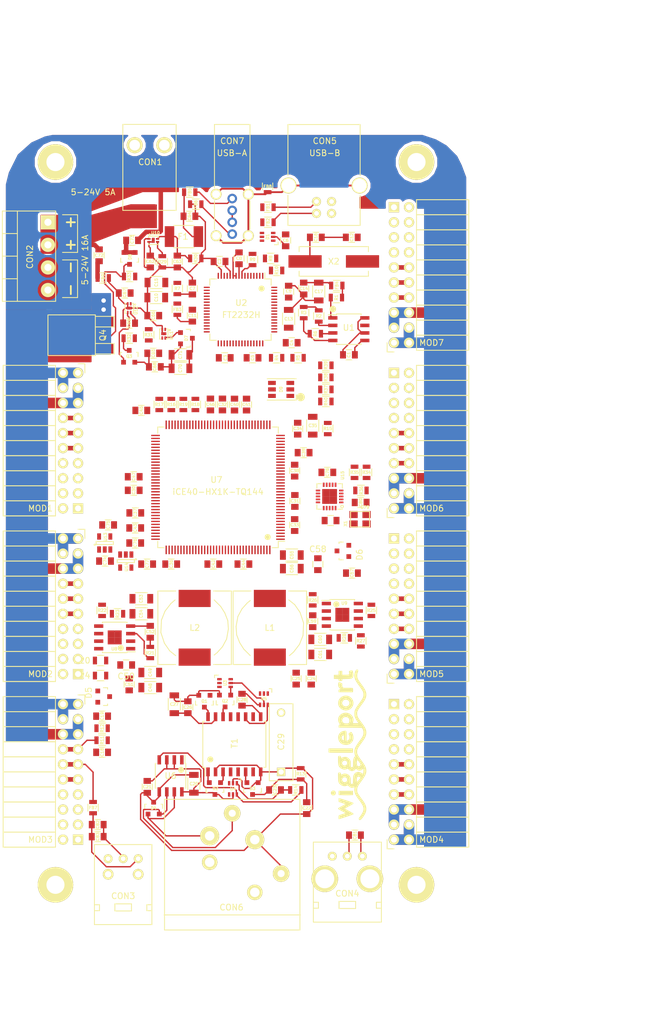
<source format=kicad_pcb>
(kicad_pcb (version 4) (host pcbnew 4.0.0-rc2-1-stable)
  (title_block (title "Wiggle Spine") (rev A))
  (layers (0 F.Cu signal) (31 B.Cu signal) (34 B.Paste user hide) (35 F.Paste user hide) (36 B.SilkS user) (37 F.SilkS user) (38 B.Mask user hide) (39 F.Mask user hide) (44 Edge.Cuts user))
  (net 0 "")
  (net 1 Earth)
  (net 2 +3V3)
  (net 3 /USB/FTDI_1V8REG)
  (net 4 /Power/VBUS_UPSTREAM)
  (net 5 /USB/FTDI_VPLL)
  (net 6 "Net-(C12-Pad2)")
  (net 7 /USB/FTDI_VPHY)
  (net 8 "Net-(C16-Pad2)")
  (net 9 "Net-(C18-Pad1)")
  (net 10 /FPGA/DMX_GATE1)
  (net 11 "Net-(C19-Pad1)")
  (net 12 /FPGA/DMX_GATE2)
  (net 13 "Net-(C20-Pad1)")
  (net 14 /DMX512/DMX_GND)
  (net 15 "Net-(C22-Pad1)")
  (net 16 "Net-(C23-Pad1)")
  (net 17 +5V)
  (net 18 "Net-(C28-Pad1)")
  (net 19 "Net-(C28-Pad2)")
  (net 20 +1V2)
  (net 21 "Net-(C34-Pad1)")
  (net 22 "Net-(C34-Pad2)")
  (net 23 +2V5)
  (net 24 +24V)
  (net 25 "Net-(C50-Pad1)")
  (net 26 "Net-(C51-Pad1)")
  (net 27 "Net-(C51-Pad2)")
  (net 28 "Net-(C52-Pad2)")
  (net 29 "/Power/USB Power Output/5V_IN")
  (net 30 "Net-(C57-Pad1)")
  (net 31 "Net-(C58-Pad1)")
  (net 32 "Net-(C58-Pad2)")
  (net 33 "Net-(C59-Pad2)")
  (net 34 "Net-(C63-Pad2)")
  (net 35 "Net-(C64-Pad2)")
  (net 36 "Net-(C65-Pad2)")
  (net 37 "Net-(C72-Pad2)")
  (net 38 "Net-(C80-Pad1)")
  (net 39 "Net-(C82-Pad2)")
  (net 40 "/Sync In/Out/RXD")
  (net 41 /FPGA/SYNC_TXD)
  (net 42 "Net-(CON5-Pad2)")
  (net 43 "Net-(CON5-Pad1)")
  (net 44 "Net-(CON5-Pad4)")
  (net 45 "Net-(CON5-Pad3)")
  (net 46 /DMX512/DMX-)
  (net 47 /DMX512/DMX+)
  (net 48 "Net-(CON7-Pad1)")
  (net 49 "Net-(CON7-Pad2)")
  (net 50 "Net-(CON7-Pad4)")
  (net 51 "Net-(D1-Pad3)")
  (net 52 "Net-(D1-Pad1)")
  (net 53 /DMX512/DMX_PWR2)
  (net 54 /DMX512/DMX_PWR1)
  (net 55 /DMX512/DMX_TX_OOK)
  (net 56 "Net-(D8-Pad3)")
  (net 57 MOD1_PIN1)
  (net 58 MOD1_PIN2)
  (net 59 MOD1_PIN3)
  (net 60 MOD1_PIN4)
  (net 61 MOD1_PIN5)
  (net 62 MOD1_PIN6)
  (net 63 MOD1_PIN7)
  (net 64 MOD1_PIN8)
  (net 65 MOD2_PIN1)
  (net 66 MOD2_PIN2)
  (net 67 MOD2_PIN3)
  (net 68 MOD2_PIN4)
  (net 69 MOD2_PIN5)
  (net 70 MOD2_PIN6)
  (net 71 MOD2_PIN7)
  (net 72 MOD2_PIN8)
  (net 73 MOD3_PIN1)
  (net 74 MOD3_PIN2)
  (net 75 MOD3_PIN3)
  (net 76 MOD3_PIN4)
  (net 77 MOD3_PIN5)
  (net 78 MOD3_PIN6)
  (net 79 MOD3_PIN7)
  (net 80 MOD3_PIN8)
  (net 81 MOD4_PIN1)
  (net 82 MOD4_PIN2)
  (net 83 MOD4_PIN3)
  (net 84 MOD4_PIN4)
  (net 85 MOD4_PIN5)
  (net 86 MOD4_PIN6)
  (net 87 MOD4_PIN7)
  (net 88 MOD4_PIN8)
  (net 89 MOD5_PIN1)
  (net 90 MOD5_PIN2)
  (net 91 MOD5_PIN3)
  (net 92 MOD5_PIN4)
  (net 93 MOD5_PIN5)
  (net 94 MOD5_PIN6)
  (net 95 MOD5_PIN7)
  (net 96 MOD5_PIN8)
  (net 97 MOD6_PIN1)
  (net 98 MOD6_PIN2)
  (net 99 MOD6_PIN3)
  (net 100 MOD6_PIN4)
  (net 101 MOD6_PIN5)
  (net 102 MOD6_PIN6)
  (net 103 MOD6_PIN7)
  (net 104 MOD6_PIN8)
  (net 105 MOD7_PIN1)
  (net 106 MOD7_PIN2)
  (net 107 MOD7_PIN3)
  (net 108 MOD7_PIN4)
  (net 109 MOD7_PIN5)
  (net 110 MOD7_PIN6)
  (net 111 MOD7_PIN7)
  (net 112 MOD7_PIN8)
  (net 113 "Net-(Q1-Pad1)")
  (net 114 "Net-(Q1-Pad3)")
  (net 115 "Net-(Q2-Pad1)")
  (net 116 "Net-(Q2-Pad3)")
  (net 117 "/Power/5-24V to 5V Converter/CONVERTED_5V_OKAY")
  (net 118 "Net-(Q3-Pad3)")
  (net 119 "Net-(R1-Pad1)")
  (net 120 "Net-(R2-Pad1)")
  (net 121 "Net-(R3-Pad1)")
  (net 122 /USB/VBUS_SENSE)
  (net 123 "Net-(R6-Pad2)")
  (net 124 "Net-(R7-Pad1)")
  (net 125 "Net-(R8-Pad2)")
  (net 126 "Net-(R9-Pad2)")
  (net 127 "Net-(R10-Pad2)")
  (net 128 "Net-(R14-Pad1)")
  (net 129 /USB/SPI_CLK)
  (net 130 /USB/GPIO_L0)
  (net 131 /FPGA/CDONE)
  (net 132 /FPGA/CRESET_B)
  (net 133 "Net-(R20-Pad2)")
  (net 134 "Net-(R22-Pad1)")
  (net 135 "Net-(R25-Pad2)")
  (net 136 "Net-(R27-Pad1)")
  (net 137 /FPGA/VBUS_DOWNSTREAM_EN)
  (net 138 /FPGA/CLK_SCL)
  (net 139 /FPGA/CLK_SDA)
  (net 140 "/Clock Source/VCXO_PWM")
  (net 141 "Net-(T1-Pad7)")
  (net 142 "Net-(T1-Pad10)")
  (net 143 "Net-(T1-Pad11)")
  (net 144 /FPGA/FIFO_DATA0)
  (net 145 /FPGA/FIFO_DATA1)
  (net 146 /FPGA/FIFO_DATA2)
  (net 147 /FPGA/FIFO_DATA3)
  (net 148 /FPGA/FIFO_DATA4)
  (net 149 /FPGA/FIFO_DATA5)
  (net 150 /FPGA/FIFO_DATA6)
  (net 151 /FPGA/FIFO_DATA7)
  (net 152 /FPGA/FIFO_RXF#)
  (net 153 /FPGA/FIFO_TXE#)
  (net 154 /FPGA/FIFO_RD#)
  (net 155 /FPGA/FIFO_WR#)
  (net 156 /FPGA/FIFO_SIWU)
  (net 157 /FPGA/FIFO_CLKOUT)
  (net 158 /FPGA/FIFO_OE#)
  (net 159 "Net-(U2-Pad34)")
  (net 160 "Net-(U2-Pad36)")
  (net 161 /USB/SPI_DO)
  (net 162 /USB/SPI_DI)
  (net 163 /USB/SPI_CS)
  (net 164 /USB/GPIO_L2)
  (net 165 "Net-(U2-Pad48)")
  (net 166 "Net-(U2-Pad52)")
  (net 167 "Net-(U2-Pad53)")
  (net 168 "Net-(U2-Pad54)")
  (net 169 "Net-(U2-Pad55)")
  (net 170 "Net-(U2-Pad57)")
  (net 171 "Net-(U2-Pad58)")
  (net 172 "Net-(U2-Pad60)")
  (net 173 "Net-(U4-Pad2)")
  (net 174 "Net-(U4-Pad4)")
  (net 175 /FPGA/DMX_TX1)
  (net 176 /FPGA/DMX_TX2)
  (net 177 "Net-(U6-Pad1)")
  (net 178 "Net-(U7-Pad110)")
  (net 179 "Net-(U7-Pad63)")
  (net 180 "Net-(U7-Pad64)")
  (net 181 "/Clock Source/CLK0")
  (net 182 "/Clock Source/CLK1")
  (net 183 "/Clock Source/CLK2")
  (net 184 "/Clock Source/CLK3")
  (net 185 "/Clock Source/CLK4")
  (net 186 "/Clock Source/CLK5")
  (net 187 "/Clock Source/CLK6")
  (net 188 "/Clock Source/CLK7")
  (net 189 "Net-(U7-Pad102)")
  (net 190 "Net-(U7-Pad109)")
  (net 191 "Net-(U9-Pad7)")
  (net 192 "Net-(U13-Pad4)")
  (net 193 "Net-(U14-Pad4)")
  (net 194 "Net-(U15-Pad1)")
  (net 195 "Net-(U15-Pad2)")
  (net 196 "Net-(D9-Pad1)")
  (net 197 "Net-(D9-Pad2)")
  (net 198 "Net-(D9-Pad3)")
  (net 199 /FPGA/BLUE_N)
  (net 200 /FPGA/GREEN_N)
  (net 201 /FPGA/RED_N)
  (net 202 GND)
  (net 203 GNDPWR)
  (module Connect:XLR3MC (layer F.Cu) (at 103.505 201.93 180)
    (fp_text reference CON6 (at 0.127 1.27 360) (layer F.SilkS))
    (fp_text value "XLR-3 Female" hide)
    (pad G thru_hole circle (at -8.25 6.98 180) (size 2.8 2.8) (drill 1.2) (layers *.Cu *.Mask F.SilkS) (net 14 /DMX512/DMX_GND))
    (pad 3 thru_hole circle (at 0 17.15 180) (size 2.8 2.8) (drill 1.2) (layers *.Cu *.Mask F.SilkS) (net 47 /DMX512/DMX+))
    (pad "" np_thru_hole circle (at -3.81 3.81 180) (size 2.6 2.6) (drill 1.6) (layers *.Cu *.Mask F.SilkS))
    (pad "" np_thru_hole circle (at 3.81 8.89 180) (size 2.6 2.6) (drill 1.6) (layers *.Cu *.Mask F.SilkS))
    (pad 2 thru_hole circle (at 3.81 13.335 180) (size 3.2 3.2) (drill 1.6) (layers *.Cu *.Mask F.SilkS) (net 46 /DMX512/DMX-))
    (pad 1 thru_hole circle (at -3.81 12.7 180) (size 3.2 3.2) (drill 1.6) (layers *.Cu *.Mask F.SilkS) (net 14 /DMX512/DMX_GND))
  )
  (module Capacitors_SMD:C_0805 (layer F.Cu) (at 110.728 180.848 180)
    (fp_text reference C23 (at 0 0 270) (layer F.SilkS) (effects (font (size 0.5 0.5) (thickness 0.125))))
    (fp_text value 1nF hide)
    (pad 1 smd rect (at -1 0 180) (size 1 1.25) (layers F.Cu F.Paste F.Mask) (net 16 "Net-(C23-Pad1)"))
    (pad 2 smd rect (at 1 0 180) (size 1 1.25) (layers F.Cu F.Paste F.Mask) (net 15 "Net-(C22-Pad1)"))
  )
  (module LEDs:LED_RGB_PLLC-6 (layer F.Cu) (at 111.76 113.284 180)
    (fp_text reference D9 (at 0 0 270) (layer F.SilkS) (effects (font (size 0.5 0.5) (thickness 0.125))))
    (fp_text value LED_BGR hide)
    (pad 1 smd rect (at -1.55 -1.1 270) (size 0.7 1.3) (layers F.Cu F.Paste F.Mask) (net 196 "Net-(D9-Pad1)"))
    (pad 2 smd rect (at -1.55 0 270) (size 0.7 1.3) (layers F.Cu F.Paste F.Mask) (net 197 "Net-(D9-Pad2)"))
    (pad 3 smd rect (at -1.55 1.1 270) (size 0.7 1.3) (layers F.Cu F.Paste F.Mask) (net 198 "Net-(D9-Pad3)"))
    (pad 4 smd rect (at 1.55 1.1 270) (size 0.7 1.3) (layers F.Cu F.Paste F.Mask) (net 2 +3V3))
    (pad 5 smd rect (at 1.55 0 270) (size 0.7 1.3) (layers F.Cu F.Paste F.Mask) (net 17 +5V))
    (pad 6 smd rect (at 1.55 -1.1 270) (size 0.7 1.3) (layers F.Cu F.Paste F.Mask) (net 17 +5V))
  )
  (module Housings_DFN_QFN:QFN-20-1EP_4x4mm_Pitch0.5mm (layer F.Cu) (at 119.947 131.338 180)
    (fp_text reference U15 (at -2.175 3.556 270) (layer F.SilkS) (effects (font (size 0.5 0.5) (thickness 0.125))))
    (fp_text value Si5351B hide)
    (pad 1 smd rect (at -1.965 -1 180) (size 0.73 0.3) (layers F.Cu F.Paste F.Mask) (net 194 "Net-(U15-Pad1)"))
    (pad 2 smd rect (at -1.965 -0.5 180) (size 0.73 0.3) (layers F.Cu F.Paste F.Mask) (net 195 "Net-(U15-Pad2)"))
    (pad 3 smd rect (at -1.965 0 180) (size 0.73 0.3) (layers F.Cu F.Paste F.Mask) (net 38 "Net-(C80-Pad1)"))
    (pad 4 smd rect (at -1.965 0.5 180) (size 0.73 0.3) (layers F.Cu F.Paste F.Mask) (net 138 /FPGA/CLK_SCL))
    (pad 5 smd rect (at -1.965 1 180) (size 0.73 0.3) (layers F.Cu F.Paste F.Mask) (net 139 /FPGA/CLK_SDA))
    (pad 6 smd rect (at -1 1.965 270) (size 0.73 0.3) (layers F.Cu F.Paste F.Mask) (net 202 GND))
    (pad 7 smd rect (at -0.5 1.965 270) (size 0.73 0.3) (layers F.Cu F.Paste F.Mask) (net 202 GND))
    (pad 8 smd rect (at 0 1.965 270) (size 0.73 0.3) (layers F.Cu F.Paste F.Mask) (net 184 "/Clock Source/CLK3"))
    (pad 9 smd rect (at 0.5 1.965 270) (size 0.73 0.3) (layers F.Cu F.Paste F.Mask) (net 183 "/Clock Source/CLK2"))
    (pad 10 smd rect (at 1 1.965 270) (size 0.73 0.3) (layers F.Cu F.Paste F.Mask) (net 2 +3V3))
    (pad 11 smd rect (at 1.965 1 180) (size 0.73 0.3) (layers F.Cu F.Paste F.Mask) (net 2 +3V3))
    (pad 12 smd rect (at 1.965 0.5 180) (size 0.73 0.3) (layers F.Cu F.Paste F.Mask) (net 182 "/Clock Source/CLK1"))
    (pad 13 smd rect (at 1.965 0 180) (size 0.73 0.3) (layers F.Cu F.Paste F.Mask) (net 181 "/Clock Source/CLK0"))
    (pad 14 smd rect (at 1.965 -0.5 180) (size 0.73 0.3) (layers F.Cu F.Paste F.Mask) (net 2 +3V3))
    (pad 15 smd rect (at 1.965 -1 180) (size 0.73 0.3) (layers F.Cu F.Paste F.Mask) (net 188 "/Clock Source/CLK7"))
    (pad 16 smd rect (at 1 -1.965 270) (size 0.73 0.3) (layers F.Cu F.Paste F.Mask) (net 187 "/Clock Source/CLK6"))
    (pad 17 smd rect (at 0.5 -1.965 270) (size 0.73 0.3) (layers F.Cu F.Paste F.Mask) (net 186 "/Clock Source/CLK5"))
    (pad 18 smd rect (at 0 -1.965 270) (size 0.73 0.3) (layers F.Cu F.Paste F.Mask) (net 2 +3V3))
    (pad 19 smd rect (at -0.5 -1.965 270) (size 0.73 0.3) (layers F.Cu F.Paste F.Mask) (net 185 "/Clock Source/CLK4"))
    (pad 20 smd rect (at -1 -1.965 270) (size 0.73 0.3) (layers F.Cu F.Paste F.Mask) (net 2 +3V3))
    (pad 21 smd rect (at 0.625 0.625 180) (size 1.25 1.25) (layers F.Cu F.Paste F.Mask) (net 202 GND))
    (pad 21 smd rect (at 0.625 -0.625 180) (size 1.25 1.25) (layers F.Cu F.Paste F.Mask) (net 202 GND))
    (pad 21 smd rect (at -0.625 0.625 180) (size 1.25 1.25) (layers F.Cu F.Paste F.Mask) (net 202 GND))
    (pad 21 smd rect (at -0.625 -0.625 180) (size 1.25 1.25) (layers F.Cu F.Paste F.Mask) (net 202 GND))
  )
  (module Connect:1pin (layer F.Cu) (at 73.66 196.85)
    (fp_text reference REF** hide)
    (fp_text value 1pin hide)
    (pad 1 thru_hole circle (at 0 0) (size 6 6) (drill 3.048) (layers *.Cu *.Mask F.SilkS))
  )
  (module Connect:1pin (layer F.Cu) (at 134.62 196.85)
    (fp_text reference REF** hide)
    (fp_text value 1pin hide)
    (pad 1 thru_hole circle (at 0 0) (size 6 6) (drill 3.048) (layers *.Cu *.Mask F.SilkS))
  )
  (module Connect:1pin (layer F.Cu) (at 134.62 74.93)
    (fp_text reference REF** hide)
    (fp_text value 1pin hide)
    (pad 1 thru_hole circle (at 0 0) (size 6 6) (drill 3.048) (layers *.Cu *.Mask F.SilkS))
  )
  (module Connect:1pin (layer F.Cu) (at 73.66 74.93)
    (fp_text reference REF** hide)
    (fp_text value 1pin hide)
    (pad 1 thru_hole circle (at 0 0) (size 6 6) (drill 3.048) (layers *.Cu *.Mask F.SilkS))
  )
  (module Housings_SOIC:SOIC-8_3.9x4.9mm_Pitch1.27mm (layer F.Cu) (at 123.19 103.124)
    (fp_text reference U1 (at 0 -0.254) (layer F.SilkS))
    (fp_text value 93C56 hide)
    (pad 1 smd rect (at -2.7 -1.905) (size 1.55 0.6) (layers F.Cu F.Paste F.Mask) (net 119 "Net-(R1-Pad1)"))
    (pad 2 smd rect (at -2.7 -0.635) (size 1.55 0.6) (layers F.Cu F.Paste F.Mask) (net 120 "Net-(R2-Pad1)"))
    (pad 3 smd rect (at -2.7 0.635) (size 1.55 0.6) (layers F.Cu F.Paste F.Mask) (net 123 "Net-(R6-Pad2)"))
    (pad 4 smd rect (at -2.7 1.905) (size 1.55 0.6) (layers F.Cu F.Paste F.Mask) (net 121 "Net-(R3-Pad1)"))
    (pad 5 smd rect (at 2.7 1.905) (size 1.55 0.6) (layers F.Cu F.Paste F.Mask) (net 202 GND))
    (pad 6 smd rect (at 2.7 0.635) (size 1.55 0.6) (layers F.Cu F.Paste F.Mask) (net 2 +3V3))
    (pad 7 smd rect (at 2.7 -0.635) (size 1.55 0.6) (layers F.Cu F.Paste F.Mask))
    (pad 8 smd rect (at 2.7 -1.905) (size 1.55 0.6) (layers F.Cu F.Paste F.Mask) (net 2 +3V3))
  )
  (module Housings_SOIC:SOIC-8-1EP_3.9x4.9mm_Pitch1.27mm (layer F.Cu) (at 83.66 155.1145 180)
    (fp_text reference U8 (at 0.0795 -1.9525 180) (layer F.SilkS) (effects (font (size 0.5 0.5) (thickness 0.125))))
    (fp_text value RT8299A hide)
    (pad 1 smd rect (at -2.7 -1.905 180) (size 1.55 0.6) (layers F.Cu F.Paste F.Mask) (net 27 "Net-(C51-Pad2)"))
    (pad 2 smd rect (at -2.7 -0.635 180) (size 1.55 0.6) (layers F.Cu F.Paste F.Mask) (net 24 +24V))
    (pad 3 smd rect (at -2.7 0.635 180) (size 1.55 0.6) (layers F.Cu F.Paste F.Mask) (net 26 "Net-(C51-Pad1)"))
    (pad 4 smd rect (at -2.7 1.905 180) (size 1.55 0.6) (layers F.Cu F.Paste F.Mask) (net 202 GND))
    (pad 5 smd rect (at 2.7 1.905 180) (size 1.55 0.6) (layers F.Cu F.Paste F.Mask) (net 134 "Net-(R22-Pad1)"))
    (pad 6 smd rect (at 2.7 0.635 180) (size 1.55 0.6) (layers F.Cu F.Paste F.Mask) (net 133 "Net-(R20-Pad2)"))
    (pad 7 smd rect (at 2.7 -0.635 180) (size 1.55 0.6) (layers F.Cu F.Paste F.Mask) (net 117 "/Power/5-24V to 5V Converter/CONVERTED_5V_OKAY"))
    (pad 8 smd rect (at 2.7 -1.905 180) (size 1.55 0.6) (layers F.Cu F.Paste F.Mask) (net 25 "Net-(C50-Pad1)"))
    (pad 9 smd rect (at 0.5875 0.5875 180) (size 1.175 1.175) (layers F.Cu F.Paste F.Mask) (net 202 GND))
    (pad 9 smd rect (at 0.5875 -0.5875 180) (size 1.175 1.175) (layers F.Cu F.Paste F.Mask) (net 202 GND))
    (pad 9 smd rect (at -0.5875 0.5875 180) (size 1.175 1.175) (layers F.Cu F.Paste F.Mask) (net 202 GND))
    (pad 9 smd rect (at -0.5875 -0.5875 180) (size 1.175 1.175) (layers F.Cu F.Paste F.Mask) (net 202 GND))
  )
  (module Housings_SOIC:SOIC-8-1EP_3.9x4.9mm_Pitch1.27mm (layer F.Cu) (at 122.0945 151.3045)
    (fp_text reference U9 (at 0.3335 -1.9525) (layer F.SilkS) (effects (font (size 0.5 0.5) (thickness 0.125))))
    (fp_text value RT8299A hide)
    (pad 1 smd rect (at -2.7 -1.905) (size 1.55 0.6) (layers F.Cu F.Paste F.Mask) (net 32 "Net-(C58-Pad2)"))
    (pad 2 smd rect (at -2.7 -0.635) (size 1.55 0.6) (layers F.Cu F.Paste F.Mask) (net 17 +5V))
    (pad 3 smd rect (at -2.7 0.635) (size 1.55 0.6) (layers F.Cu F.Paste F.Mask) (net 31 "Net-(C58-Pad1)"))
    (pad 4 smd rect (at -2.7 1.905) (size 1.55 0.6) (layers F.Cu F.Paste F.Mask) (net 202 GND))
    (pad 5 smd rect (at 2.7 1.905) (size 1.55 0.6) (layers F.Cu F.Paste F.Mask) (net 136 "Net-(R27-Pad1)"))
    (pad 6 smd rect (at 2.7 0.635) (size 1.55 0.6) (layers F.Cu F.Paste F.Mask) (net 135 "Net-(R25-Pad2)"))
    (pad 7 smd rect (at 2.7 -0.635) (size 1.55 0.6) (layers F.Cu F.Paste F.Mask) (net 191 "Net-(U9-Pad7)"))
    (pad 8 smd rect (at 2.7 -1.905) (size 1.55 0.6) (layers F.Cu F.Paste F.Mask) (net 30 "Net-(C57-Pad1)"))
    (pad 9 smd rect (at 0.5875 0.5875) (size 1.175 1.175) (layers F.Cu F.Paste F.Mask) (net 202 GND))
    (pad 9 smd rect (at 0.5875 -0.5875) (size 1.175 1.175) (layers F.Cu F.Paste F.Mask) (net 202 GND))
    (pad 9 smd rect (at -0.5875 0.5875) (size 1.175 1.175) (layers F.Cu F.Paste F.Mask) (net 202 GND))
    (pad 9 smd rect (at -0.5875 -0.5875) (size 1.175 1.175) (layers F.Cu F.Paste F.Mask) (net 202 GND))
  )
  (module Housings_QFP:LQFP-64_10x10mm_Pitch0.5mm (layer F.Cu) (at 104.902 99.822 270)
    (fp_text reference U2 (at -1.143 -0.127 360) (layer F.SilkS))
    (fp_text value FT2232H (at 0.889 -0.127 360) (layer F.SilkS))
    (pad 1 smd rect (at -5.7 -3.75 270) (size 1 0.2286) (layers F.Cu F.Paste F.Mask) (net 202 GND))
    (pad 2 smd rect (at -5.7 -3.25 270) (size 1 0.2286) (layers F.Cu F.Paste F.Mask) (net 6 "Net-(C12-Pad2)"))
    (pad 3 smd rect (at -5.7 -2.75 270) (size 1 0.2286) (layers F.Cu F.Paste F.Mask) (net 8 "Net-(C16-Pad2)"))
    (pad 4 smd rect (at -5.7 -2.25 270) (size 1 0.2286) (layers F.Cu F.Paste F.Mask) (net 7 /USB/FTDI_VPHY))
    (pad 5 smd rect (at -5.7 -1.75 270) (size 1 0.2286) (layers F.Cu F.Paste F.Mask) (net 202 GND))
    (pad 6 smd rect (at -5.7 -1.25 270) (size 1 0.2286) (layers F.Cu F.Paste F.Mask) (net 127 "Net-(R10-Pad2)"))
    (pad 7 smd rect (at -5.7 -0.75 270) (size 1 0.2286) (layers F.Cu F.Paste F.Mask) (net 125 "Net-(R8-Pad2)"))
    (pad 8 smd rect (at -5.7 -0.25 270) (size 1 0.2286) (layers F.Cu F.Paste F.Mask) (net 126 "Net-(R9-Pad2)"))
    (pad 9 smd rect (at -5.7 0.25 270) (size 1 0.2286) (layers F.Cu F.Paste F.Mask) (net 5 /USB/FTDI_VPLL))
    (pad 10 smd rect (at -5.7 0.75 270) (size 1 0.2286) (layers F.Cu F.Paste F.Mask) (net 202 GND))
    (pad 11 smd rect (at -5.7 1.25 270) (size 1 0.2286) (layers F.Cu F.Paste F.Mask) (net 202 GND))
    (pad 12 smd rect (at -5.7 1.75 270) (size 1 0.2286) (layers F.Cu F.Paste F.Mask) (net 3 /USB/FTDI_1V8REG))
    (pad 13 smd rect (at -5.7 2.25 270) (size 1 0.2286) (layers F.Cu F.Paste F.Mask) (net 202 GND))
    (pad 14 smd rect (at -5.7 2.75 270) (size 1 0.2286) (layers F.Cu F.Paste F.Mask) (net 124 "Net-(R7-Pad1)"))
    (pad 15 smd rect (at -5.7 3.25 270) (size 1 0.2286) (layers F.Cu F.Paste F.Mask) (net 202 GND))
    (pad 16 smd rect (at -5.7 3.75 270) (size 1 0.2286) (layers F.Cu F.Paste F.Mask) (net 144 /FPGA/FIFO_DATA0))
    (pad 17 smd rect (at -3.75 5.7) (size 1 0.2286) (layers F.Cu F.Paste F.Mask) (net 145 /FPGA/FIFO_DATA1))
    (pad 18 smd rect (at -3.25 5.7) (size 1 0.2286) (layers F.Cu F.Paste F.Mask) (net 146 /FPGA/FIFO_DATA2))
    (pad 19 smd rect (at -2.75 5.7) (size 1 0.2286) (layers F.Cu F.Paste F.Mask) (net 147 /FPGA/FIFO_DATA3))
    (pad 20 smd rect (at -2.25 5.7) (size 1 0.2286) (layers F.Cu F.Paste F.Mask) (net 2 +3V3))
    (pad 21 smd rect (at -1.75 5.7) (size 1 0.2286) (layers F.Cu F.Paste F.Mask) (net 148 /FPGA/FIFO_DATA4))
    (pad 22 smd rect (at -1.25 5.7) (size 1 0.2286) (layers F.Cu F.Paste F.Mask) (net 149 /FPGA/FIFO_DATA5))
    (pad 23 smd rect (at -0.75 5.7) (size 1 0.2286) (layers F.Cu F.Paste F.Mask) (net 150 /FPGA/FIFO_DATA6))
    (pad 24 smd rect (at -0.25 5.7) (size 1 0.2286) (layers F.Cu F.Paste F.Mask) (net 151 /FPGA/FIFO_DATA7))
    (pad 25 smd rect (at 0.25 5.7) (size 1 0.2286) (layers F.Cu F.Paste F.Mask) (net 202 GND))
    (pad 26 smd rect (at 0.75 5.7) (size 1 0.2286) (layers F.Cu F.Paste F.Mask) (net 152 /FPGA/FIFO_RXF#))
    (pad 27 smd rect (at 1.25 5.7) (size 1 0.2286) (layers F.Cu F.Paste F.Mask) (net 153 /FPGA/FIFO_TXE#))
    (pad 28 smd rect (at 1.75 5.7) (size 1 0.2286) (layers F.Cu F.Paste F.Mask) (net 154 /FPGA/FIFO_RD#))
    (pad 29 smd rect (at 2.25 5.7) (size 1 0.2286) (layers F.Cu F.Paste F.Mask) (net 155 /FPGA/FIFO_WR#))
    (pad 30 smd rect (at 2.75 5.7) (size 1 0.2286) (layers F.Cu F.Paste F.Mask) (net 156 /FPGA/FIFO_SIWU))
    (pad 31 smd rect (at 3.25 5.7) (size 1 0.2286) (layers F.Cu F.Paste F.Mask) (net 2 +3V3))
    (pad 32 smd rect (at 3.75 5.7) (size 1 0.2286) (layers F.Cu F.Paste F.Mask) (net 157 /FPGA/FIFO_CLKOUT))
    (pad 33 smd rect (at 5.7 3.75 270) (size 1 0.2286) (layers F.Cu F.Paste F.Mask) (net 158 /FPGA/FIFO_OE#))
    (pad 34 smd rect (at 5.7 3.25 270) (size 1 0.2286) (layers F.Cu F.Paste F.Mask) (net 159 "Net-(U2-Pad34)"))
    (pad 35 smd rect (at 5.7 2.75 270) (size 1 0.2286) (layers F.Cu F.Paste F.Mask) (net 202 GND))
    (pad 36 smd rect (at 5.7 2.25 270) (size 1 0.2286) (layers F.Cu F.Paste F.Mask) (net 160 "Net-(U2-Pad36)"))
    (pad 37 smd rect (at 5.7 1.75 270) (size 1 0.2286) (layers F.Cu F.Paste F.Mask) (net 3 /USB/FTDI_1V8REG))
    (pad 38 smd rect (at 5.7 1.25 270) (size 1 0.2286) (layers F.Cu F.Paste F.Mask) (net 129 /USB/SPI_CLK))
    (pad 39 smd rect (at 5.7 0.75 270) (size 1 0.2286) (layers F.Cu F.Paste F.Mask) (net 161 /USB/SPI_DO))
    (pad 40 smd rect (at 5.7 0.25 270) (size 1 0.2286) (layers F.Cu F.Paste F.Mask) (net 162 /USB/SPI_DI))
    (pad 41 smd rect (at 5.7 -0.25 270) (size 1 0.2286) (layers F.Cu F.Paste F.Mask) (net 163 /USB/SPI_CS))
    (pad 42 smd rect (at 5.7 -0.75 270) (size 1 0.2286) (layers F.Cu F.Paste F.Mask) (net 2 +3V3))
    (pad 43 smd rect (at 5.7 -1.25 270) (size 1 0.2286) (layers F.Cu F.Paste F.Mask) (net 130 /USB/GPIO_L0))
    (pad 44 smd rect (at 5.7 -1.75 270) (size 1 0.2286) (layers F.Cu F.Paste F.Mask) (net 131 /FPGA/CDONE))
    (pad 45 smd rect (at 5.7 -2.25 270) (size 1 0.2286) (layers F.Cu F.Paste F.Mask) (net 164 /USB/GPIO_L2))
    (pad 46 smd rect (at 5.7 -2.75 270) (size 1 0.2286) (layers F.Cu F.Paste F.Mask) (net 132 /FPGA/CRESET_B))
    (pad 47 smd rect (at 5.7 -3.25 270) (size 1 0.2286) (layers F.Cu F.Paste F.Mask) (net 202 GND))
    (pad 48 smd rect (at 5.7 -3.75 270) (size 1 0.2286) (layers F.Cu F.Paste F.Mask) (net 165 "Net-(U2-Pad48)"))
    (pad 49 smd rect (at 3.75 -5.7) (size 1 0.2286) (layers F.Cu F.Paste F.Mask) (net 3 /USB/FTDI_1V8REG))
    (pad 50 smd rect (at 3.25 -5.7) (size 1 0.2286) (layers F.Cu F.Paste F.Mask) (net 2 +3V3))
    (pad 51 smd rect (at 2.75 -5.7) (size 1 0.2286) (layers F.Cu F.Paste F.Mask) (net 202 GND))
    (pad 52 smd rect (at 2.25 -5.7) (size 1 0.2286) (layers F.Cu F.Paste F.Mask) (net 166 "Net-(U2-Pad52)"))
    (pad 53 smd rect (at 1.75 -5.7) (size 1 0.2286) (layers F.Cu F.Paste F.Mask) (net 167 "Net-(U2-Pad53)"))
    (pad 54 smd rect (at 1.25 -5.7) (size 1 0.2286) (layers F.Cu F.Paste F.Mask) (net 168 "Net-(U2-Pad54)"))
    (pad 55 smd rect (at 0.75 -5.7) (size 1 0.2286) (layers F.Cu F.Paste F.Mask) (net 169 "Net-(U2-Pad55)"))
    (pad 56 smd rect (at 0.25 -5.7) (size 1 0.2286) (layers F.Cu F.Paste F.Mask) (net 2 +3V3))
    (pad 57 smd rect (at -0.25 -5.7) (size 1 0.2286) (layers F.Cu F.Paste F.Mask) (net 170 "Net-(U2-Pad57)"))
    (pad 58 smd rect (at -0.75 -5.7) (size 1 0.2286) (layers F.Cu F.Paste F.Mask) (net 171 "Net-(U2-Pad58)"))
    (pad 59 smd rect (at -1.25 -5.7) (size 1 0.2286) (layers F.Cu F.Paste F.Mask) (net 122 /USB/VBUS_SENSE))
    (pad 60 smd rect (at -1.75 -5.7) (size 1 0.2286) (layers F.Cu F.Paste F.Mask) (net 172 "Net-(U2-Pad60)"))
    (pad 61 smd rect (at -2.25 -5.7) (size 1 0.2286) (layers F.Cu F.Paste F.Mask) (net 123 "Net-(R6-Pad2)"))
    (pad 62 smd rect (at -2.75 -5.7) (size 1 0.2286) (layers F.Cu F.Paste F.Mask) (net 120 "Net-(R2-Pad1)"))
    (pad 63 smd rect (at -3.25 -5.7) (size 1 0.2286) (layers F.Cu F.Paste F.Mask) (net 119 "Net-(R1-Pad1)"))
    (pad 64 smd rect (at -3.75 -5.7) (size 1 0.2286) (layers F.Cu F.Paste F.Mask) (net 3 /USB/FTDI_1V8REG))
  )
  (module Housings_QFP:TQFP-144_20x20mm_Pitch0.5mm (layer F.Cu) (at 101.105 129.803 180)
    (fp_text reference U7 (at 0.267 1.279 180) (layer F.SilkS))
    (fp_text value iCE40-HX1K-TQ144 (at 0 -0.753 180) (layer F.SilkS))
    (pad 1 smd rect (at -10.55 -8.75 180) (size 1.45 0.2286) (layers F.Cu F.Paste F.Mask) (net 89 MOD5_PIN1))
    (pad 2 smd rect (at -10.55 -8.25 180) (size 1.45 0.2286) (layers F.Cu F.Paste F.Mask) (net 90 MOD5_PIN2))
    (pad 3 smd rect (at -10.55 -7.75 180) (size 1.45 0.2286) (layers F.Cu F.Paste F.Mask) (net 91 MOD5_PIN3))
    (pad 4 smd rect (at -10.55 -7.25 180) (size 1.45 0.2286) (layers F.Cu F.Paste F.Mask) (net 92 MOD5_PIN4))
    (pad 5 smd rect (at -10.55 -6.75 180) (size 1.45 0.2286) (layers F.Cu F.Paste F.Mask) (net 202 GND))
    (pad 6 smd rect (at -10.55 -6.25 180) (size 1.45 0.2286) (layers F.Cu F.Paste F.Mask) (net 2 +3V3))
    (pad 7 smd rect (at -10.55 -5.75 180) (size 1.45 0.2286) (layers F.Cu F.Paste F.Mask) (net 93 MOD5_PIN5))
    (pad 8 smd rect (at -10.55 -5.25 180) (size 1.45 0.2286) (layers F.Cu F.Paste F.Mask) (net 94 MOD5_PIN6))
    (pad 9 smd rect (at -10.55 -4.75 180) (size 1.45 0.2286) (layers F.Cu F.Paste F.Mask) (net 95 MOD5_PIN7))
    (pad 10 smd rect (at -10.55 -4.25 180) (size 1.45 0.2286) (layers F.Cu F.Paste F.Mask) (net 96 MOD5_PIN8))
    (pad 11 smd rect (at -10.55 -3.75 180) (size 1.45 0.2286) (layers F.Cu F.Paste F.Mask) (net 97 MOD6_PIN1))
    (pad 12 smd rect (at -10.55 -3.25 180) (size 1.45 0.2286) (layers F.Cu F.Paste F.Mask) (net 98 MOD6_PIN2))
    (pad 13 smd rect (at -10.55 -2.75 180) (size 1.45 0.2286) (layers F.Cu F.Paste F.Mask) (net 202 GND))
    (pad 14 smd rect (at -10.55 -2.25 180) (size 1.45 0.2286) (layers F.Cu F.Paste F.Mask) (net 202 GND))
    (pad 15 smd rect (at -10.55 -1.75 180) (size 1.45 0.2286) (layers F.Cu F.Paste F.Mask) (net 178 "Net-(U7-Pad110)"))
    (pad 16 smd rect (at -10.55 -1.25 180) (size 1.45 0.2286) (layers F.Cu F.Paste F.Mask) (net 178 "Net-(U7-Pad110)"))
    (pad 17 smd rect (at -10.55 -0.75 180) (size 1.45 0.2286) (layers F.Cu F.Paste F.Mask) (net 178 "Net-(U7-Pad110)"))
    (pad 18 smd rect (at -10.55 -0.25 180) (size 1.45 0.2286) (layers F.Cu F.Paste F.Mask) (net 178 "Net-(U7-Pad110)"))
    (pad 19 smd rect (at -10.55 0.25 180) (size 1.45 0.2286) (layers F.Cu F.Paste F.Mask) (net 99 MOD6_PIN3))
    (pad 20 smd rect (at -10.55 0.75 180) (size 1.45 0.2286) (layers F.Cu F.Paste F.Mask) (net 100 MOD6_PIN4))
    (pad 21 smd rect (at -10.55 1.25 180) (size 1.45 0.2286) (layers F.Cu F.Paste F.Mask) (net 101 MOD6_PIN5))
    (pad 22 smd rect (at -10.55 1.75 180) (size 1.45 0.2286) (layers F.Cu F.Paste F.Mask) (net 102 MOD6_PIN6))
    (pad 23 smd rect (at -10.55 2.25 180) (size 1.45 0.2286) (layers F.Cu F.Paste F.Mask) (net 103 MOD6_PIN7))
    (pad 24 smd rect (at -10.55 2.75 180) (size 1.45 0.2286) (layers F.Cu F.Paste F.Mask) (net 104 MOD6_PIN8))
    (pad 25 smd rect (at -10.55 3.25 180) (size 1.45 0.2286) (layers F.Cu F.Paste F.Mask) (net 105 MOD7_PIN1))
    (pad 26 smd rect (at -10.55 3.75 180) (size 1.45 0.2286) (layers F.Cu F.Paste F.Mask) (net 106 MOD7_PIN2))
    (pad 27 smd rect (at -10.55 4.25 180) (size 1.45 0.2286) (layers F.Cu F.Paste F.Mask) (net 20 +1V2))
    (pad 28 smd rect (at -10.55 4.75 180) (size 1.45 0.2286) (layers F.Cu F.Paste F.Mask) (net 107 MOD7_PIN3))
    (pad 29 smd rect (at -10.55 5.25 180) (size 1.45 0.2286) (layers F.Cu F.Paste F.Mask) (net 108 MOD7_PIN4))
    (pad 30 smd rect (at -10.55 5.75 180) (size 1.45 0.2286) (layers F.Cu F.Paste F.Mask) (net 2 +3V3))
    (pad 31 smd rect (at -10.55 6.25 180) (size 1.45 0.2286) (layers F.Cu F.Paste F.Mask) (net 109 MOD7_PIN5))
    (pad 32 smd rect (at -10.55 6.75 180) (size 1.45 0.2286) (layers F.Cu F.Paste F.Mask) (net 110 MOD7_PIN6))
    (pad 33 smd rect (at -10.55 7.25 180) (size 1.45 0.2286) (layers F.Cu F.Paste F.Mask) (net 111 MOD7_PIN7))
    (pad 34 smd rect (at -10.55 7.75 180) (size 1.45 0.2286) (layers F.Cu F.Paste F.Mask) (net 112 MOD7_PIN8))
    (pad 35 smd rect (at -10.55 8.25 180) (size 1.45 0.2286) (layers F.Cu F.Paste F.Mask) (net 21 "Net-(C34-Pad1)"))
    (pad 36 smd rect (at -10.55 8.75 180) (size 1.45 0.2286) (layers F.Cu F.Paste F.Mask) (net 22 "Net-(C34-Pad2)"))
    (pad 37 smd rect (at -8.75 10.55 270) (size 1.45 0.2286) (layers F.Cu F.Paste F.Mask) (net 65 MOD2_PIN1))
    (pad 38 smd rect (at -8.25 10.55 270) (size 1.45 0.2286) (layers F.Cu F.Paste F.Mask) (net 66 MOD2_PIN2))
    (pad 39 smd rect (at -7.75 10.55 270) (size 1.45 0.2286) (layers F.Cu F.Paste F.Mask) (net 67 MOD2_PIN3))
    (pad 40 smd rect (at -7.25 10.55 270) (size 1.45 0.2286) (layers F.Cu F.Paste F.Mask) (net 178 "Net-(U7-Pad110)"))
    (pad 41 smd rect (at -6.75 10.55 270) (size 1.45 0.2286) (layers F.Cu F.Paste F.Mask) (net 68 MOD2_PIN4))
    (pad 42 smd rect (at -6.25 10.55 270) (size 1.45 0.2286) (layers F.Cu F.Paste F.Mask) (net 69 MOD2_PIN5))
    (pad 43 smd rect (at -5.75 10.55 270) (size 1.45 0.2286) (layers F.Cu F.Paste F.Mask) (net 70 MOD2_PIN6))
    (pad 44 smd rect (at -5.25 10.55 270) (size 1.45 0.2286) (layers F.Cu F.Paste F.Mask) (net 71 MOD2_PIN7))
    (pad 45 smd rect (at -4.75 10.55 270) (size 1.45 0.2286) (layers F.Cu F.Paste F.Mask) (net 72 MOD2_PIN8))
    (pad 46 smd rect (at -4.25 10.55 270) (size 1.45 0.2286) (layers F.Cu F.Paste F.Mask) (net 2 +3V3))
    (pad 47 smd rect (at -3.75 10.55 270) (size 1.45 0.2286) (layers F.Cu F.Paste F.Mask) (net 73 MOD3_PIN1))
    (pad 48 smd rect (at -3.25 10.55 270) (size 1.45 0.2286) (layers F.Cu F.Paste F.Mask) (net 74 MOD3_PIN2))
    (pad 49 smd rect (at -2.75 10.55 270) (size 1.45 0.2286) (layers F.Cu F.Paste F.Mask) (net 76 MOD3_PIN4))
    (pad 50 smd rect (at -2.25 10.55 270) (size 1.45 0.2286) (layers F.Cu F.Paste F.Mask) (net 77 MOD3_PIN5))
    (pad 51 smd rect (at -1.75 10.55 270) (size 1.45 0.2286) (layers F.Cu F.Paste F.Mask) (net 20 +1V2))
    (pad 52 smd rect (at -1.25 10.55 270) (size 1.45 0.2286) (layers F.Cu F.Paste F.Mask) (net 75 MOD3_PIN3))
    (pad 53 smd rect (at -0.75 10.55 270) (size 1.45 0.2286) (layers F.Cu F.Paste F.Mask) (net 178 "Net-(U7-Pad110)"))
    (pad 54 smd rect (at -0.25 10.55 270) (size 1.45 0.2286) (layers F.Cu F.Paste F.Mask) (net 178 "Net-(U7-Pad110)"))
    (pad 55 smd rect (at 0.25 10.55 270) (size 1.45 0.2286) (layers F.Cu F.Paste F.Mask) (net 178 "Net-(U7-Pad110)"))
    (pad 56 smd rect (at 0.75 10.55 270) (size 1.45 0.2286) (layers F.Cu F.Paste F.Mask) (net 78 MOD3_PIN6))
    (pad 57 smd rect (at 1.25 10.55 270) (size 1.45 0.2286) (layers F.Cu F.Paste F.Mask) (net 2 +3V3))
    (pad 58 smd rect (at 1.75 10.55 270) (size 1.45 0.2286) (layers F.Cu F.Paste F.Mask) (net 79 MOD3_PIN7))
    (pad 59 smd rect (at 2.25 10.55 270) (size 1.45 0.2286) (layers F.Cu F.Paste F.Mask) (net 202 GND))
    (pad 60 smd rect (at 2.75 10.55 270) (size 1.45 0.2286) (layers F.Cu F.Paste F.Mask) (net 80 MOD3_PIN8))
    (pad 61 smd rect (at 3.25 10.55 270) (size 1.45 0.2286) (layers F.Cu F.Paste F.Mask) (net 40 "/Sync In/Out/RXD"))
    (pad 62 smd rect (at 3.75 10.55 270) (size 1.45 0.2286) (layers F.Cu F.Paste F.Mask) (net 41 /FPGA/SYNC_TXD))
    (pad 63 smd rect (at 4.25 10.55 270) (size 1.45 0.2286) (layers F.Cu F.Paste F.Mask) (net 179 "Net-(U7-Pad63)"))
    (pad 64 smd rect (at 4.75 10.55 270) (size 1.45 0.2286) (layers F.Cu F.Paste F.Mask) (net 180 "Net-(U7-Pad64)"))
    (pad 65 smd rect (at 5.25 10.55 270) (size 1.45 0.2286) (layers F.Cu F.Paste F.Mask) (net 131 /FPGA/CDONE))
    (pad 66 smd rect (at 5.75 10.55 270) (size 1.45 0.2286) (layers F.Cu F.Paste F.Mask) (net 132 /FPGA/CRESET_B))
    (pad 67 smd rect (at 6.25 10.55 270) (size 1.45 0.2286) (layers F.Cu F.Paste F.Mask) (net 162 /USB/SPI_DI))
    (pad 68 smd rect (at 6.75 10.55 270) (size 1.45 0.2286) (layers F.Cu F.Paste F.Mask) (net 161 /USB/SPI_DO))
    (pad 69 smd rect (at 7.25 10.55 270) (size 1.45 0.2286) (layers F.Cu F.Paste F.Mask) (net 202 GND))
    (pad 70 smd rect (at 7.75 10.55 270) (size 1.45 0.2286) (layers F.Cu F.Paste F.Mask) (net 129 /USB/SPI_CLK))
    (pad 71 smd rect (at 8.25 10.55 270) (size 1.45 0.2286) (layers F.Cu F.Paste F.Mask) (net 130 /USB/GPIO_L0))
    (pad 72 smd rect (at 8.75 10.55 270) (size 1.45 0.2286) (layers F.Cu F.Paste F.Mask) (net 2 +3V3))
    (pad 73 smd rect (at 10.55 8.75 180) (size 1.45 0.2286) (layers F.Cu F.Paste F.Mask) (net 57 MOD1_PIN1))
    (pad 74 smd rect (at 10.55 8.25 180) (size 1.45 0.2286) (layers F.Cu F.Paste F.Mask) (net 58 MOD1_PIN2))
    (pad 75 smd rect (at 10.55 7.75 180) (size 1.45 0.2286) (layers F.Cu F.Paste F.Mask) (net 59 MOD1_PIN3))
    (pad 76 smd rect (at 10.55 7.25 180) (size 1.45 0.2286) (layers F.Cu F.Paste F.Mask) (net 60 MOD1_PIN4))
    (pad 77 smd rect (at 10.55 6.75 180) (size 1.45 0.2286) (layers F.Cu F.Paste F.Mask) (net 178 "Net-(U7-Pad110)"))
    (pad 78 smd rect (at 10.55 6.25 180) (size 1.45 0.2286) (layers F.Cu F.Paste F.Mask) (net 61 MOD1_PIN5))
    (pad 79 smd rect (at 10.55 5.75 180) (size 1.45 0.2286) (layers F.Cu F.Paste F.Mask) (net 62 MOD1_PIN6))
    (pad 80 smd rect (at 10.55 5.25 180) (size 1.45 0.2286) (layers F.Cu F.Paste F.Mask) (net 63 MOD1_PIN7))
    (pad 81 smd rect (at 10.55 4.75 180) (size 1.45 0.2286) (layers F.Cu F.Paste F.Mask) (net 64 MOD1_PIN8))
    (pad 82 smd rect (at 10.55 4.25 180) (size 1.45 0.2286) (layers F.Cu F.Paste F.Mask) (net 178 "Net-(U7-Pad110)"))
    (pad 83 smd rect (at 10.55 3.75 180) (size 1.45 0.2286) (layers F.Cu F.Paste F.Mask) (net 178 "Net-(U7-Pad110)"))
    (pad 84 smd rect (at 10.55 3.25 180) (size 1.45 0.2286) (layers F.Cu F.Paste F.Mask) (net 178 "Net-(U7-Pad110)"))
    (pad 85 smd rect (at 10.55 2.75 180) (size 1.45 0.2286) (layers F.Cu F.Paste F.Mask) (net 178 "Net-(U7-Pad110)"))
    (pad 86 smd rect (at 10.55 2.25 180) (size 1.45 0.2286) (layers F.Cu F.Paste F.Mask) (net 202 GND))
    (pad 87 smd rect (at 10.55 1.75 180) (size 1.45 0.2286) (layers F.Cu F.Paste F.Mask) (net 137 /FPGA/VBUS_DOWNSTREAM_EN))
    (pad 88 smd rect (at 10.55 1.25 180) (size 1.45 0.2286) (layers F.Cu F.Paste F.Mask) (net 140 "/Clock Source/VCXO_PWM"))
    (pad 89 smd rect (at 10.55 0.75 180) (size 1.45 0.2286) (layers F.Cu F.Paste F.Mask) (net 2 +3V3))
    (pad 90 smd rect (at 10.55 0.25 180) (size 1.45 0.2286) (layers F.Cu F.Paste F.Mask) (net 138 /FPGA/CLK_SCL))
    (pad 91 smd rect (at 10.55 -0.25 180) (size 1.45 0.2286) (layers F.Cu F.Paste F.Mask) (net 139 /FPGA/CLK_SDA))
    (pad 92 smd rect (at 10.55 -0.75 180) (size 1.45 0.2286) (layers F.Cu F.Paste F.Mask) (net 20 +1V2))
    (pad 93 smd rect (at 10.55 -1.25 180) (size 1.45 0.2286) (layers F.Cu F.Paste F.Mask) (net 181 "/Clock Source/CLK0"))
    (pad 94 smd rect (at 10.55 -1.75 180) (size 1.45 0.2286) (layers F.Cu F.Paste F.Mask) (net 182 "/Clock Source/CLK1"))
    (pad 95 smd rect (at 10.55 -2.25 180) (size 1.45 0.2286) (layers F.Cu F.Paste F.Mask) (net 183 "/Clock Source/CLK2"))
    (pad 96 smd rect (at 10.55 -2.75 180) (size 1.45 0.2286) (layers F.Cu F.Paste F.Mask) (net 184 "/Clock Source/CLK3"))
    (pad 97 smd rect (at 10.55 -3.25 180) (size 1.45 0.2286) (layers F.Cu F.Paste F.Mask) (net 185 "/Clock Source/CLK4"))
    (pad 98 smd rect (at 10.55 -3.75 180) (size 1.45 0.2286) (layers F.Cu F.Paste F.Mask) (net 186 "/Clock Source/CLK5"))
    (pad 99 smd rect (at 10.55 -4.25 180) (size 1.45 0.2286) (layers F.Cu F.Paste F.Mask) (net 187 "/Clock Source/CLK6"))
    (pad 100 smd rect (at 10.55 -4.75 180) (size 1.45 0.2286) (layers F.Cu F.Paste F.Mask) (net 2 +3V3))
    (pad 101 smd rect (at 10.55 -5.25 180) (size 1.45 0.2286) (layers F.Cu F.Paste F.Mask) (net 188 "/Clock Source/CLK7"))
    (pad 102 smd rect (at 10.55 -5.75 180) (size 1.45 0.2286) (layers F.Cu F.Paste F.Mask) (net 189 "Net-(U7-Pad102)"))
    (pad 103 smd rect (at 10.55 -6.25 180) (size 1.45 0.2286) (layers F.Cu F.Paste F.Mask) (net 202 GND))
    (pad 104 smd rect (at 10.55 -6.75 180) (size 1.45 0.2286) (layers F.Cu F.Paste F.Mask) (net 10 /FPGA/DMX_GATE1))
    (pad 105 smd rect (at 10.55 -7.25 180) (size 1.45 0.2286) (layers F.Cu F.Paste F.Mask) (net 12 /FPGA/DMX_GATE2))
    (pad 106 smd rect (at 10.55 -7.75 180) (size 1.45 0.2286) (layers F.Cu F.Paste F.Mask) (net 175 /FPGA/DMX_TX1))
    (pad 107 smd rect (at 10.55 -8.25 180) (size 1.45 0.2286) (layers F.Cu F.Paste F.Mask) (net 176 /FPGA/DMX_TX2))
    (pad 108 smd rect (at 10.55 -8.75 180) (size 1.45 0.2286) (layers F.Cu F.Paste F.Mask) (net 23 +2V5))
    (pad 109 smd rect (at 8.75 -10.55 270) (size 1.45 0.2286) (layers F.Cu F.Paste F.Mask) (net 190 "Net-(U7-Pad109)"))
    (pad 110 smd rect (at 8.25 -10.55 270) (size 1.45 0.2286) (layers F.Cu F.Paste F.Mask) (net 178 "Net-(U7-Pad110)"))
    (pad 111 smd rect (at 7.75 -10.55 270) (size 1.45 0.2286) (layers F.Cu F.Paste F.Mask) (net 20 +1V2))
    (pad 112 smd rect (at 7.25 -10.55 270) (size 1.45 0.2286) (layers F.Cu F.Paste F.Mask) (net 144 /FPGA/FIFO_DATA0))
    (pad 113 smd rect (at 6.75 -10.55 270) (size 1.45 0.2286) (layers F.Cu F.Paste F.Mask) (net 145 /FPGA/FIFO_DATA1))
    (pad 114 smd rect (at 6.25 -10.55 270) (size 1.45 0.2286) (layers F.Cu F.Paste F.Mask) (net 146 /FPGA/FIFO_DATA2))
    (pad 115 smd rect (at 5.75 -10.55 270) (size 1.45 0.2286) (layers F.Cu F.Paste F.Mask) (net 147 /FPGA/FIFO_DATA3))
    (pad 116 smd rect (at 5.25 -10.55 270) (size 1.45 0.2286) (layers F.Cu F.Paste F.Mask) (net 148 /FPGA/FIFO_DATA4))
    (pad 117 smd rect (at 4.75 -10.55 270) (size 1.45 0.2286) (layers F.Cu F.Paste F.Mask) (net 149 /FPGA/FIFO_DATA5))
    (pad 118 smd rect (at 4.25 -10.55 270) (size 1.45 0.2286) (layers F.Cu F.Paste F.Mask) (net 150 /FPGA/FIFO_DATA6))
    (pad 119 smd rect (at 3.75 -10.55 270) (size 1.45 0.2286) (layers F.Cu F.Paste F.Mask) (net 151 /FPGA/FIFO_DATA7))
    (pad 120 smd rect (at 3.25 -10.55 270) (size 1.45 0.2286) (layers F.Cu F.Paste F.Mask) (net 152 /FPGA/FIFO_RXF#))
    (pad 121 smd rect (at 2.75 -10.55 270) (size 1.45 0.2286) (layers F.Cu F.Paste F.Mask) (net 153 /FPGA/FIFO_TXE#))
    (pad 122 smd rect (at 2.25 -10.55 270) (size 1.45 0.2286) (layers F.Cu F.Paste F.Mask) (net 154 /FPGA/FIFO_RD#))
    (pad 123 smd rect (at 1.75 -10.55 270) (size 1.45 0.2286) (layers F.Cu F.Paste F.Mask) (net 2 +3V3))
    (pad 124 smd rect (at 1.25 -10.55 270) (size 1.45 0.2286) (layers F.Cu F.Paste F.Mask) (net 178 "Net-(U7-Pad110)"))
    (pad 125 smd rect (at 0.75 -10.55 270) (size 1.45 0.2286) (layers F.Cu F.Paste F.Mask) (net 178 "Net-(U7-Pad110)"))
    (pad 126 smd rect (at 0.25 -10.55 270) (size 1.45 0.2286) (layers F.Cu F.Paste F.Mask) (net 178 "Net-(U7-Pad110)"))
    (pad 127 smd rect (at -0.25 -10.55 270) (size 1.45 0.2286) (layers F.Cu F.Paste F.Mask) (net 178 "Net-(U7-Pad110)"))
    (pad 128 smd rect (at -0.75 -10.55 270) (size 1.45 0.2286) (layers F.Cu F.Paste F.Mask) (net 155 /FPGA/FIFO_WR#))
    (pad 129 smd rect (at -1.25 -10.55 270) (size 1.45 0.2286) (layers F.Cu F.Paste F.Mask) (net 157 /FPGA/FIFO_CLKOUT))
    (pad 130 smd rect (at -1.75 -10.55 270) (size 1.45 0.2286) (layers F.Cu F.Paste F.Mask) (net 178 "Net-(U7-Pad110)"))
    (pad 131 smd rect (at -2.25 -10.55 270) (size 1.45 0.2286) (layers F.Cu F.Paste F.Mask) (net 178 "Net-(U7-Pad110)"))
    (pad 132 smd rect (at -2.75 -10.55 270) (size 1.45 0.2286) (layers F.Cu F.Paste F.Mask) (net 202 GND))
    (pad 133 smd rect (at -3.25 -10.55 270) (size 1.45 0.2286) (layers F.Cu F.Paste F.Mask) (net 2 +3V3))
    (pad 134 smd rect (at -3.75 -10.55 270) (size 1.45 0.2286) (layers F.Cu F.Paste F.Mask) (net 158 /FPGA/FIFO_OE#))
    (pad 135 smd rect (at -4.25 -10.55 270) (size 1.45 0.2286) (layers F.Cu F.Paste F.Mask) (net 156 /FPGA/FIFO_SIWU))
    (pad 136 smd rect (at -4.75 -10.55 270) (size 1.45 0.2286) (layers F.Cu F.Paste F.Mask) (net 81 MOD4_PIN1))
    (pad 137 smd rect (at -5.25 -10.55 270) (size 1.45 0.2286) (layers F.Cu F.Paste F.Mask) (net 82 MOD4_PIN2))
    (pad 138 smd rect (at -5.75 -10.55 270) (size 1.45 0.2286) (layers F.Cu F.Paste F.Mask) (net 83 MOD4_PIN3))
    (pad 139 smd rect (at -6.25 -10.55 270) (size 1.45 0.2286) (layers F.Cu F.Paste F.Mask) (net 84 MOD4_PIN4))
    (pad 140 smd rect (at -6.75 -10.55 270) (size 1.45 0.2286) (layers F.Cu F.Paste F.Mask) (net 202 GND))
    (pad 141 smd rect (at -7.25 -10.55 270) (size 1.45 0.2286) (layers F.Cu F.Paste F.Mask) (net 85 MOD4_PIN5))
    (pad 142 smd rect (at -7.75 -10.55 270) (size 1.45 0.2286) (layers F.Cu F.Paste F.Mask) (net 86 MOD4_PIN6))
    (pad 143 smd rect (at -8.25 -10.55 270) (size 1.45 0.2286) (layers F.Cu F.Paste F.Mask) (net 87 MOD4_PIN7))
    (pad 144 smd rect (at -8.75 -10.55 270) (size 1.45 0.2286) (layers F.Cu F.Paste F.Mask) (net 88 MOD4_PIN8))
  )
  (module Housings_SOIC:SOIC-8_3.9x4.9mm_Pitch1.27mm (layer F.Cu) (at 93.091 178.468 270)
    (fp_text reference U6 (at 0 0 360) (layer F.SilkS))
    (fp_text value SN75176B hide)
    (pad 1 smd rect (at -2.7 -1.905 270) (size 1.55 0.6) (layers F.Cu F.Paste F.Mask) (net 177 "Net-(U6-Pad1)"))
    (pad 2 smd rect (at -2.7 -0.635 270) (size 1.55 0.6) (layers F.Cu F.Paste F.Mask) (net 13 "Net-(C20-Pad1)"))
    (pad 3 smd rect (at -2.7 0.635 270) (size 1.55 0.6) (layers F.Cu F.Paste F.Mask) (net 13 "Net-(C20-Pad1)"))
    (pad 4 smd rect (at -2.7 1.905 270) (size 1.55 0.6) (layers F.Cu F.Paste F.Mask) (net 128 "Net-(R14-Pad1)"))
    (pad 5 smd rect (at 2.7 1.905 270) (size 1.55 0.6) (layers F.Cu F.Paste F.Mask) (net 14 /DMX512/DMX_GND))
    (pad 6 smd rect (at 2.7 0.635 270) (size 1.55 0.6) (layers F.Cu F.Paste F.Mask) (net 47 /DMX512/DMX+))
    (pad 7 smd rect (at 2.7 -0.635 270) (size 1.55 0.6) (layers F.Cu F.Paste F.Mask) (net 46 /DMX512/DMX-))
    (pad 8 smd rect (at 2.7 -1.905 270) (size 1.55 0.6) (layers F.Cu F.Paste F.Mask) (net 13 "Net-(C20-Pad1)"))
  )
  (module Housings_SOIC:SOIC-16_7.5x10.3mm_Pitch1.27mm (layer F.Cu) (at 103.863756 173.15 90)
    (fp_text reference T1 (at 0.17994 0.022244 90) (layer F.SilkS))
    (fp_text value "10/100baseT transformer" hide)
    (pad 1 smd rect (at -4.65 -4.445 90) (size 1.5 0.6) (layers F.Cu F.Paste F.Mask) (net 54 /DMX512/DMX_PWR1))
    (pad 2 smd rect (at -4.65 -3.175 90) (size 1.5 0.6) (layers F.Cu F.Paste F.Mask) (net 14 /DMX512/DMX_GND))
    (pad 3 smd rect (at -4.65 -1.905 90) (size 1.5 0.6) (layers F.Cu F.Paste F.Mask) (net 53 /DMX512/DMX_PWR2))
    (pad 4 smd rect (at -4.65 -0.635 90) (size 1.5 0.6) (layers F.Cu F.Paste F.Mask))
    (pad 5 smd rect (at -4.65 0.635 90) (size 1.5 0.6) (layers F.Cu F.Paste F.Mask))
    (pad 6 smd rect (at -4.65 1.905 90) (size 1.5 0.6) (layers F.Cu F.Paste F.Mask) (net 55 /DMX512/DMX_TX_OOK))
    (pad 7 smd rect (at -4.65 3.175 90) (size 1.5 0.6) (layers F.Cu F.Paste F.Mask) (net 141 "Net-(T1-Pad7)"))
    (pad 8 smd rect (at -4.65 4.445 90) (size 1.5 0.6) (layers F.Cu F.Paste F.Mask) (net 14 /DMX512/DMX_GND))
    (pad 9 smd rect (at 4.65 4.445 90) (size 1.5 0.6) (layers F.Cu F.Paste F.Mask) (net 18 "Net-(C28-Pad1)"))
    (pad 10 smd rect (at 4.65 3.175 90) (size 1.5 0.6) (layers F.Cu F.Paste F.Mask) (net 142 "Net-(T1-Pad10)"))
    (pad 11 smd rect (at 4.65 1.905 90) (size 1.5 0.6) (layers F.Cu F.Paste F.Mask) (net 143 "Net-(T1-Pad11)"))
    (pad 12 smd rect (at 4.65 0.635 90) (size 1.5 0.6) (layers F.Cu F.Paste F.Mask))
    (pad 13 smd rect (at 4.65 -0.635 90) (size 1.5 0.6) (layers F.Cu F.Paste F.Mask))
    (pad 14 smd rect (at 4.65 -1.905 90) (size 1.5 0.6) (layers F.Cu F.Paste F.Mask) (net 116 "Net-(Q2-Pad3)"))
    (pad 15 smd rect (at 4.65 -3.175 90) (size 1.5 0.6) (layers F.Cu F.Paste F.Mask) (net 17 +5V))
    (pad 16 smd rect (at 4.65 -4.445 90) (size 1.5 0.6) (layers F.Cu F.Paste F.Mask) (net 114 "Net-(Q1-Pad3)"))
  )
  (module TOSLINK:Everlight-PLT133-T6A (layer F.Cu) (at 122.936 203.144 180)
    (fp_text reference CON4 (at 0 4.826 360) (layer F.SilkS))
    (fp_text value PLT133 hide)
    (pad "" np_thru_hole circle (at -3.81 7.31 180) (size 4.5 4.5) (drill 3.2) (layers *.Cu *.Mask F.SilkS))
    (pad 1 thru_hole circle (at -2.54 11.12 180) (size 1.5 1.5) (drill 0.8) (layers *.Cu *.Mask F.SilkS) (net 202 GND))
    (pad 3 thru_hole circle (at 2.54 11.12 180) (size 1.5 1.5) (drill 0.8) (layers *.Cu *.Mask F.SilkS) (net 41 /FPGA/SYNC_TXD))
    (pad 2 thru_hole circle (at 0 11.12 180) (size 1.5 1.5) (drill 0.8) (layers *.Cu *.Mask F.SilkS) (net 17 +5V))
    (pad "" np_thru_hole circle (at 3.81 7.31 180) (size 4.5 4.5) (drill 3.2) (layers *.Cu *.Mask F.SilkS))
  )
  (module TOSLINK:Everlight-PLR135-T8 (layer F.Cu) (at 85.09 203.562 180)
    (fp_text reference CON3 (at 0 4.826 360) (layer F.SilkS))
    (fp_text value PLR135 hide)
    (pad 4 thru_hole circle (at -2.54 8.49 180) (size 1.8 1.8) (drill 1.1) (layers *.Cu *.Mask F.SilkS))
    (pad 5 thru_hole circle (at 2.54 8.49 180) (size 1.8 1.8) (drill 1.1) (layers *.Cu *.Mask F.SilkS))
    (pad 1 thru_hole circle (at -2.54 11.12 180) (size 1.5 1.5) (drill 0.8) (layers *.Cu *.Mask F.SilkS) (net 39 "Net-(C82-Pad2)"))
    (pad 3 thru_hole circle (at 2.54 11.12 180) (size 1.5 1.5) (drill 0.8) (layers *.Cu *.Mask F.SilkS) (net 40 "/Sync In/Out/RXD"))
    (pad 2 thru_hole circle (at 0 11.12 180) (size 1.5 1.5) (drill 0.8) (layers *.Cu *.Mask F.SilkS) (net 202 GND))
  )
  (module Terminal_Blocks:TerminalBlock_Pheonix_PT-3.5mm_4pol (layer F.Cu) (at 64.69 85.09 270)
    (fp_text reference CON2 (at 5.842 -4.652 270) (layer F.SilkS))
    (fp_text value "5-24V 16A" (at 6.35 -13.97 270) (layer F.SilkS))
    (fp_text user + (at 0 -11.43 270) (layer F.SilkS) (effects (font (size 1.8 1.8) (thickness 0.3))))
    (fp_text user + (at 3.81 -11.43 270) (layer F.SilkS) (effects (font (size 1.8 1.8) (thickness 0.3))))
    (fp_text user - (at 7.62 -11.43 270) (layer F.SilkS) (effects (font (size 1.8 1.8) (thickness 0.3))))
    (fp_text user - (at 11.43 -11.43 270) (layer F.SilkS) (effects (font (size 1.8 1.8) (thickness 0.3))))
    (pad 3 thru_hole circle (at 7.62 -7.7 270) (size 2.4 2.4) (drill 1.2) (layers *.Cu *.Mask F.SilkS) (net 203 GNDPWR))
    (pad 4 thru_hole circle (at 11.43 -7.7 270) (size 2.4 2.4) (drill 1.2) (layers *.Cu *.Mask F.SilkS) (net 203 GNDPWR))
    (pad 2 thru_hole circle (at 3.81 -7.7 270) (size 2.4 2.4) (drill 1.2) (layers *.Cu *.Mask F.SilkS) (net 37 "Net-(C72-Pad2)"))
    (pad 1 thru_hole rect (at 0 -7.7 270) (size 2.4 2.4) (drill 1.2) (layers *.Cu *.Mask F.SilkS) (net 37 "Net-(C72-Pad2)"))
  )
  (module Connect:BARREL_JACK (layer F.Cu) (at 89.535 68.58 270)
    (fp_text reference CON1 (at 6.35 -0.127 360) (layer F.SilkS))
    (fp_text value "5-24V 5A" (at 11.43 9.525 360) (layer F.SilkS))
    (pad 1 smd rect (at 15.5 0 270) (size 4 2.5) (layers F.Cu F.Paste F.Mask) (net 37 "Net-(C72-Pad2)"))
    (pad 2 smd rect (at 6.25 -6.5 270) (size 7 4) (layers F.Cu F.Paste F.Mask) (net 203 GNDPWR))
    (pad 3 smd rect (at 6.25 6.5 270) (size 7 4) (layers F.Cu F.Paste F.Mask) (net 203 GNDPWR))
    (pad "" np_thru_hole circle (at 3.5 -2.5 270) (size 2.7 2.7) (drill 1.8) (layers *.Cu *.Mask F.SilkS))
    (pad "" np_thru_hole circle (at 3.5 2.5 270) (size 2.7 2.7) (drill 1.8) (layers *.Cu *.Mask F.SilkS))
  )
  (module Crystals:crystal_FA238-TSX3225 (layer F.Cu) (at 125.086 135.186)
    (fp_text reference X1 (at -2.456 0.724 90) (layer F.SilkS) (effects (font (size 0.5 0.5) (thickness 0.125))))
    (fp_text value "25.0000 MHz 15ppm 8pF" hide)
    (pad 1 smd rect (at -1.1 0.8) (size 1.4 1.2) (layers F.Cu F.Paste F.Mask) (net 194 "Net-(U15-Pad1)"))
    (pad 2 smd rect (at 1.1 0.8) (size 1.4 1.2) (layers F.Cu F.Paste F.Mask) (net 202 GND))
    (pad 4 smd rect (at -1.1 -0.8) (size 1.4 1.2) (layers F.Cu F.Paste F.Mask) (net 202 GND))
    (pad 3 smd rect (at 1.1 -0.8) (size 1.4 1.2) (layers F.Cu F.Paste F.Mask) (net 195 "Net-(U15-Pad2)"))
  )
  (module Capacitors_SMD:C_0805 (layer F.Cu) (at 101.362 91.694)
    (fp_text reference C2 (at 0 0 90) (layer F.SilkS) (effects (font (size 0.5 0.5) (thickness 0.125))))
    (fp_text value 0.1uF hide)
    (pad 1 smd rect (at -1 0) (size 1 1.25) (layers F.Cu F.Paste F.Mask) (net 202 GND))
    (pad 2 smd rect (at 1 0) (size 1 1.25) (layers F.Cu F.Paste F.Mask) (net 3 /USB/FTDI_1V8REG))
  )
  (module Capacitors_SMD:C_0805 (layer F.Cu) (at 102.235 107.95)
    (fp_text reference C3 (at 0.127 0 90) (layer F.SilkS) (effects (font (size 0.5 0.5) (thickness 0.125))))
    (fp_text value 0.1uF hide)
    (pad 1 smd rect (at -1 0) (size 1 1.25) (layers F.Cu F.Paste F.Mask) (net 202 GND))
    (pad 2 smd rect (at 1 0) (size 1 1.25) (layers F.Cu F.Paste F.Mask) (net 3 /USB/FTDI_1V8REG))
  )
  (module Capacitors_SMD:C_0805 (layer F.Cu) (at 113.538 105.41 180)
    (fp_text reference C4 (at 0.016 0 270) (layer F.SilkS) (effects (font (size 0.5 0.5) (thickness 0.125))))
    (fp_text value 0.1uF hide)
    (pad 1 smd rect (at -1 0 180) (size 1 1.25) (layers F.Cu F.Paste F.Mask) (net 202 GND))
    (pad 2 smd rect (at 1 0 180) (size 1 1.25) (layers F.Cu F.Paste F.Mask) (net 3 /USB/FTDI_1V8REG))
  )
  (module Capacitors_SMD:C_0805 (layer F.Cu) (at 106.934 107.95 180)
    (fp_text reference C5 (at 0 0 270) (layer F.SilkS) (effects (font (size 0.5 0.5) (thickness 0.125))))
    (fp_text value 0.1uF hide)
    (pad 1 smd rect (at -1 0 180) (size 1 1.25) (layers F.Cu F.Paste F.Mask) (net 202 GND))
    (pad 2 smd rect (at 1 0 180) (size 1 1.25) (layers F.Cu F.Paste F.Mask) (net 2 +3V3))
  )
  (module Capacitors_SMD:C_0805 (layer F.Cu) (at 112.522 88.138 90)
    (fp_text reference C6 (at -0.016 0 180) (layer F.SilkS) (effects (font (size 0.5 0.5) (thickness 0.125))))
    (fp_text value 0.1uF hide)
    (pad 1 smd rect (at -1 0 90) (size 1 1.25) (layers F.Cu F.Paste F.Mask) (net 202 GND))
    (pad 2 smd rect (at 1 0 90) (size 1 1.25) (layers F.Cu F.Paste F.Mask) (net 4 /Power/VBUS_UPSTREAM))
  )
  (module Capacitors_SMD:C_0805 (layer F.Cu) (at 96.774 96.266 270)
    (fp_text reference C7 (at 0 0 360) (layer F.SilkS) (effects (font (size 0.5 0.5) (thickness 0.125))))
    (fp_text value 0.1uF hide)
    (pad 1 smd rect (at -1 0 270) (size 1 1.25) (layers F.Cu F.Paste F.Mask) (net 202 GND))
    (pad 2 smd rect (at 1 0 270) (size 1 1.25) (layers F.Cu F.Paste F.Mask) (net 2 +3V3))
  )
  (module Capacitors_SMD:C_0805 (layer F.Cu) (at 104.648 91.17 270)
    (fp_text reference C8 (at 0 0 360) (layer F.SilkS) (effects (font (size 0.5 0.5) (thickness 0.125))))
    (fp_text value 0.1uF hide)
    (pad 1 smd rect (at -1 0 270) (size 1 1.25) (layers F.Cu F.Paste F.Mask) (net 202 GND))
    (pad 2 smd rect (at 1 0 270) (size 1 1.25) (layers F.Cu F.Paste F.Mask) (net 5 /USB/FTDI_VPLL))
  )
  (module Capacitors_SMD:C_0805 (layer F.Cu) (at 113.03 96.79 270)
    (fp_text reference C9 (at -0.111 0 360) (layer F.SilkS) (effects (font (size 0.5 0.5) (thickness 0.125))))
    (fp_text value 0.1uF hide)
    (pad 1 smd rect (at -1 0 270) (size 1 1.25) (layers F.Cu F.Paste F.Mask) (net 202 GND))
    (pad 2 smd rect (at 1 0 270) (size 1 1.25) (layers F.Cu F.Paste F.Mask) (net 2 +3V3))
  )
  (module Capacitors_SMD:C_1206 (layer F.Cu) (at 90.678 97.79 180)
    (fp_text reference C10 (at 0 0 270) (layer F.SilkS) (effects (font (size 0.5 0.5) (thickness 0.125))))
    (fp_text value "10uF " hide)
    (pad 1 smd rect (at -1.5 0 180) (size 1 1.6) (layers F.Cu F.Paste F.Mask) (net 5 /USB/FTDI_VPLL))
    (pad 2 smd rect (at 1.5 0 180) (size 1 1.6) (layers F.Cu F.Paste F.Mask) (net 202 GND))
  )
  (module Capacitors_SMD:C_0805 (layer F.Cu) (at 96.774 100.838 270)
    (fp_text reference C11 (at 0 0 360) (layer F.SilkS) (effects (font (size 0.5 0.5) (thickness 0.125))))
    (fp_text value 0.1uF hide)
    (pad 1 smd rect (at -1 0 270) (size 1 1.25) (layers F.Cu F.Paste F.Mask) (net 202 GND))
    (pad 2 smd rect (at 1 0 270) (size 1 1.25) (layers F.Cu F.Paste F.Mask) (net 2 +3V3))
  )
  (module Capacitors_SMD:C_0805 (layer F.Cu) (at 123.682 87.63)
    (fp_text reference C12 (at 0 0 90) (layer F.SilkS) (effects (font (size 0.5 0.5) (thickness 0.125))))
    (fp_text value 20pF hide)
    (pad 1 smd rect (at -1 0) (size 1 1.25) (layers F.Cu F.Paste F.Mask) (net 202 GND))
    (pad 2 smd rect (at 1 0) (size 1 1.25) (layers F.Cu F.Paste F.Mask) (net 6 "Net-(C12-Pad2)"))
  )
  (module Capacitors_SMD:C_1206 (layer F.Cu) (at 113.03 101.37 90)
    (fp_text reference C13 (at -0.024 0 180) (layer F.SilkS) (effects (font (size 0.5 0.5) (thickness 0.125))))
    (fp_text value "10uF " hide)
    (pad 1 smd rect (at -1.5 0 90) (size 1 1.6) (layers F.Cu F.Paste F.Mask) (net 2 +3V3))
    (pad 2 smd rect (at 1.5 0 90) (size 1 1.6) (layers F.Cu F.Paste F.Mask) (net 202 GND))
  )
  (module Capacitors_SMD:C_0805 (layer F.Cu) (at 115.57 96.266 90)
    (fp_text reference C14 (at 0 0 180) (layer F.SilkS) (effects (font (size 0.5 0.5) (thickness 0.125))))
    (fp_text value 0.1uF hide)
    (pad 1 smd rect (at -1 0 90) (size 1 1.25) (layers F.Cu F.Paste F.Mask) (net 202 GND))
    (pad 2 smd rect (at 1 0 90) (size 1 1.25) (layers F.Cu F.Paste F.Mask) (net 7 /USB/FTDI_VPHY))
  )
  (module Capacitors_SMD:C_1206 (layer F.Cu) (at 90.702 95.25 180)
    (fp_text reference C15 (at 0.024 0 270) (layer F.SilkS) (effects (font (size 0.5 0.5) (thickness 0.125))))
    (fp_text value "10uF " hide)
    (pad 1 smd rect (at -1.5 0 180) (size 1 1.6) (layers F.Cu F.Paste F.Mask) (net 3 /USB/FTDI_1V8REG))
    (pad 2 smd rect (at 1.5 0 180) (size 1 1.6) (layers F.Cu F.Paste F.Mask) (net 202 GND))
  )
  (module Capacitors_SMD:C_0805 (layer F.Cu) (at 117.618 87.63 180)
    (fp_text reference C16 (at 0 0 270) (layer F.SilkS) (effects (font (size 0.5 0.5) (thickness 0.125))))
    (fp_text value 20pF hide)
    (pad 1 smd rect (at -1 0 180) (size 1 1.25) (layers F.Cu F.Paste F.Mask) (net 202 GND))
    (pad 2 smd rect (at 1 0 180) (size 1 1.25) (layers F.Cu F.Paste F.Mask) (net 8 "Net-(C16-Pad2)"))
  )
  (module Capacitors_SMD:C_1206 (layer F.Cu) (at 118.11 96.774 270)
    (fp_text reference C17 (at 0 0 360) (layer F.SilkS) (effects (font (size 0.5 0.5) (thickness 0.125))))
    (fp_text value "10uF " hide)
    (pad 1 smd rect (at -1.5 0 270) (size 1 1.6) (layers F.Cu F.Paste F.Mask) (net 7 /USB/FTDI_VPHY))
    (pad 2 smd rect (at 1.5 0 270) (size 1 1.6) (layers F.Cu F.Paste F.Mask) (net 202 GND))
  )
  (module Capacitors_SMD:C_0805 (layer F.Cu) (at 81.534 174.498 180)
    (fp_text reference C18 (at 0 0 270) (layer F.SilkS) (effects (font (size 0.5 0.5) (thickness 0.125))))
    (fp_text value 0.1uF hide)
    (pad 1 smd rect (at -1 0 180) (size 1 1.25) (layers F.Cu F.Paste F.Mask) (net 9 "Net-(C18-Pad1)"))
    (pad 2 smd rect (at 1 0 180) (size 1 1.25) (layers F.Cu F.Paste F.Mask) (net 10 /FPGA/DMX_GATE1))
  )
  (module Capacitors_SMD:C_0805 (layer F.Cu) (at 81.534 168.402 180)
    (fp_text reference C19 (at 0 0 270) (layer F.SilkS) (effects (font (size 0.5 0.5) (thickness 0.125))))
    (fp_text value 0.1uF hide)
    (pad 1 smd rect (at -1 0 180) (size 1 1.25) (layers F.Cu F.Paste F.Mask) (net 11 "Net-(C19-Pad1)"))
    (pad 2 smd rect (at 1 0 180) (size 1 1.25) (layers F.Cu F.Paste F.Mask) (net 12 /FPGA/DMX_GATE2))
  )
  (module Capacitors_SMD:C_1206 (layer F.Cu) (at 97.028 179.808 90)
    (fp_text reference C20 (at 0 0 180) (layer F.SilkS) (effects (font (size 0.5 0.5) (thickness 0.125))))
    (fp_text value "10uF " hide)
    (pad 1 smd rect (at -1.5 0 90) (size 1 1.6) (layers F.Cu F.Paste F.Mask) (net 13 "Net-(C20-Pad1)"))
    (pad 2 smd rect (at 1.5 0 90) (size 1 1.6) (layers F.Cu F.Paste F.Mask) (net 14 /DMX512/DMX_GND))
  )
  (module Capacitors_SMD:C_0805 (layer F.Cu) (at 89.154 180.324 90)
    (fp_text reference C21 (at 0 0 180) (layer F.SilkS) (effects (font (size 0.5 0.5) (thickness 0.125))))
    (fp_text value 0.1uF hide)
    (pad 1 smd rect (at -1 0 90) (size 1 1.25) (layers F.Cu F.Paste F.Mask) (net 14 /DMX512/DMX_GND))
    (pad 2 smd rect (at 1 0 90) (size 1 1.25) (layers F.Cu F.Paste F.Mask) (net 13 "Net-(C20-Pad1)"))
  )
  (module Capacitors_SMD:C_0805 (layer F.Cu) (at 116.078 183.912 270)
    (fp_text reference C22 (at 0 0 360) (layer F.SilkS) (effects (font (size 0.5 0.5) (thickness 0.125))))
    (fp_text value 1nF hide)
    (pad 1 smd rect (at -1 0 270) (size 1 1.25) (layers F.Cu F.Paste F.Mask) (net 15 "Net-(C22-Pad1)"))
    (pad 2 smd rect (at 1 0 270) (size 1 1.25) (layers F.Cu F.Paste F.Mask) (net 14 /DMX512/DMX_GND))
  )
  (module Capacitors_SMD:C_0805 (layer F.Cu) (at 116.84 162.068 270)
    (fp_text reference C24 (at 0 0 360) (layer F.SilkS) (effects (font (size 0.5 0.5) (thickness 0.125))))
    (fp_text value 0.1uF hide)
    (pad 1 smd rect (at -1 0 270) (size 1 1.25) (layers F.Cu F.Paste F.Mask) (net 202 GND))
    (pad 2 smd rect (at 1 0 270) (size 1 1.25) (layers F.Cu F.Paste F.Mask) (net 17 +5V))
  )
  (module Capacitors_SMD:C_0805 (layer F.Cu) (at 114.3 162.068 270)
    (fp_text reference C25 (at 0 0 360) (layer F.SilkS) (effects (font (size 0.5 0.5) (thickness 0.125))))
    (fp_text value 0.1uF hide)
    (pad 1 smd rect (at -1 0 270) (size 1 1.25) (layers F.Cu F.Paste F.Mask) (net 202 GND))
    (pad 2 smd rect (at 1 0 270) (size 1 1.25) (layers F.Cu F.Paste F.Mask) (net 17 +5V))
  )
  (module Capacitors_SMD:C_0805 (layer F.Cu) (at 96.012 166.894 270)
    (fp_text reference C26 (at 0 0 360) (layer F.SilkS) (effects (font (size 0.5 0.5) (thickness 0.125))))
    (fp_text value 0.1uF hide)
    (pad 1 smd rect (at -1 0 270) (size 1 1.25) (layers F.Cu F.Paste F.Mask) (net 202 GND))
    (pad 2 smd rect (at 1 0 270) (size 1 1.25) (layers F.Cu F.Paste F.Mask) (net 17 +5V))
  )
  (module Capacitors_SMD:C_1206 (layer F.Cu) (at 93.726 166.394 90)
    (fp_text reference C27 (at 0 0 180) (layer F.SilkS) (effects (font (size 0.5 0.5) (thickness 0.125))))
    (fp_text value "10uF " hide)
    (pad 1 smd rect (at -1.5 0 90) (size 1 1.6) (layers F.Cu F.Paste F.Mask) (net 17 +5V))
    (pad 2 smd rect (at 1.5 0 90) (size 1 1.6) (layers F.Cu F.Paste F.Mask) (net 202 GND))
  )
  (module Capacitors_SMD:C_0805 (layer F.Cu) (at 105.156 165.624 90)
    (fp_text reference C28 (at 0 0 180) (layer F.SilkS) (effects (font (size 0.5 0.5) (thickness 0.125))))
    (fp_text value 0.1uF hide)
    (pad 1 smd rect (at -1 0 90) (size 1 1.25) (layers F.Cu F.Paste F.Mask) (net 18 "Net-(C28-Pad1)"))
    (pad 2 smd rect (at 1 0 90) (size 1 1.25) (layers F.Cu F.Paste F.Mask) (net 19 "Net-(C28-Pad2)"))
  )
  (module Capacitors_ThroughHole:C_Rect_L13_W4_P10 (layer F.Cu) (at 111.76 177.8 90)
    (fp_text reference C29 (at 5.08 0 90) (layer F.SilkS))
    (fp_text value 1nF hide)
    (pad 1 thru_hole rect (at 0 0 90) (size 1.4 1.4) (drill 0.9) (layers *.Cu *.Mask F.SilkS) (net 14 /DMX512/DMX_GND))
    (pad 2 thru_hole circle (at 10 0 90) (size 1.4 1.4) (drill 0.9) (layers *.Cu *.Mask F.SilkS) (net 202 GND))
  )
  (module Capacitors_SMD:C_0805 (layer F.Cu) (at 86.868 130.302)
    (fp_text reference C30 (at 0 0 90) (layer F.SilkS) (effects (font (size 0.5 0.5) (thickness 0.125))))
    (fp_text value 0.1uF hide)
    (pad 1 smd rect (at -1 0) (size 1 1.25) (layers F.Cu F.Paste F.Mask) (net 202 GND))
    (pad 2 smd rect (at 1 0) (size 1 1.25) (layers F.Cu F.Paste F.Mask) (net 20 +1V2))
  )
  (module Capacitors_SMD:C_0805 (layer F.Cu) (at 114.078 132.096 270)
    (fp_text reference C31 (at 0.016 0 360) (layer F.SilkS) (effects (font (size 0.5 0.5) (thickness 0.125))))
    (fp_text value 0.1uF hide)
    (pad 1 smd rect (at -1 0 270) (size 1 1.25) (layers F.Cu F.Paste F.Mask) (net 202 GND))
    (pad 2 smd rect (at 1 0 270) (size 1 1.25) (layers F.Cu F.Paste F.Mask) (net 2 +3V3))
  )
  (module Capacitors_SMD:C_0805 (layer F.Cu) (at 101.854 115.824 270)
    (fp_text reference C32 (at 0 0 360) (layer F.SilkS) (effects (font (size 0.5 0.5) (thickness 0.125))))
    (fp_text value 0.1uF hide)
    (pad 1 smd rect (at -1 0 270) (size 1 1.25) (layers F.Cu F.Paste F.Mask) (net 202 GND))
    (pad 2 smd rect (at 1 0 270) (size 1 1.25) (layers F.Cu F.Paste F.Mask) (net 20 +1V2))
  )
  (module Capacitors_SMD:C_0805 (layer F.Cu) (at 114.046 136.16 90)
    (fp_text reference C33 (at 0.016 0 180) (layer F.SilkS) (effects (font (size 0.5 0.5) (thickness 0.125))))
    (fp_text value 0.1uF hide)
    (pad 1 smd rect (at -1 0 90) (size 1 1.25) (layers F.Cu F.Paste F.Mask) (net 202 GND))
    (pad 2 smd rect (at 1 0 90) (size 1 1.25) (layers F.Cu F.Paste F.Mask) (net 2 +3V3))
  )
  (module Capacitors_SMD:C_0805 (layer F.Cu) (at 114.554 119.904 90)
    (fp_text reference C34 (at 0.016 0 180) (layer F.SilkS) (effects (font (size 0.5 0.5) (thickness 0.125))))
    (fp_text value 0.1uF hide)
    (pad 1 smd rect (at -1 0 90) (size 1 1.25) (layers F.Cu F.Paste F.Mask) (net 21 "Net-(C34-Pad1)"))
    (pad 2 smd rect (at 1 0 90) (size 1 1.25) (layers F.Cu F.Paste F.Mask) (net 22 "Net-(C34-Pad2)"))
  )
  (module Capacitors_SMD:C_1206 (layer F.Cu) (at 117.094 119.404 270)
    (fp_text reference C35 (at -0.024 0 360) (layer F.SilkS) (effects (font (size 0.5 0.5) (thickness 0.125))))
    (fp_text value "10uF " hide)
    (pad 1 smd rect (at -1.5 0 270) (size 1 1.6) (layers F.Cu F.Paste F.Mask) (net 22 "Net-(C34-Pad2)"))
    (pad 2 smd rect (at 1.5 0 270) (size 1 1.6) (layers F.Cu F.Paste F.Mask) (net 21 "Net-(C34-Pad1)"))
  )
  (module Capacitors_SMD:C_0805 (layer F.Cu) (at 93.202 142.748)
    (fp_text reference C36 (at 0 0 90) (layer F.SilkS) (effects (font (size 0.5 0.5) (thickness 0.125))))
    (fp_text value 0.1uF hide)
    (pad 1 smd rect (at -1 0) (size 1 1.25) (layers F.Cu F.Paste F.Mask) (net 202 GND))
    (pad 2 smd rect (at 1 0) (size 1 1.25) (layers F.Cu F.Paste F.Mask) (net 20 +1V2))
  )
  (module Capacitors_SMD:C_0805 (layer F.Cu) (at 87.138 134.112)
    (fp_text reference C37 (at -0.016 0 90) (layer F.SilkS) (effects (font (size 0.5 0.5) (thickness 0.125))))
    (fp_text value 0.1uF hide)
    (pad 1 smd rect (at -1 0) (size 1 1.25) (layers F.Cu F.Paste F.Mask) (net 202 GND))
    (pad 2 smd rect (at 1 0) (size 1 1.25) (layers F.Cu F.Paste F.Mask) (net 2 +3V3))
  )
  (module Capacitors_SMD:C_0805 (layer F.Cu) (at 114.046 126.984 90)
    (fp_text reference C38 (at -0.016 0 180) (layer F.SilkS) (effects (font (size 0.5 0.5) (thickness 0.125))))
    (fp_text value 0.1uF hide)
    (pad 1 smd rect (at -1 0 90) (size 1 1.25) (layers F.Cu F.Paste F.Mask) (net 202 GND))
    (pad 2 smd rect (at 1 0 90) (size 1 1.25) (layers F.Cu F.Paste F.Mask) (net 20 +1V2))
  )
  (module Capacitors_SMD:C_0805 (layer F.Cu) (at 115.554 123.952 180)
    (fp_text reference C39 (at -0.016 0 270) (layer F.SilkS) (effects (font (size 0.5 0.5) (thickness 0.125))))
    (fp_text value 0.1uF hide)
    (pad 1 smd rect (at -1 0 180) (size 1 1.25) (layers F.Cu F.Paste F.Mask) (net 202 GND))
    (pad 2 smd rect (at 1 0 180) (size 1 1.25) (layers F.Cu F.Paste F.Mask) (net 2 +3V3))
  )
  (module Capacitors_SMD:C_0805 (layer F.Cu) (at 103.886 115.84 270)
    (fp_text reference C40 (at -0.016 0 360) (layer F.SilkS) (effects (font (size 0.5 0.5) (thickness 0.125))))
    (fp_text value 0.1uF hide)
    (pad 1 smd rect (at -1 0 270) (size 1 1.25) (layers F.Cu F.Paste F.Mask) (net 202 GND))
    (pad 2 smd rect (at 1 0 270) (size 1 1.25) (layers F.Cu F.Paste F.Mask) (net 20 +1V2))
  )
  (module Capacitors_SMD:C_0805 (layer F.Cu) (at 105.918 115.84 270)
    (fp_text reference C41 (at 0 0 360) (layer F.SilkS) (effects (font (size 0.5 0.5) (thickness 0.125))))
    (fp_text value 0.1uF hide)
    (pad 1 smd rect (at -1 0 270) (size 1 1.25) (layers F.Cu F.Paste F.Mask) (net 202 GND))
    (pad 2 smd rect (at 1 0 270) (size 1 1.25) (layers F.Cu F.Paste F.Mask) (net 2 +3V3))
  )
  (module Capacitors_SMD:C_0805 (layer F.Cu) (at 100.314 142.748 180)
    (fp_text reference C42 (at 0 0 270) (layer F.SilkS) (effects (font (size 0.5 0.5) (thickness 0.125))))
    (fp_text value 0.1uF hide)
    (pad 1 smd rect (at -1 0 180) (size 1 1.25) (layers F.Cu F.Paste F.Mask) (net 202 GND))
    (pad 2 smd rect (at 1 0 180) (size 1 1.25) (layers F.Cu F.Paste F.Mask) (net 2 +3V3))
  )
  (module Capacitors_SMD:C_0805 (layer F.Cu) (at 87.122 136.652)
    (fp_text reference C43 (at 0 0 90) (layer F.SilkS) (effects (font (size 0.5 0.5) (thickness 0.125))))
    (fp_text value 0.1uF hide)
    (pad 1 smd rect (at -1 0) (size 1 1.25) (layers F.Cu F.Paste F.Mask) (net 202 GND))
    (pad 2 smd rect (at 1 0) (size 1 1.25) (layers F.Cu F.Paste F.Mask) (net 23 +2V5))
  )
  (module Capacitors_SMD:C_0805 (layer F.Cu) (at 105.394 142.748 180)
    (fp_text reference C44 (at -0.016 0 270) (layer F.SilkS) (effects (font (size 0.5 0.5) (thickness 0.125))))
    (fp_text value 0.1uF hide)
    (pad 1 smd rect (at -1 0 180) (size 1 1.25) (layers F.Cu F.Paste F.Mask) (net 202 GND))
    (pad 2 smd rect (at 1 0 180) (size 1 1.25) (layers F.Cu F.Paste F.Mask) (net 2 +3V3))
  )
  (module Capacitors_SMD:C_0805 (layer F.Cu) (at 88.154 116.824)
    (fp_text reference C45 (at 0 0 90) (layer F.SilkS) (effects (font (size 0.5 0.5) (thickness 0.125))))
    (fp_text value 0.1uF hide)
    (pad 1 smd rect (at -1 0) (size 1 1.25) (layers F.Cu F.Paste F.Mask) (net 202 GND))
    (pad 2 smd rect (at 1 0) (size 1 1.25) (layers F.Cu F.Paste F.Mask) (net 2 +3V3))
  )
  (module Capacitors_SMD:C_0805 (layer F.Cu) (at 99.822 115.824 270)
    (fp_text reference C46 (at 0 0 360) (layer F.SilkS) (effects (font (size 0.5 0.5) (thickness 0.125))))
    (fp_text value 0.1uF hide)
    (pad 1 smd rect (at -1 0 270) (size 1 1.25) (layers F.Cu F.Paste F.Mask) (net 202 GND))
    (pad 2 smd rect (at 1 0 270) (size 1 1.25) (layers F.Cu F.Paste F.Mask) (net 2 +3V3))
  )
  (module Capacitors_SMD:C_0805 (layer F.Cu) (at 86.868 128.016)
    (fp_text reference C47 (at 0 0 90) (layer F.SilkS) (effects (font (size 0.5 0.5) (thickness 0.125))))
    (fp_text value 0.1uF hide)
    (pad 1 smd rect (at -1 0) (size 1 1.25) (layers F.Cu F.Paste F.Mask) (net 202 GND))
    (pad 2 smd rect (at 1 0) (size 1 1.25) (layers F.Cu F.Paste F.Mask) (net 2 +3V3))
  )
  (module Capacitors_SMD:C_1206 (layer F.Cu) (at 89.662 163.576)
    (fp_text reference C48 (at 0 0 90) (layer F.SilkS) (effects (font (size 0.5 0.5) (thickness 0.125))))
    (fp_text value "10uF " hide)
    (pad 1 smd rect (at -1.5 0) (size 1 1.6) (layers F.Cu F.Paste F.Mask) (net 24 +24V))
    (pad 2 smd rect (at 1.5 0) (size 1 1.6) (layers F.Cu F.Paste F.Mask) (net 202 GND))
  )
  (module Capacitors_SMD:C_1206 (layer F.Cu) (at 89.662 161.036)
    (fp_text reference C49 (at 0 0 90) (layer F.SilkS) (effects (font (size 0.5 0.5) (thickness 0.125))))
    (fp_text value "10uF " hide)
    (pad 1 smd rect (at -1.5 0) (size 1 1.6) (layers F.Cu F.Paste F.Mask) (net 24 +24V))
    (pad 2 smd rect (at 1.5 0) (size 1 1.6) (layers F.Cu F.Paste F.Mask) (net 202 GND))
  )
  (module Capacitors_SMD:C_0805 (layer F.Cu) (at 85.598 159.766)
    (fp_text reference C50 (at 0 1.905) (layer F.SilkS))
    (fp_text value "1uF " hide)
    (pad 1 smd rect (at -1 0) (size 1 1.25) (layers F.Cu F.Paste F.Mask) (net 25 "Net-(C50-Pad1)"))
    (pad 2 smd rect (at 1 0) (size 1 1.25) (layers F.Cu F.Paste F.Mask) (net 202 GND))
  )
  (module Capacitors_SMD:C_0805 (layer F.Cu) (at 86.106 163.052 90)
    (fp_text reference C51 (at 0 0 180) (layer F.SilkS) (effects (font (size 0.5 0.5) (thickness 0.125))))
    (fp_text value 0.1uF hide)
    (pad 1 smd rect (at -1 0 90) (size 1 1.25) (layers F.Cu F.Paste F.Mask) (net 26 "Net-(C51-Pad1)"))
    (pad 2 smd rect (at 1 0 90) (size 1 1.25) (layers F.Cu F.Paste F.Mask) (net 27 "Net-(C51-Pad2)"))
  )
  (module Capacitors_SMD:C_0805 (layer F.Cu) (at 89.662 154.162 270)
    (fp_text reference C52 (at -0.009377 0 360) (layer F.SilkS) (effects (font (size 0.5 0.5) (thickness 0.125))))
    (fp_text value 100pF hide)
    (pad 1 smd rect (at -1 0 270) (size 1 1.25) (layers F.Cu F.Paste F.Mask) (net 202 GND))
    (pad 2 smd rect (at 1 0 270) (size 1 1.25) (layers F.Cu F.Paste F.Mask) (net 28 "Net-(C52-Pad2)"))
  )
  (module Capacitors_SMD:C_1206 (layer F.Cu) (at 88.162 148.59 180)
    (fp_text reference C53 (at 0.053913 0 270) (layer F.SilkS) (effects (font (size 0.5 0.5) (thickness 0.125))))
    (fp_text value "10uF " hide)
    (pad 1 smd rect (at -1.5 0 180) (size 1 1.6) (layers F.Cu F.Paste F.Mask) (net 29 "/Power/USB Power Output/5V_IN"))
    (pad 2 smd rect (at 1.5 0 180) (size 1 1.6) (layers F.Cu F.Paste F.Mask) (net 202 GND))
  )
  (module Capacitors_SMD:C_1206 (layer F.Cu) (at 88.162 151.13 180)
    (fp_text reference C54 (at 0.053913 0 270) (layer F.SilkS) (effects (font (size 0.5 0.5) (thickness 0.125))))
    (fp_text value "10uF " hide)
    (pad 1 smd rect (at -1.5 0 180) (size 1 1.6) (layers F.Cu F.Paste F.Mask) (net 29 "/Power/USB Power Output/5V_IN"))
    (pad 2 smd rect (at 1.5 0 180) (size 1 1.6) (layers F.Cu F.Paste F.Mask) (net 202 GND))
  )
  (module Capacitors_SMD:C_1206 (layer F.Cu) (at 113.562 141.224 180)
    (fp_text reference C55 (at 0 0 270) (layer F.SilkS) (effects (font (size 0.5 0.5) (thickness 0.125))))
    (fp_text value "10uF " hide)
    (pad 1 smd rect (at -1.5 0 180) (size 1 1.6) (layers F.Cu F.Paste F.Mask) (net 17 +5V))
    (pad 2 smd rect (at 1.5 0 180) (size 1 1.6) (layers F.Cu F.Paste F.Mask) (net 202 GND))
  )
  (module Capacitors_SMD:C_1206 (layer F.Cu) (at 113.562 143.51 180)
    (fp_text reference C56 (at 0 0 270) (layer F.SilkS) (effects (font (size 0.5 0.5) (thickness 0.125))))
    (fp_text value "10uF " hide)
    (pad 1 smd rect (at -1.5 0 180) (size 1 1.6) (layers F.Cu F.Paste F.Mask) (net 17 +5V))
    (pad 2 smd rect (at 1.5 0 180) (size 1 1.6) (layers F.Cu F.Paste F.Mask) (net 202 GND))
  )
  (module Capacitors_SMD:C_0805 (layer F.Cu) (at 123.714 144.272 180)
    (fp_text reference C57 (at 0 0 270) (layer F.SilkS) (effects (font (size 0.5 0.5) (thickness 0.125))))
    (fp_text value "1uF " hide)
    (pad 1 smd rect (at -1 0 180) (size 1 1.25) (layers F.Cu F.Paste F.Mask) (net 30 "Net-(C57-Pad1)"))
    (pad 2 smd rect (at 1 0 180) (size 1 1.25) (layers F.Cu F.Paste F.Mask) (net 202 GND))
  )
  (module Capacitors_SMD:C_0805 (layer F.Cu) (at 117.962957 142.764 270)
    (fp_text reference C58 (at -2.54 0 360) (layer F.SilkS))
    (fp_text value 0.1uF hide)
    (pad 1 smd rect (at -1 0 270) (size 1 1.25) (layers F.Cu F.Paste F.Mask) (net 31 "Net-(C58-Pad1)"))
    (pad 2 smd rect (at 1 0 270) (size 1 1.25) (layers F.Cu F.Paste F.Mask) (net 32 "Net-(C58-Pad2)"))
  )
  (module Capacitors_SMD:C_0805 (layer F.Cu) (at 117.094 152.384 90)
    (fp_text reference C59 (at 0 -0.106957 180) (layer F.SilkS) (effects (font (size 0.5 0.5) (thickness 0.125))))
    (fp_text value 100pF hide)
    (pad 1 smd rect (at -1 0 90) (size 1 1.25) (layers F.Cu F.Paste F.Mask) (net 202 GND))
    (pad 2 smd rect (at 1 0 90) (size 1 1.25) (layers F.Cu F.Paste F.Mask) (net 33 "Net-(C59-Pad2)"))
  )
  (module Capacitors_SMD:C_1206 (layer F.Cu) (at 118.364 155.448)
    (fp_text reference C60 (at 0 0 90) (layer F.SilkS) (effects (font (size 0.5 0.5) (thickness 0.125))))
    (fp_text value "10uF " hide)
    (pad 1 smd rect (at -1.5 0) (size 1 1.6) (layers F.Cu F.Paste F.Mask) (net 2 +3V3))
    (pad 2 smd rect (at 1.5 0) (size 1 1.6) (layers F.Cu F.Paste F.Mask) (net 202 GND))
  )
  (module Capacitors_SMD:C_1206 (layer F.Cu) (at 118.364 157.988)
    (fp_text reference C61 (at 0 0 90) (layer F.SilkS) (effects (font (size 0.5 0.5) (thickness 0.125))))
    (fp_text value "10uF " hide)
    (pad 1 smd rect (at -1.5 0) (size 1 1.6) (layers F.Cu F.Paste F.Mask) (net 2 +3V3))
    (pad 2 smd rect (at 1.5 0) (size 1 1.6) (layers F.Cu F.Paste F.Mask) (net 202 GND))
  )
  (module Capacitors_SMD:C_0805 (layer F.Cu) (at 89.662 91.71 90)
    (fp_text reference C62 (at 0.022733 0 180) (layer F.SilkS) (effects (font (size 0.5 0.5) (thickness 0.125))))
    (fp_text value "1uF " hide)
    (pad 1 smd rect (at -1 0 90) (size 1 1.25) (layers F.Cu F.Paste F.Mask) (net 29 "/Power/USB Power Output/5V_IN"))
    (pad 2 smd rect (at 1 0 90) (size 1 1.25) (layers F.Cu F.Paste F.Mask) (net 202 GND))
  )
  (module Capacitors_SMD:C_0805 (layer F.Cu) (at 94.234 91.71 90)
    (fp_text reference C63 (at 0 0 180) (layer F.SilkS) (effects (font (size 0.5 0.5) (thickness 0.125))))
    (fp_text value 0.1uF hide)
    (pad 1 smd rect (at -1 0 90) (size 1 1.25) (layers F.Cu F.Paste F.Mask) (net 202 GND))
    (pad 2 smd rect (at 1 0 90) (size 1 1.25) (layers F.Cu F.Paste F.Mask) (net 34 "Net-(C63-Pad2)"))
  )
  (module Capacitors_SMD:C_0805 (layer F.Cu) (at 96.282 84.074 180)
    (fp_text reference C64 (at 0 0 270) (layer F.SilkS) (effects (font (size 0.5 0.5) (thickness 0.125))))
    (fp_text value 0.1uF hide)
    (pad 1 smd rect (at -1 0 180) (size 1 1.25) (layers F.Cu F.Paste F.Mask) (net 202 GND))
    (pad 2 smd rect (at 1 0 180) (size 1 1.25) (layers F.Cu F.Paste F.Mask) (net 35 "Net-(C64-Pad2)"))
  )
  (module Capacitors_SMD:C_0805 (layer F.Cu) (at 90.17 107.188)
    (fp_text reference C65 (at 0 0 90) (layer F.SilkS) (effects (font (size 0.5 0.5) (thickness 0.125))))
    (fp_text value 0.1uF hide)
    (pad 1 smd rect (at -1 0) (size 1 1.25) (layers F.Cu F.Paste F.Mask) (net 202 GND))
    (pad 2 smd rect (at 1 0) (size 1 1.25) (layers F.Cu F.Paste F.Mask) (net 36 "Net-(C65-Pad2)"))
  )
  (module Capacitors_SMD:C_0805 (layer F.Cu) (at 90.17 100.838 180)
    (fp_text reference C66 (at 0 0 270) (layer F.SilkS) (effects (font (size 0.5 0.5) (thickness 0.125))))
    (fp_text value "1uF " hide)
    (pad 1 smd rect (at -1 0 180) (size 1 1.25) (layers F.Cu F.Paste F.Mask) (net 4 /Power/VBUS_UPSTREAM))
    (pad 2 smd rect (at 1 0 180) (size 1 1.25) (layers F.Cu F.Paste F.Mask) (net 202 GND))
  )
  (module Capacitors_SMD:C_0805 (layer F.Cu) (at 85.344 97.028 180)
    (fp_text reference C67 (at 0 0 270) (layer F.SilkS) (effects (font (size 0.5 0.5) (thickness 0.125))))
    (fp_text value "1uF " hide)
    (pad 1 smd rect (at -1 0 180) (size 1 1.25) (layers F.Cu F.Paste F.Mask) (net 29 "/Power/USB Power Output/5V_IN"))
    (pad 2 smd rect (at 1 0 180) (size 1 1.25) (layers F.Cu F.Paste F.Mask) (net 202 GND))
  )
  (module Capacitors_SMD:C_0805 (layer F.Cu) (at 90.44 109.474)
    (fp_text reference C68 (at -0.016 0 90) (layer F.SilkS) (effects (font (size 0.5 0.5) (thickness 0.125))))
    (fp_text value 0.1uF hide)
    (pad 1 smd rect (at -1 0) (size 1 1.25) (layers F.Cu F.Paste F.Mask) (net 202 GND))
    (pad 2 smd rect (at 1 0) (size 1 1.25) (layers F.Cu F.Paste F.Mask) (net 17 +5V))
  )
  (module Capacitors_SMD:C_0805 (layer F.Cu) (at 86.09 102.108)
    (fp_text reference C69 (at -0.016 0 90) (layer F.SilkS) (effects (font (size 0.5 0.5) (thickness 0.125))))
    (fp_text value 0.1uF hide)
    (pad 1 smd rect (at -1 0) (size 1 1.25) (layers F.Cu F.Paste F.Mask) (net 202 GND))
    (pad 2 smd rect (at 1 0) (size 1 1.25) (layers F.Cu F.Paste F.Mask) (net 17 +5V))
  )
  (module Capacitors_SMD:C_1206 (layer F.Cu) (at 94.766 109.728)
    (fp_text reference C70 (at -0.024 0 90) (layer F.SilkS) (effects (font (size 0.5 0.5) (thickness 0.125))))
    (fp_text value "10uF " hide)
    (pad 1 smd rect (at -1.5 0) (size 1 1.6) (layers F.Cu F.Paste F.Mask) (net 17 +5V))
    (pad 2 smd rect (at 1.5 0) (size 1 1.6) (layers F.Cu F.Paste F.Mask) (net 202 GND))
  )
  (module Capacitors_SMD:C_1206 (layer F.Cu) (at 94.766 107.442)
    (fp_text reference C71 (at -0.024 0 90) (layer F.SilkS) (effects (font (size 0.5 0.5) (thickness 0.125))))
    (fp_text value "10uF " hide)
    (pad 1 smd rect (at -1.5 0) (size 1 1.6) (layers F.Cu F.Paste F.Mask) (net 17 +5V))
    (pad 2 smd rect (at 1.5 0) (size 1 1.6) (layers F.Cu F.Paste F.Mask) (net 202 GND))
  )
  (module Capacitors_SMD:C_0805 (layer F.Cu) (at 81.026 90.662 90)
    (fp_text reference C72 (at 0 0 180) (layer F.SilkS) (effects (font (size 0.5 0.5) (thickness 0.125))))
    (fp_text value 0.1uF hide)
    (pad 1 smd rect (at -1 0 90) (size 1 1.25) (layers F.Cu F.Paste F.Mask) (net 203 GNDPWR))
    (pad 2 smd rect (at 1 0 90) (size 1 1.25) (layers F.Cu F.Paste F.Mask) (net 37 "Net-(C72-Pad2)"))
  )
  (module Capacitors_SMD:C_0805 (layer F.Cu) (at 86.598 88.138)
    (fp_text reference C73 (at 0 -0.127 90) (layer F.SilkS) (effects (font (size 0.5 0.5) (thickness 0.125))))
    (fp_text value "1uF " hide)
    (pad 1 smd rect (at -1 0) (size 1 1.25) (layers F.Cu F.Paste F.Mask) (net 24 +24V))
    (pad 2 smd rect (at 1 0) (size 1 1.25) (layers F.Cu F.Paste F.Mask) (net 203 GNDPWR))
  )
  (module Capacitors_SMD:C_0805 (layer F.Cu) (at 82.026 142.24)
    (fp_text reference C74 (at 0 0 90) (layer F.SilkS) (effects (font (size 0.5 0.5) (thickness 0.125))))
    (fp_text value 0.1uF hide)
    (pad 1 smd rect (at -1 0) (size 1 1.25) (layers F.Cu F.Paste F.Mask) (net 202 GND))
    (pad 2 smd rect (at 1 0) (size 1 1.25) (layers F.Cu F.Paste F.Mask) (net 2 +3V3))
  )
  (module Capacitors_SMD:C_0805 (layer F.Cu) (at 82.55 136.144)
    (fp_text reference C75 (at 0 0 90) (layer F.SilkS) (effects (font (size 0.5 0.5) (thickness 0.125))))
    (fp_text value "1uF " hide)
    (pad 1 smd rect (at -1 0) (size 1 1.25) (layers F.Cu F.Paste F.Mask) (net 23 +2V5))
    (pad 2 smd rect (at 1 0) (size 1 1.25) (layers F.Cu F.Paste F.Mask) (net 202 GND))
  )
  (module Capacitors_SMD:C_0805 (layer F.Cu) (at 87.122 139.192)
    (fp_text reference C76 (at 0 0 90) (layer F.SilkS) (effects (font (size 0.5 0.5) (thickness 0.125))))
    (fp_text value 0.1uF hide)
    (pad 1 smd rect (at -1 0) (size 1 1.25) (layers F.Cu F.Paste F.Mask) (net 202 GND))
    (pad 2 smd rect (at 1 0) (size 1 1.25) (layers F.Cu F.Paste F.Mask) (net 23 +2V5))
  )
  (module Capacitors_SMD:C_0805 (layer F.Cu) (at 89.138 142.748)
    (fp_text reference C77 (at 0 0 90) (layer F.SilkS) (effects (font (size 0.5 0.5) (thickness 0.125))))
    (fp_text value "1uF " hide)
    (pad 1 smd rect (at -1 0) (size 1 1.25) (layers F.Cu F.Paste F.Mask) (net 20 +1V2))
    (pad 2 smd rect (at 1 0) (size 1 1.25) (layers F.Cu F.Paste F.Mask) (net 202 GND))
  )
  (module Capacitors_SMD:C_0805 (layer F.Cu) (at 119.566 127.274 180)
    (fp_text reference C78 (at 0 0 270) (layer F.SilkS) (effects (font (size 0.5 0.5) (thickness 0.125))))
    (fp_text value 0.1uF hide)
    (pad 1 smd rect (at -1 0 180) (size 1 1.25) (layers F.Cu F.Paste F.Mask) (net 202 GND))
    (pad 2 smd rect (at 1 0 180) (size 1 1.25) (layers F.Cu F.Paste F.Mask) (net 2 +3V3))
  )
  (module Capacitors_SMD:C_0805 (layer F.Cu) (at 120.106 135.402 180)
    (fp_text reference C79 (at -5.794 2.23 360) (layer F.SilkS) (effects (font (size 0.5 0.5) (thickness 0.125))))
    (fp_text value 0.1uF hide)
    (pad 1 smd rect (at -1 0 180) (size 1 1.25) (layers F.Cu F.Paste F.Mask) (net 202 GND))
    (pad 2 smd rect (at 1 0 180) (size 1 1.25) (layers F.Cu F.Paste F.Mask) (net 2 +3V3))
  )
  (module Capacitors_SMD:C_0805 (layer F.Cu) (at 125.186 132.354)
    (fp_text reference C80 (at 0 0 90) (layer F.SilkS) (effects (font (size 0.5 0.5) (thickness 0.125))))
    (fp_text value "1uF " hide)
    (pad 1 smd rect (at -1 0) (size 1 1.25) (layers F.Cu F.Paste F.Mask) (net 38 "Net-(C80-Pad1)"))
    (pad 2 smd rect (at 1 0) (size 1 1.25) (layers F.Cu F.Paste F.Mask) (net 202 GND))
  )
  (module Capacitors_SMD:C_0805 (layer F.Cu) (at 124.222 188.468 180)
    (fp_text reference C81 (at 0 0 270) (layer F.SilkS) (effects (font (size 0.5 0.5) (thickness 0.125))))
    (fp_text value 0.1uF hide)
    (pad 1 smd rect (at -1 0 180) (size 1 1.25) (layers F.Cu F.Paste F.Mask) (net 202 GND))
    (pad 2 smd rect (at 1 0 180) (size 1 1.25) (layers F.Cu F.Paste F.Mask) (net 17 +5V))
  )
  (module Capacitors_SMD:C_0805 (layer F.Cu) (at 80.788 186.69 180)
    (fp_text reference C82 (at 0 0 270) (layer F.SilkS) (effects (font (size 0.5 0.5) (thickness 0.125))))
    (fp_text value 0.1uF hide)
    (pad 1 smd rect (at -1 0 180) (size 1 1.25) (layers F.Cu F.Paste F.Mask) (net 202 GND))
    (pad 2 smd rect (at 1 0 180) (size 1 1.25) (layers F.Cu F.Paste F.Mask) (net 39 "Net-(C82-Pad2)"))
  )
  (module Capacitors_SMD:C_0805 (layer F.Cu) (at 80.788 188.722)
    (fp_text reference C83 (at 0 0 90) (layer F.SilkS) (effects (font (size 0.5 0.5) (thickness 0.125))))
    (fp_text value "1uF " hide)
    (pad 1 smd rect (at -1 0) (size 1 1.25) (layers F.Cu F.Paste F.Mask) (net 39 "Net-(C82-Pad2)"))
    (pad 2 smd rect (at 1 0) (size 1 1.25) (layers F.Cu F.Paste F.Mask) (net 202 GND))
  )
  (module Connect:USB_B (layer F.Cu) (at 117.735 83.59 90)
    (fp_text reference CON5 (at 12.216 1.391 180) (layer F.SilkS))
    (fp_text value USB-B (at 10.184 1.391 180) (layer F.SilkS))
    (pad 2 thru_hole circle (at 0 2.54) (size 1.524 1.524) (drill 0.8128) (layers *.Cu *.Mask F.SilkS) (net 42 "Net-(CON5-Pad2)"))
    (pad 1 thru_hole circle (at 0 0) (size 1.524 1.524) (drill 0.8128) (layers *.Cu *.Mask F.SilkS) (net 43 "Net-(CON5-Pad1)"))
    (pad 4 thru_hole circle (at 1.99898 0) (size 1.524 1.524) (drill 0.8128) (layers *.Cu *.Mask F.SilkS) (net 44 "Net-(CON5-Pad4)"))
    (pad 3 thru_hole circle (at 1.99898 2.54) (size 1.524 1.524) (drill 0.8128) (layers *.Cu *.Mask F.SilkS) (net 45 "Net-(CON5-Pad3)"))
    (pad 5 thru_hole circle (at 4.699 7.26948) (size 2.70002 2.70002) (drill 2.30124) (layers *.Cu *.Mask F.SilkS) (net 1 Earth))
    (pad 5 thru_hole circle (at 4.699 -4.72948) (size 2.70002 2.70002) (drill 2.30124) (layers *.Cu *.Mask F.SilkS) (net 1 Earth))
  )
  (module Connect:USB_A_Vertical (layer F.Cu) (at 103.505 81.09)
    (fp_text reference CON7 (at 0 -9.716) (layer F.SilkS))
    (fp_text value USB-A (at -0.05 -7.684) (layer F.SilkS))
    (pad 1 thru_hole circle (at 0 0) (size 1.62 1.62) (drill 0.92) (layers *.Cu *.Mask) (net 48 "Net-(CON7-Pad1)"))
    (pad 2 thru_hole circle (at 0 2) (size 1.62 1.62) (drill 0.92) (layers *.Cu *.Mask) (net 49 "Net-(CON7-Pad2)"))
    (pad 3 thru_hole circle (at 0 4) (size 1.62 1.62) (drill 0.92) (layers *.Cu *.Mask) (net 49 "Net-(CON7-Pad2)"))
    (pad 5 thru_hole circle (at 2.72 -0.73) (size 1.85 1.85) (drill 1.35) (layers *.Cu *.Mask F.SilkS) (net 1 Earth))
    (pad 4 thru_hole circle (at 0 6) (size 1.62 1.62) (drill 0.92) (layers *.Cu *.Mask) (net 50 "Net-(CON7-Pad4)"))
    (pad 5 thru_hole circle (at 2.72 6.27) (size 1.85 1.85) (drill 1.35) (layers *.Cu *.Mask F.SilkS) (net 1 Earth))
    (pad 5 thru_hole circle (at -2.72 -0.73) (size 1.85 1.85) (drill 1.35) (layers *.Cu *.Mask F.SilkS) (net 1 Earth))
    (pad 5 thru_hole circle (at -2.72 6.27) (size 1.85 1.85) (drill 1.35) (layers *.Cu *.Mask F.SilkS) (net 1 Earth))
  )
  (module TO_SOT_Packages_SMD:SOT-23 (layer F.Cu) (at 100.584 180.61178 180)
    (fp_text reference D2 (at -0.066 0 360) (layer F.SilkS) (effects (font (size 0.5 0.5) (thickness 0.125))))
    (fp_text value "BAT54 2x common cathode" hide)
    (pad 1 smd rect (at -0.95 1.00076 180) (size 0.8001 0.8001) (layers F.Cu F.Paste F.Mask) (net 53 /DMX512/DMX_PWR2))
    (pad 2 smd rect (at 0.95 1.00076 180) (size 0.8001 0.8001) (layers F.Cu F.Paste F.Mask) (net 54 /DMX512/DMX_PWR1))
    (pad 3 smd rect (at 0 -0.99822 180) (size 0.8001 0.8001) (layers F.Cu F.Paste F.Mask) (net 13 "Net-(C20-Pad1)"))
  )
  (module TO_SOT_Packages_SMD:SOT-23 (layer F.Cu) (at 106.934 180.61178 180)
    (fp_text reference D3 (at 0 0 180) (layer F.SilkS) (effects (font (size 0.5 0.5) (thickness 0.125))))
    (fp_text value "BAT54 2x common cathode" hide)
    (pad 1 smd rect (at -0.95 1.00076 180) (size 0.8001 0.8001) (layers F.Cu F.Paste F.Mask) (net 14 /DMX512/DMX_GND))
    (pad 2 smd rect (at 0.95 1.00076 180) (size 0.8001 0.8001) (layers F.Cu F.Paste F.Mask) (net 55 /DMX512/DMX_TX_OOK))
    (pad 3 smd rect (at 0 -0.99822 180) (size 0.8001 0.8001) (layers F.Cu F.Paste F.Mask) (net 15 "Net-(C22-Pad1)"))
  )
  (module TO_SOT_Packages_SMD:SOT-23 (layer F.Cu) (at 90.236 183.91124)
    (fp_text reference D4 (at 0 0 180) (layer F.SilkS) (effects (font (size 0.5 0.5) (thickness 0.125))))
    (fp_text value 8.5VWM hide)
    (pad 1 smd rect (at -0.95 1.00076) (size 0.8001 0.8001) (layers F.Cu F.Paste F.Mask) (net 46 /DMX512/DMX-))
    (pad 2 smd rect (at 0.95 1.00076) (size 0.8001 0.8001) (layers F.Cu F.Paste F.Mask) (net 47 /DMX512/DMX+))
    (pad 3 smd rect (at 0 -0.99822) (size 0.8001 0.8001) (layers F.Cu F.Paste F.Mask) (net 14 /DMX512/DMX_GND))
  )
  (module TO_SOT_Packages_SMD:SOT-23 (layer F.Cu) (at 81.80578 165.1 270)
    (fp_text reference D5 (at -0.635 2.54 270) (layer F.SilkS))
    (fp_text value "BAT54 2x common cathode" hide)
    (pad 1 smd rect (at -0.95 1.00076 270) (size 0.8001 0.8001) (layers F.Cu F.Paste F.Mask) (net 29 "/Power/USB Power Output/5V_IN"))
    (pad 2 smd rect (at 0.95 1.00076 270) (size 0.8001 0.8001) (layers F.Cu F.Paste F.Mask) (net 29 "/Power/USB Power Output/5V_IN"))
    (pad 3 smd rect (at 0 -0.99822 270) (size 0.8001 0.8001) (layers F.Cu F.Paste F.Mask) (net 27 "Net-(C51-Pad2)"))
  )
  (module TO_SOT_Packages_SMD:SOT-23 (layer F.Cu) (at 122.18924 140.528 90)
    (fp_text reference D6 (at -0.635 2.81178 90) (layer F.SilkS))
    (fp_text value "BAT54 2x common cathode" hide)
    (pad 1 smd rect (at -0.95 1.00076 90) (size 0.8001 0.8001) (layers F.Cu F.Paste F.Mask) (net 17 +5V))
    (pad 2 smd rect (at 0.95 1.00076 90) (size 0.8001 0.8001) (layers F.Cu F.Paste F.Mask) (net 17 +5V))
    (pad 3 smd rect (at 0 -0.99822 90) (size 0.8001 0.8001) (layers F.Cu F.Paste F.Mask) (net 32 "Net-(C58-Pad2)"))
  )
  (module TO_SOT_Packages_SMD:SOT-23 (layer F.Cu) (at 95.77578 104.648 270)
    (fp_text reference D7 (at 0 0.01778 270) (layer F.SilkS) (effects (font (size 0.5 0.5) (thickness 0.125))))
    (fp_text value 8.5VWM hide)
    (pad 1 smd rect (at -0.95 1.00076 270) (size 0.8001 0.8001) (layers F.Cu F.Paste F.Mask) (net 17 +5V))
    (pad 2 smd rect (at 0.95 1.00076 270) (size 0.8001 0.8001) (layers F.Cu F.Paste F.Mask) (net 17 +5V))
    (pad 3 smd rect (at 0 -0.99822 270) (size 0.8001 0.8001) (layers F.Cu F.Paste F.Mask) (net 202 GND))
  )
  (module TO_SOT_Packages_SMD:SOT-23 (layer F.Cu) (at 86.172 91.186 180)
    (fp_text reference D8 (at -0.066 0.254 270) (layer F.SilkS) (effects (font (size 0.5 0.5) (thickness 0.125))))
    (fp_text value 8.5VWM hide)
    (pad 1 smd rect (at -0.95 1.00076 180) (size 0.8001 0.8001) (layers F.Cu F.Paste F.Mask) (net 24 +24V))
    (pad 2 smd rect (at 0.95 1.00076 180) (size 0.8001 0.8001) (layers F.Cu F.Paste F.Mask) (net 24 +24V))
    (pad 3 smd rect (at 0 -0.99822 180) (size 0.8001 0.8001) (layers F.Cu F.Paste F.Mask) (net 56 "Net-(D8-Pad3)"))
  )
  (module Resistors_SMD:R_1812 (layer F.Cu) (at 95.3516 87.503)
    (fp_text reference F1 (at -0.167059 0) (layer F.SilkS))
    (fp_text value "2A PTC" hide)
    (pad 1 smd rect (at -2.4384 0) (size 1.6 3.5) (layers F.Cu F.Paste F.Mask) (net 34 "Net-(C63-Pad2)"))
    (pad 2 smd rect (at 2.4384 0) (size 1.6 3.5) (layers F.Cu F.Paste F.Mask) (net 35 "Net-(C64-Pad2)"))
  )
  (module Resistors_SMD:R_0805 (layer F.Cu) (at 109.54 82.55)
    (fp_text reference FB1 (at 0 0 90) (layer F.SilkS) (effects (font (size 0.5 0.5) (thickness 0.125))))
    (fp_text value "Ferrite bead" hide)
    (pad 1 smd rect (at -0.95 0) (size 0.7 1.3) (layers F.Cu F.Paste F.Mask) (net 202 GND))
    (pad 2 smd rect (at 0.95 0) (size 0.7 1.3) (layers F.Cu F.Paste F.Mask) (net 44 "Net-(CON5-Pad4)"))
  )
  (module Resistors_SMD:R_0805 (layer F.Cu) (at 109.54 85.09 180)
    (fp_text reference FB2 (at 0 0 270) (layer F.SilkS) (effects (font (size 0.5 0.5) (thickness 0.125))))
    (fp_text value "Ferrite bead" hide)
    (pad 1 smd rect (at -0.95 0 180) (size 0.7 1.3) (layers F.Cu F.Paste F.Mask) (net 43 "Net-(CON5-Pad1)"))
    (pad 2 smd rect (at 0.95 0 180) (size 0.7 1.3) (layers F.Cu F.Paste F.Mask) (net 4 /Power/VBUS_UPSTREAM))
  )
  (module Resistors_SMD:R_0805 (layer F.Cu) (at 94.234 99.756 90)
    (fp_text reference FB3 (at -0.066 0 180) (layer F.SilkS) (effects (font (size 0.5 0.5) (thickness 0.125))))
    (fp_text value "Ferrite bead" hide)
    (pad 1 smd rect (at -0.95 0 90) (size 0.7 1.3) (layers F.Cu F.Paste F.Mask) (net 2 +3V3))
    (pad 2 smd rect (at 0.95 0 90) (size 0.7 1.3) (layers F.Cu F.Paste F.Mask) (net 5 /USB/FTDI_VPLL))
  )
  (module Resistors_SMD:R_0805 (layer F.Cu) (at 121.158 95.758 180)
    (fp_text reference FB4 (at 0 0 270) (layer F.SilkS) (effects (font (size 0.5 0.5) (thickness 0.125))))
    (fp_text value "Ferrite bead" hide)
    (pad 1 smd rect (at -0.95 0 180) (size 0.7 1.3) (layers F.Cu F.Paste F.Mask) (net 2 +3V3))
    (pad 2 smd rect (at 0.95 0 180) (size 0.7 1.3) (layers F.Cu F.Paste F.Mask) (net 7 /USB/FTDI_VPHY))
  )
  (module Resistors_SMD:R_0805 (layer F.Cu) (at 96.332 80.01)
    (fp_text reference FB5 (at 0 0 90) (layer F.SilkS) (effects (font (size 0.5 0.5) (thickness 0.125))))
    (fp_text value "Ferrite bead" hide)
    (pad 1 smd rect (at -0.95 0) (size 0.7 1.3) (layers F.Cu F.Paste F.Mask) (net 35 "Net-(C64-Pad2)"))
    (pad 2 smd rect (at 0.95 0) (size 0.7 1.3) (layers F.Cu F.Paste F.Mask) (net 48 "Net-(CON7-Pad1)"))
  )
  (module Resistors_SMD:R_0805 (layer F.Cu) (at 97.348 82.042)
    (fp_text reference FB6 (at 0 0 90) (layer F.SilkS) (effects (font (size 0.5 0.5) (thickness 0.125))))
    (fp_text value "Ferrite bead" hide)
    (pad 1 smd rect (at -0.95 0) (size 0.7 1.3) (layers F.Cu F.Paste F.Mask) (net 202 GND))
    (pad 2 smd rect (at 0.95 0) (size 0.7 1.3) (layers F.Cu F.Paste F.Mask) (net 50 "Net-(CON7-Pad4)"))
  )
  (module Resistors_SMD:R_0805 (layer F.Cu) (at 80.01 183.83 270)
    (fp_text reference FB7 (at 0 0 360) (layer F.SilkS) (effects (font (size 0.5 0.5) (thickness 0.125))))
    (fp_text value "Ferrite bead" hide)
    (pad 1 smd rect (at -0.95 0 270) (size 0.7 1.3) (layers F.Cu F.Paste F.Mask) (net 2 +3V3))
    (pad 2 smd rect (at 0.95 0 270) (size 0.7 1.3) (layers F.Cu F.Paste F.Mask) (net 39 "Net-(C82-Pad2)"))
  )
  (module Inductors_NEOSID:Neosid_Inductor_SM-NE127 (layer F.Cu) (at 109.855 153.4922 90)
    (fp_text reference L1 (at 0 0 180) (layer F.SilkS))
    (fp_text value 22uH hide)
    (pad 2 smd rect (at 4.95046 0 90) (size 2.90068 5.40004) (layers F.Cu F.Paste F.Mask) (net 29 "/Power/USB Power Output/5V_IN"))
    (pad 1 smd rect (at -4.95046 0 90) (size 2.90068 5.40004) (layers F.Cu F.Paste F.Mask) (net 26 "Net-(C51-Pad1)"))
  )
  (module Inductors_NEOSID:Neosid_Inductor_SM-NE127 (layer F.Cu) (at 97.155 153.4922 270)
    (fp_text reference L2 (at 0 -0.020043 360) (layer F.SilkS))
    (fp_text value 22uH hide)
    (pad 2 smd rect (at 4.95046 0 270) (size 2.90068 5.40004) (layers F.Cu F.Paste F.Mask) (net 2 +3V3))
    (pad 1 smd rect (at -4.95046 0 270) (size 2.90068 5.40004) (layers F.Cu F.Paste F.Mask) (net 31 "Net-(C58-Pad1)"))
  )
  (module TO_SOT_Packages_SMD:SOT-23 (layer F.Cu) (at 98.806 165.87978 180)
    (fp_text reference Q1 (at 0 0 180) (layer F.SilkS) (effects (font (size 0.5 0.5) (thickness 0.125))))
    (fp_text value IRFML8244 hide)
    (pad 1 smd rect (at -0.95 1.00076 180) (size 0.8001 0.8001) (layers F.Cu F.Paste F.Mask) (net 113 "Net-(Q1-Pad1)"))
    (pad 2 smd rect (at 0.95 1.00076 180) (size 0.8001 0.8001) (layers F.Cu F.Paste F.Mask) (net 202 GND))
    (pad 3 smd rect (at 0 -0.99822 180) (size 0.8001 0.8001) (layers F.Cu F.Paste F.Mask) (net 114 "Net-(Q1-Pad3)"))
  )
  (module TO_SOT_Packages_SMD:SOT-23 (layer F.Cu) (at 102.296 165.84676 180)
    (fp_text reference Q2 (at 0 0 180) (layer F.SilkS) (effects (font (size 0.5 0.5) (thickness 0.125))))
    (fp_text value IRFML8244 hide)
    (pad 1 smd rect (at -0.95 1.00076 180) (size 0.8001 0.8001) (layers F.Cu F.Paste F.Mask) (net 115 "Net-(Q2-Pad1)"))
    (pad 2 smd rect (at 0.95 1.00076 180) (size 0.8001 0.8001) (layers F.Cu F.Paste F.Mask) (net 202 GND))
    (pad 3 smd rect (at 0 -0.99822 180) (size 0.8001 0.8001) (layers F.Cu F.Paste F.Mask) (net 116 "Net-(Q2-Pad3)"))
  )
  (module TO_SOT_Packages_SMD:SOT-23 (layer F.Cu) (at 86.106 107.696)
    (fp_text reference Q3 (at 0 0) (layer F.SilkS) (effects (font (size 0.5 0.5) (thickness 0.125))))
    (fp_text value IRFML8244 hide)
    (pad 1 smd rect (at -0.95 1.00076) (size 0.8001 0.8001) (layers F.Cu F.Paste F.Mask) (net 117 "/Power/5-24V to 5V Converter/CONVERTED_5V_OKAY"))
    (pad 2 smd rect (at 0.95 1.00076) (size 0.8001 0.8001) (layers F.Cu F.Paste F.Mask) (net 202 GND))
    (pad 3 smd rect (at 0 -0.99822) (size 0.8001 0.8001) (layers F.Cu F.Paste F.Mask) (net 118 "Net-(Q3-Pad3)"))
  )
  (module TO_SOT_Packages_SMD:TO-252-2Lead (layer F.Cu) (at 81.915 104.14 90)
    (fp_text reference Q4 (at 0 -0.254 90) (layer F.SilkS))
    (fp_text value AOD4189 hide)
    (pad 1 smd rect (at -2.286 0 90) (size 1.651 3.048) (layers F.Cu F.Paste F.Mask) (net 56 "Net-(D8-Pad3)"))
    (pad 2 smd rect (at 0 -6.35 90) (size 6.096 6.096) (layers F.Cu F.Paste F.Mask) (net 37 "Net-(C72-Pad2)"))
    (pad 3 smd rect (at 2.286 0 90) (size 1.651 3.048) (layers F.Cu F.Paste F.Mask) (net 24 +24V))
  )
  (module Resistors_SMD:R_0805 (layer F.Cu) (at 121.092 97.79)
    (fp_text reference R1 (at 0 0 90) (layer F.SilkS) (effects (font (size 0.5 0.5) (thickness 0.125))))
    (fp_text value 10k hide)
    (pad 1 smd rect (at -0.95 0) (size 0.7 1.3) (layers F.Cu F.Paste F.Mask) (net 119 "Net-(R1-Pad1)"))
    (pad 2 smd rect (at 0.95 0) (size 0.7 1.3) (layers F.Cu F.Paste F.Mask) (net 2 +3V3))
  )
  (module Resistors_SMD:R_0805 (layer F.Cu) (at 118.11 100.904 90)
    (fp_text reference R2 (at 0 0 180) (layer F.SilkS) (effects (font (size 0.5 0.5) (thickness 0.125))))
    (fp_text value 10k hide)
    (pad 1 smd rect (at -0.95 0 90) (size 0.7 1.3) (layers F.Cu F.Paste F.Mask) (net 120 "Net-(R2-Pad1)"))
    (pad 2 smd rect (at 0.95 0 90) (size 0.7 1.3) (layers F.Cu F.Paste F.Mask) (net 2 +3V3))
  )
  (module Resistors_SMD:R_0805 (layer F.Cu) (at 115.57 100.33 90)
    (fp_text reference R3 (at 0 0 180) (layer F.SilkS) (effects (font (size 0.5 0.5) (thickness 0.125))))
    (fp_text value 10k hide)
    (pad 1 smd rect (at -0.95 0 90) (size 0.7 1.3) (layers F.Cu F.Paste F.Mask) (net 121 "Net-(R3-Pad1)"))
    (pad 2 smd rect (at 0.95 0 90) (size 0.7 1.3) (layers F.Cu F.Paste F.Mask) (net 2 +3V3))
  )
  (module Resistors_SMD:R_0805 (layer F.Cu) (at 110.998 107.95 180)
    (fp_text reference R4 (at 0 0 270) (layer F.SilkS) (effects (font (size 0.5 0.5) (thickness 0.125))))
    (fp_text value 4.7k hide)
    (pad 1 smd rect (at -0.95 0 180) (size 0.7 1.3) (layers F.Cu F.Paste F.Mask) (net 122 /USB/VBUS_SENSE))
    (pad 2 smd rect (at 0.95 0 180) (size 0.7 1.3) (layers F.Cu F.Paste F.Mask) (net 4 /Power/VBUS_UPSTREAM))
  )
  (module Resistors_SMD:R_0805 (layer F.Cu) (at 114.62 107.95 180)
    (fp_text reference R5 (at 0 0 270) (layer F.SilkS) (effects (font (size 0.5 0.5) (thickness 0.125))))
    (fp_text value 10k hide)
    (pad 1 smd rect (at -0.95 0 180) (size 0.7 1.3) (layers F.Cu F.Paste F.Mask) (net 202 GND))
    (pad 2 smd rect (at 0.95 0 180) (size 0.7 1.3) (layers F.Cu F.Paste F.Mask) (net 122 /USB/VBUS_SENSE))
  )
  (module Resistors_SMD:R_0805 (layer F.Cu) (at 117.536 103.886)
    (fp_text reference R6 (at 0 0 90) (layer F.SilkS) (effects (font (size 0.5 0.5) (thickness 0.125))))
    (fp_text value 2.2k hide)
    (pad 1 smd rect (at -0.95 0) (size 0.7 1.3) (layers F.Cu F.Paste F.Mask) (net 121 "Net-(R3-Pad1)"))
    (pad 2 smd rect (at 0.95 0) (size 0.7 1.3) (layers F.Cu F.Paste F.Mask) (net 123 "Net-(R6-Pad2)"))
  )
  (module Resistors_SMD:R_0805 (layer F.Cu) (at 94.234 96.266 270)
    (fp_text reference R7 (at 0 0 360) (layer F.SilkS) (effects (font (size 0.5 0.5) (thickness 0.125))))
    (fp_text value 4.7k hide)
    (pad 1 smd rect (at -0.95 0 270) (size 0.7 1.3) (layers F.Cu F.Paste F.Mask) (net 124 "Net-(R7-Pad1)"))
    (pad 2 smd rect (at 0.95 0 270) (size 0.7 1.3) (layers F.Cu F.Paste F.Mask) (net 2 +3V3))
  )
  (module Resistors_SMD:R_0805 (layer F.Cu) (at 109.982 91.186 180)
    (fp_text reference R8 (at 0 0 270) (layer F.SilkS) (effects (font (size 0.5 0.5) (thickness 0.125))))
    (fp_text value 10 hide)
    (pad 1 smd rect (at -0.95 0 180) (size 0.7 1.3) (layers F.Cu F.Paste F.Mask) (net 42 "Net-(CON5-Pad2)"))
    (pad 2 smd rect (at 0.95 0 180) (size 0.7 1.3) (layers F.Cu F.Paste F.Mask) (net 125 "Net-(R8-Pad2)"))
  )
  (module Resistors_SMD:R_0805 (layer F.Cu) (at 106.934 91.374 270)
    (fp_text reference R9 (at 0 0 360) (layer F.SilkS) (effects (font (size 0.5 0.5) (thickness 0.125))))
    (fp_text value 10 hide)
    (pad 1 smd rect (at -0.95 0 270) (size 0.7 1.3) (layers F.Cu F.Paste F.Mask) (net 45 "Net-(CON5-Pad3)"))
    (pad 2 smd rect (at 0.95 0 270) (size 0.7 1.3) (layers F.Cu F.Paste F.Mask) (net 126 "Net-(R9-Pad2)"))
  )
  (module Resistors_SMD:R_0805 (layer F.Cu) (at 110.998 93.218 180)
    (fp_text reference R10 (at 0 0 270) (layer F.SilkS) (effects (font (size 0.5 0.5) (thickness 0.125))))
    (fp_text value "12k 1%" hide)
    (pad 1 smd rect (at -0.95 0 180) (size 0.7 1.3) (layers F.Cu F.Paste F.Mask) (net 202 GND))
    (pad 2 smd rect (at 0.95 0 180) (size 0.7 1.3) (layers F.Cu F.Paste F.Mask) (net 127 "Net-(R10-Pad2)"))
  )
  (module Resistors_SMD:R_0805 (layer F.Cu) (at 81.534 172.466 180)
    (fp_text reference R11 (at 0 0 270) (layer F.SilkS) (effects (font (size 0.5 0.5) (thickness 0.125))))
    (fp_text value 4.7k hide)
    (pad 1 smd rect (at -0.95 0 180) (size 0.7 1.3) (layers F.Cu F.Paste F.Mask) (net 9 "Net-(C18-Pad1)"))
    (pad 2 smd rect (at 0.95 0 180) (size 0.7 1.3) (layers F.Cu F.Paste F.Mask) (net 17 +5V))
  )
  (module Resistors_SMD:R_0805 (layer F.Cu) (at 81.534 170.434 180)
    (fp_text reference R12 (at 0 0 270) (layer F.SilkS) (effects (font (size 0.5 0.5) (thickness 0.125))))
    (fp_text value 4.7k hide)
    (pad 1 smd rect (at -0.95 0 180) (size 0.7 1.3) (layers F.Cu F.Paste F.Mask) (net 11 "Net-(C19-Pad1)"))
    (pad 2 smd rect (at 0.95 0 180) (size 0.7 1.3) (layers F.Cu F.Paste F.Mask) (net 17 +5V))
  )
  (module Resistors_SMD:R_0805 (layer F.Cu) (at 115.062 178.12 270)
    (fp_text reference R13 (at 0 0 360) (layer F.SilkS) (effects (font (size 0.5 0.5) (thickness 0.125))))
    (fp_text value 150 hide)
    (pad 1 smd rect (at -0.95 0 270) (size 0.7 1.3) (layers F.Cu F.Paste F.Mask) (net 14 /DMX512/DMX_GND))
    (pad 2 smd rect (at 0.95 0 270) (size 0.7 1.3) (layers F.Cu F.Paste F.Mask) (net 15 "Net-(C22-Pad1)"))
  )
  (module Resistors_SMD:R_0805 (layer F.Cu) (at 114.234 180.848 180)
    (fp_text reference R14 (at 0 0 270) (layer F.SilkS) (effects (font (size 0.5 0.5) (thickness 0.125))))
    (fp_text value 1M hide)
    (pad 1 smd rect (at -0.95 0 180) (size 0.7 1.3) (layers F.Cu F.Paste F.Mask) (net 128 "Net-(R14-Pad1)"))
    (pad 2 smd rect (at 0.95 0 180) (size 0.7 1.3) (layers F.Cu F.Paste F.Mask) (net 16 "Net-(C23-Pad1)"))
  )
  (module Resistors_SMD:R_0805 (layer F.Cu) (at 119.634 119.888 270)
    (fp_text reference R15 (at 0 0 360) (layer F.SilkS) (effects (font (size 0.5 0.5) (thickness 0.125))))
    (fp_text value 150 hide)
    (pad 1 smd rect (at -0.95 0 270) (size 0.7 1.3) (layers F.Cu F.Paste F.Mask) (net 22 "Net-(C34-Pad2)"))
    (pad 2 smd rect (at 0.95 0 270) (size 0.7 1.3) (layers F.Cu F.Paste F.Mask) (net 20 +1V2))
  )
  (module Resistors_SMD:R_0805 (layer F.Cu) (at 93.218 115.824 90)
    (fp_text reference R16 (at 0 0 180) (layer F.SilkS) (effects (font (size 0.5 0.5) (thickness 0.125))))
    (fp_text value 10k hide)
    (pad 1 smd rect (at -0.95 0 90) (size 0.7 1.3) (layers F.Cu F.Paste F.Mask) (net 129 /USB/SPI_CLK))
    (pad 2 smd rect (at 0.95 0 90) (size 0.7 1.3) (layers F.Cu F.Paste F.Mask) (net 2 +3V3))
  )
  (module Resistors_SMD:R_0805 (layer F.Cu) (at 91.186 115.824 270)
    (fp_text reference R17 (at 0 0 360) (layer F.SilkS) (effects (font (size 0.5 0.5) (thickness 0.125))))
    (fp_text value 10k hide)
    (pad 1 smd rect (at -0.95 0 270) (size 0.7 1.3) (layers F.Cu F.Paste F.Mask) (net 202 GND))
    (pad 2 smd rect (at 0.95 0 270) (size 0.7 1.3) (layers F.Cu F.Paste F.Mask) (net 130 /USB/GPIO_L0))
  )
  (module Resistors_SMD:R_0805 (layer F.Cu) (at 97.282 115.824 90)
    (fp_text reference R18 (at 0 0 180) (layer F.SilkS) (effects (font (size 0.5 0.5) (thickness 0.125))))
    (fp_text value 10k hide)
    (pad 1 smd rect (at -0.95 0 90) (size 0.7 1.3) (layers F.Cu F.Paste F.Mask) (net 131 /FPGA/CDONE))
    (pad 2 smd rect (at 0.95 0 90) (size 0.7 1.3) (layers F.Cu F.Paste F.Mask) (net 2 +3V3))
  )
  (module Resistors_SMD:R_0805 (layer F.Cu) (at 95.25 115.824 90)
    (fp_text reference R19 (at 0 0 180) (layer F.SilkS) (effects (font (size 0.5 0.5) (thickness 0.125))))
    (fp_text value 10k hide)
    (pad 1 smd rect (at -0.95 0 90) (size 0.7 1.3) (layers F.Cu F.Paste F.Mask) (net 132 /FPGA/CRESET_B))
    (pad 2 smd rect (at 0.95 0 90) (size 0.7 1.3) (layers F.Cu F.Paste F.Mask) (net 2 +3V3))
  )
  (module Resistors_SMD:R_0805 (layer F.Cu) (at 81.272913 159.013377)
    (fp_text reference R20 (at -3.175 0) (layer F.SilkS))
    (fp_text value 100k hide)
    (pad 1 smd rect (at -0.95 0) (size 0.7 1.3) (layers F.Cu F.Paste F.Mask) (net 25 "Net-(C50-Pad1)"))
    (pad 2 smd rect (at 0.95 0) (size 0.7 1.3) (layers F.Cu F.Paste F.Mask) (net 133 "Net-(R20-Pad2)"))
  )
  (module Resistors_SMD:R_0805 (layer F.Cu) (at 89.662 157.668 270)
    (fp_text reference R21 (at 0.066 0 360) (layer F.SilkS) (effects (font (size 0.5 0.5) (thickness 0.125))))
    (fp_text value 150 hide)
    (pad 1 smd rect (at -0.95 0 270) (size 0.7 1.3) (layers F.Cu F.Paste F.Mask) (net 28 "Net-(C52-Pad2)"))
    (pad 2 smd rect (at 0.95 0 270) (size 0.7 1.3) (layers F.Cu F.Paste F.Mask) (net 26 "Net-(C51-Pad1)"))
  )
  (module Resistors_SMD:R_0805 (layer F.Cu) (at 81.534 150.556 90)
    (fp_text reference R22 (at 0 0 180) (layer F.SilkS) (effects (font (size 0.5 0.5) (thickness 0.125))))
    (fp_text value "27k 1%" hide)
    (pad 1 smd rect (at -0.95 0 90) (size 0.7 1.3) (layers F.Cu F.Paste F.Mask) (net 134 "Net-(R22-Pad1)"))
    (pad 2 smd rect (at 0.95 0 90) (size 0.7 1.3) (layers F.Cu F.Paste F.Mask) (net 29 "/Power/USB Power Output/5V_IN"))
  )
  (module Resistors_SMD:R_0805 (layer F.Cu) (at 84.14 151.13 180)
    (fp_text reference R23 (at 0 0 270) (layer F.SilkS) (effects (font (size 0.5 0.5) (thickness 0.125))))
    (fp_text value "5.1k 1%" hide)
    (pad 1 smd rect (at -0.95 0 180) (size 0.7 1.3) (layers F.Cu F.Paste F.Mask) (net 202 GND))
    (pad 2 smd rect (at 0.95 0 180) (size 0.7 1.3) (layers F.Cu F.Paste F.Mask) (net 134 "Net-(R22-Pad1)"))
  )
  (module Resistors_SMD:R_0805 (layer F.Cu) (at 81.272913 161.553377 180)
    (fp_text reference R24 (at 3.175 0 180) (layer F.SilkS))
    (fp_text value 100k hide)
    (pad 1 smd rect (at -0.95 0 180) (size 0.7 1.3) (layers F.Cu F.Paste F.Mask) (net 117 "/Power/5-24V to 5V Converter/CONVERTED_5V_OKAY"))
    (pad 2 smd rect (at 0.95 0 180) (size 0.7 1.3) (layers F.Cu F.Paste F.Mask) (net 29 "/Power/USB Power Output/5V_IN"))
  )
  (module Resistors_SMD:R_0805 (layer F.Cu) (at 127 150.556 270)
    (fp_text reference R25 (at 0 0 360) (layer F.SilkS) (effects (font (size 0.5 0.5) (thickness 0.125))))
    (fp_text value 100k hide)
    (pad 1 smd rect (at -0.95 0 270) (size 0.7 1.3) (layers F.Cu F.Paste F.Mask) (net 30 "Net-(C57-Pad1)"))
    (pad 2 smd rect (at 0.95 0 270) (size 0.7 1.3) (layers F.Cu F.Paste F.Mask) (net 135 "Net-(R25-Pad2)"))
  )
  (module Resistors_SMD:R_0805 (layer F.Cu) (at 117.094 148.778 90)
    (fp_text reference R26 (at -0.066 0 180) (layer F.SilkS) (effects (font (size 0.5 0.5) (thickness 0.125))))
    (fp_text value 150 hide)
    (pad 1 smd rect (at -0.95 0 90) (size 0.7 1.3) (layers F.Cu F.Paste F.Mask) (net 33 "Net-(C59-Pad2)"))
    (pad 2 smd rect (at 0.95 0 90) (size 0.7 1.3) (layers F.Cu F.Paste F.Mask) (net 31 "Net-(C58-Pad1)"))
  )
  (module Resistors_SMD:R_0805 (layer F.Cu) (at 125.222 155.702 270)
    (fp_text reference R27 (at 0 0 360) (layer F.SilkS) (effects (font (size 0.5 0.5) (thickness 0.125))))
    (fp_text value "16k 1%" hide)
    (pad 1 smd rect (at -0.95 0 270) (size 0.7 1.3) (layers F.Cu F.Paste F.Mask) (net 136 "Net-(R27-Pad1)"))
    (pad 2 smd rect (at 0.95 0 270) (size 0.7 1.3) (layers F.Cu F.Paste F.Mask) (net 2 +3V3))
  )
  (module Resistors_SMD:R_0805 (layer F.Cu) (at 122.428 155.194)
    (fp_text reference R28 (at 0 0 90) (layer F.SilkS) (effects (font (size 0.5 0.5) (thickness 0.125))))
    (fp_text value "5.1k 1%" hide)
    (pad 1 smd rect (at -0.95 0) (size 0.7 1.3) (layers F.Cu F.Paste F.Mask) (net 202 GND))
    (pad 2 smd rect (at 0.95 0) (size 0.7 1.3) (layers F.Cu F.Paste F.Mask) (net 136 "Net-(R27-Pad1)"))
  )
  (module Resistors_SMD:R_0805 (layer F.Cu) (at 91.694 91.76 270)
    (fp_text reference R29 (at 0 0 360) (layer F.SilkS) (effects (font (size 0.5 0.5) (thickness 0.125))))
    (fp_text value 100k hide)
    (pad 1 smd rect (at -0.95 0 270) (size 0.7 1.3) (layers F.Cu F.Paste F.Mask) (net 137 /FPGA/VBUS_DOWNSTREAM_EN))
    (pad 2 smd rect (at 0.95 0 270) (size 0.7 1.3) (layers F.Cu F.Paste F.Mask) (net 202 GND))
  )
  (module Resistors_SMD:R_0805 (layer F.Cu) (at 97.348 91.186)
    (fp_text reference R30 (at 0 0 90) (layer F.SilkS) (effects (font (size 0.5 0.5) (thickness 0.125))))
    (fp_text value 100k hide)
    (pad 1 smd rect (at -0.95 0) (size 0.7 1.3) (layers F.Cu F.Paste F.Mask) (net 34 "Net-(C63-Pad2)"))
    (pad 2 smd rect (at 0.95 0) (size 0.7 1.3) (layers F.Cu F.Paste F.Mask) (net 202 GND))
  )
  (module Resistors_SMD:R_0805 (layer F.Cu) (at 89.408 104.074 270)
    (fp_text reference R31 (at 0 0 360) (layer F.SilkS) (effects (font (size 0.5 0.5) (thickness 0.125))))
    (fp_text value 100k hide)
    (pad 1 smd rect (at -0.95 0 270) (size 0.7 1.3) (layers F.Cu F.Paste F.Mask) (net 4 /Power/VBUS_UPSTREAM))
    (pad 2 smd rect (at 0.95 0 270) (size 0.7 1.3) (layers F.Cu F.Paste F.Mask) (net 36 "Net-(C65-Pad2)"))
  )
  (module Resistors_SMD:R_0805 (layer F.Cu) (at 86.106 104.648 180)
    (fp_text reference R32 (at 0 0 270) (layer F.SilkS) (effects (font (size 0.5 0.5) (thickness 0.125))))
    (fp_text value 2.2k hide)
    (pad 1 smd rect (at -0.95 0 180) (size 0.7 1.3) (layers F.Cu F.Paste F.Mask) (net 36 "Net-(C65-Pad2)"))
    (pad 2 smd rect (at 0.95 0 180) (size 0.7 1.3) (layers F.Cu F.Paste F.Mask) (net 118 "Net-(Q3-Pad3)"))
  )
  (module Resistors_SMD:R_0805 (layer F.Cu) (at 86.172 94.234)
    (fp_text reference R33 (at -0.066 0 90) (layer F.SilkS) (effects (font (size 0.5 0.5) (thickness 0.125))))
    (fp_text value 100k hide)
    (pad 1 smd rect (at -0.95 0) (size 0.7 1.3) (layers F.Cu F.Paste F.Mask) (net 56 "Net-(D8-Pad3)"))
    (pad 2 smd rect (at 0.95 0) (size 0.7 1.3) (layers F.Cu F.Paste F.Mask) (net 203 GNDPWR))
  )
  (module Resistors_SMD:R_0805 (layer F.Cu) (at 126.186 127.274 270)
    (fp_text reference R34 (at 0 0 360) (layer F.SilkS) (effects (font (size 0.5 0.5) (thickness 0.125))))
    (fp_text value 2.2k hide)
    (pad 1 smd rect (at -0.95 0 270) (size 0.7 1.3) (layers F.Cu F.Paste F.Mask) (net 2 +3V3))
    (pad 2 smd rect (at 0.95 0 270) (size 0.7 1.3) (layers F.Cu F.Paste F.Mask) (net 138 /FPGA/CLK_SCL))
  )
  (module Resistors_SMD:R_0805 (layer F.Cu) (at 124.154 127.274 270)
    (fp_text reference R35 (at 0 0 360) (layer F.SilkS) (effects (font (size 0.5 0.5) (thickness 0.125))))
    (fp_text value 2.2k hide)
    (pad 1 smd rect (at -0.95 0 270) (size 0.7 1.3) (layers F.Cu F.Paste F.Mask) (net 2 +3V3))
    (pad 2 smd rect (at 0.95 0 270) (size 0.7 1.3) (layers F.Cu F.Paste F.Mask) (net 139 /FPGA/CLK_SDA))
  )
  (module Resistors_SMD:R_0805 (layer F.Cu) (at 125.236 130.322 180)
    (fp_text reference R36 (at -0.066 0 270) (layer F.SilkS) (effects (font (size 0.5 0.5) (thickness 0.125))))
    (fp_text value 10k hide)
    (pad 1 smd rect (at -0.95 0 180) (size 0.7 1.3) (layers F.Cu F.Paste F.Mask) (net 140 "/Clock Source/VCXO_PWM"))
    (pad 2 smd rect (at 0.95 0 180) (size 0.7 1.3) (layers F.Cu F.Paste F.Mask) (net 38 "Net-(C80-Pad1)"))
  )
  (module Crystals:Crystal_HC49-SD_SMD (layer F.Cu) (at 120.65 91.694 180)
    (fp_text reference X2 (at 0 0 180) (layer F.SilkS))
    (fp_text value "12 MHz" hide)
    (pad 1 smd rect (at -4.84886 0 180) (size 5.6007 2.10058) (layers F.Cu F.Paste F.Mask) (net 6 "Net-(C12-Pad2)"))
    (pad 2 smd rect (at 4.84886 0 180) (size 5.6007 2.10058) (layers F.Cu F.Paste F.Mask) (net 8 "Net-(C16-Pad2)"))
  )
  (module Capacitors_SMD:C_0805 (layer F.Cu) (at 123.206 107.442 180)
    (fp_text reference C1 (at 0.016 0 270) (layer F.SilkS) (effects (font (size 0.5 0.5) (thickness 0.125))))
    (fp_text value 0.1uF hide)
    (pad 1 smd rect (at -1 0 180) (size 1 1.25) (layers F.Cu F.Paste F.Mask) (net 202 GND))
    (pad 2 smd rect (at 1 0 180) (size 1 1.25) (layers F.Cu F.Paste F.Mask) (net 2 +3V3))
  )
  (module TDFN4:TDFN4 (layer F.Cu) (at 86.106 99.568 180)
    (fp_text reference U12 (at -1.143 -0.381 270) (layer F.SilkS) (effects (font (size 0.5 0.5) (thickness 0.125))))
    (fp_text value SiP32408 hide)
    (pad 5 smd rect (at 0 0 180) (size 0.86 0.5) (layers F.Cu F.Paste F.Mask) (net 202 GND))
    (pad 3 smd rect (at 0.25 -0.725 180) (size 0.3 0.55) (layers F.Cu F.Paste F.Mask) (net 117 "/Power/5-24V to 5V Converter/CONVERTED_5V_OKAY"))
    (pad 4 smd rect (at -0.25 -0.725 180) (size 0.3 0.55) (layers F.Cu F.Paste F.Mask) (net 17 +5V))
    (pad 2 smd rect (at 0.25 0.725 180) (size 0.3 0.55) (layers F.Cu F.Paste F.Mask) (net 202 GND))
    (pad 1 smd rect (at -0.25 0.725 180) (size 0.3 0.55) (layers F.Cu F.Paste F.Mask) (net 29 "/Power/USB Power Output/5V_IN"))
  )
  (module TDFN4:TDFN4 (layer F.Cu) (at 91.948 103.886 180)
    (fp_text reference U11 (at -1.27 -0.291 270) (layer F.SilkS) (effects (font (size 0.5 0.5) (thickness 0.125))))
    (fp_text value SiP32408 hide)
    (pad 5 smd rect (at 0 0 180) (size 0.86 0.5) (layers F.Cu F.Paste F.Mask) (net 202 GND))
    (pad 3 smd rect (at 0.25 -0.725 180) (size 0.3 0.55) (layers F.Cu F.Paste F.Mask) (net 36 "Net-(C65-Pad2)"))
    (pad 4 smd rect (at -0.25 -0.725 180) (size 0.3 0.55) (layers F.Cu F.Paste F.Mask) (net 17 +5V))
    (pad 2 smd rect (at 0.25 0.725 180) (size 0.3 0.55) (layers F.Cu F.Paste F.Mask) (net 202 GND))
    (pad 1 smd rect (at -0.25 0.725 180) (size 0.3 0.55) (layers F.Cu F.Paste F.Mask) (net 4 /Power/VBUS_UPSTREAM))
  )
  (module TDFN4:TDFN4 (layer F.Cu) (at 90.17 88.138 270)
    (fp_text reference U10 (at -1.251267 -0.377941 360) (layer F.SilkS) (effects (font (size 0.5 0.5) (thickness 0.125))))
    (fp_text value SiP32408 hide)
    (pad 5 smd rect (at 0 0 270) (size 0.86 0.5) (layers F.Cu F.Paste F.Mask) (net 202 GND))
    (pad 3 smd rect (at 0.25 -0.725 270) (size 0.3 0.55) (layers F.Cu F.Paste F.Mask) (net 137 /FPGA/VBUS_DOWNSTREAM_EN))
    (pad 4 smd rect (at -0.25 -0.725 270) (size 0.3 0.55) (layers F.Cu F.Paste F.Mask) (net 34 "Net-(C63-Pad2)"))
    (pad 2 smd rect (at 0.25 0.725 270) (size 0.3 0.55) (layers F.Cu F.Paste F.Mask) (net 202 GND))
    (pad 1 smd rect (at -0.25 0.725 270) (size 0.3 0.55) (layers F.Cu F.Paste F.Mask) (net 29 "/Power/USB Power Output/5V_IN"))
  )
  (module Resistors_SMD:R_0805 (layer F.Cu) (at 119.314 113.284 180)
    (fp_text reference R37 (at 0 0 270) (layer F.SilkS) (effects (font (size 0.5 0.5) (thickness 0.125))))
    (fp_text value 750 hide)
    (pad 1 smd rect (at -0.95 0 180) (size 0.7 1.3) (layers F.Cu F.Paste F.Mask) (net 199 /FPGA/BLUE_N))
    (pad 2 smd rect (at 0.95 0 180) (size 0.7 1.3) (layers F.Cu F.Paste F.Mask) (net 196 "Net-(D9-Pad1)"))
  )
  (module Resistors_SMD:R_0805 (layer F.Cu) (at 119.314 111.252 180)
    (fp_text reference R38 (at 0 0 270) (layer F.SilkS) (effects (font (size 0.5 0.5) (thickness 0.125))))
    (fp_text value 750 hide)
    (pad 1 smd rect (at -0.95 0 180) (size 0.7 1.3) (layers F.Cu F.Paste F.Mask) (net 200 /FPGA/GREEN_N))
    (pad 2 smd rect (at 0.95 0 180) (size 0.7 1.3) (layers F.Cu F.Paste F.Mask) (net 197 "Net-(D9-Pad2)"))
  )
  (module Resistors_SMD:R_0805 (layer F.Cu) (at 119.314 109.22 180)
    (fp_text reference R39 (at 0 0 270) (layer F.SilkS) (effects (font (size 0.5 0.5) (thickness 0.125))))
    (fp_text value 240 hide)
    (pad 1 smd rect (at -0.95 0 180) (size 0.7 1.3) (layers F.Cu F.Paste F.Mask) (net 201 /FPGA/RED_N))
    (pad 2 smd rect (at 0.95 0 180) (size 0.7 1.3) (layers F.Cu F.Paste F.Mask) (net 198 "Net-(D9-Pad3)"))
  )
  (module Resistors_SMD:R_0805 (layer F.Cu) (at 119.314 115.316)
    (fp_text reference R40 (at 0 0 90) (layer F.SilkS) (effects (font (size 0.5 0.5) (thickness 0.125))))
    (fp_text value 10k hide)
    (pad 1 smd rect (at -0.95 0) (size 0.7 1.3) (layers F.Cu F.Paste F.Mask) (net 196 "Net-(D9-Pad1)"))
    (pad 2 smd rect (at 0.95 0) (size 0.7 1.3) (layers F.Cu F.Paste F.Mask) (net 131 /FPGA/CDONE))
  )
  (module Wiggleport:wiggleport-wordmark (layer F.Cu) (at 77.216 218.44)
    (fp_text reference G*** hide)
    (fp_text value LOGO hide)
  )
  (module Wiggleport:wiggleport-wordmark (layer F.Cu) (at 71.12 218.948)
    (fp_text reference G*** hide)
    (fp_text value LOGO hide)
  )
  (module Wiggleport:wiggleport-wordmark (layer F.Cu) (at 122.936 173.228 90)
    (fp_text reference G*** hide)
    (fp_text value LOGO hide)
  )
  (module TO_SOT_Packages_SMD:SC-70-6 (layer F.Cu) (at 109.474 87.546 90)
    (fp_text reference D1 (at 0.01016 0 90) (layer F.SilkS) (effects (font (size 0.5 0.5) (thickness 0.125))))
    (fp_text value "TVS DIODE 5.5VWM" hide)
    (pad 1 smd rect (at -0.65024 0.94996 90) (size 0.39878 0.7493) (layers F.Cu F.Paste F.Mask) (net 52 "Net-(D1-Pad1)"))
    (pad 2 smd rect (at 0 0.94996 90) (size 0.39878 0.7493) (layers F.Cu F.Paste F.Mask) (net 202 GND))
    (pad 3 smd rect (at 0.65024 0.94996 90) (size 0.39878 0.7493) (layers F.Cu F.Paste F.Mask) (net 51 "Net-(D1-Pad3)"))
    (pad 4 smd rect (at 0.65024 -0.94996 90) (size 0.39878 0.7493) (layers F.Cu F.Paste F.Mask) (net 42 "Net-(CON5-Pad2)"))
    (pad 5 smd rect (at 0 -0.94996 90) (size 0.39878 0.7493) (layers F.Cu F.Paste F.Mask) (net 4 /Power/VBUS_UPSTREAM))
    (pad 6 smd rect (at -0.65024 -0.94996 90) (size 0.39878 0.7493) (layers F.Cu F.Paste F.Mask) (net 45 "Net-(CON5-Pad3)"))
  )
  (module TO_SOT_Packages_SMD:SC-70-6 (layer F.Cu) (at 102.29596 162.814 270)
    (fp_text reference U3 (at 0 0 270) (layer F.SilkS) (effects (font (size 0.5 0.5) (thickness 0.125))))
    (fp_text value NC7WZ14 hide)
    (pad 1 smd rect (at -0.65024 0.94996 270) (size 0.39878 0.7493) (layers F.Cu F.Paste F.Mask) (net 9 "Net-(C18-Pad1)"))
    (pad 2 smd rect (at 0 0.94996 270) (size 0.39878 0.7493) (layers F.Cu F.Paste F.Mask) (net 202 GND))
    (pad 3 smd rect (at 0.65024 0.94996 270) (size 0.39878 0.7493) (layers F.Cu F.Paste F.Mask) (net 11 "Net-(C19-Pad1)"))
    (pad 4 smd rect (at 0.65024 -0.94996 270) (size 0.39878 0.7493) (layers F.Cu F.Paste F.Mask) (net 115 "Net-(Q2-Pad1)"))
    (pad 5 smd rect (at 0 -0.94996 270) (size 0.39878 0.7493) (layers F.Cu F.Paste F.Mask) (net 17 +5V))
    (pad 6 smd rect (at -0.65024 -0.94996 270) (size 0.39878 0.7493) (layers F.Cu F.Paste F.Mask) (net 113 "Net-(Q1-Pad1)"))
  )
  (module TO_SOT_Packages_SMD:SC-70-6 (layer F.Cu) (at 103.632 180.66004 180)
    (fp_text reference U4 (at 0 0 180) (layer F.SilkS) (effects (font (size 0.5 0.5) (thickness 0.125))))
    (fp_text value NC7WZ14 hide)
    (pad 1 smd rect (at -0.65024 0.94996 180) (size 0.39878 0.7493) (layers F.Cu F.Paste F.Mask) (net 16 "Net-(C23-Pad1)"))
    (pad 2 smd rect (at 0 0.94996 180) (size 0.39878 0.7493) (layers F.Cu F.Paste F.Mask) (net 14 /DMX512/DMX_GND))
    (pad 3 smd rect (at 0.65024 0.94996 180) (size 0.39878 0.7493) (layers F.Cu F.Paste F.Mask) (net 173 "Net-(U4-Pad2)"))
    (pad 4 smd rect (at 0.65024 -0.94996 180) (size 0.39878 0.7493) (layers F.Cu F.Paste F.Mask) (net 174 "Net-(U4-Pad4)"))
    (pad 5 smd rect (at 0 -0.94996 180) (size 0.39878 0.7493) (layers F.Cu F.Paste F.Mask) (net 13 "Net-(C20-Pad1)"))
    (pad 6 smd rect (at -0.65024 -0.94996 180) (size 0.39878 0.7493) (layers F.Cu F.Paste F.Mask) (net 128 "Net-(R14-Pad1)"))
  )
  (module TO_SOT_Packages_SMD:SC-70-6 (layer F.Cu) (at 108.85424 165.54196 180)
    (fp_text reference U5 (at 0.01016 0.066 180) (layer F.SilkS) (effects (font (size 0.5 0.5) (thickness 0.125))))
    (fp_text value NC7WZ14 hide)
    (pad 1 smd rect (at -0.65024 0.94996 180) (size 0.39878 0.7493) (layers F.Cu F.Paste F.Mask) (net 175 /FPGA/DMX_TX1))
    (pad 2 smd rect (at 0 0.94996 180) (size 0.39878 0.7493) (layers F.Cu F.Paste F.Mask) (net 202 GND))
    (pad 3 smd rect (at 0.65024 0.94996 180) (size 0.39878 0.7493) (layers F.Cu F.Paste F.Mask) (net 176 /FPGA/DMX_TX2))
    (pad 4 smd rect (at 0.65024 -0.94996 180) (size 0.39878 0.7493) (layers F.Cu F.Paste F.Mask) (net 19 "Net-(C28-Pad2)"))
    (pad 5 smd rect (at 0 -0.94996 180) (size 0.39878 0.7493) (layers F.Cu F.Paste F.Mask) (net 17 +5V))
    (pad 6 smd rect (at -0.65024 -0.94996 180) (size 0.39878 0.7493) (layers F.Cu F.Paste F.Mask) (net 143 "Net-(T1-Pad11)"))
  )
  (module TO_SOT_Packages_SMD:SOT-23-5 (layer F.Cu) (at 81.976 139.192 90)
    (fp_text reference U13 (at 1.016 0.127 270) (layer F.SilkS) (effects (font (size 0.5 0.5) (thickness 0.125))))
    (fp_text value TCR2EF25 hide)
    (pad 1 smd rect (at -1.1 -0.95 90) (size 1.06 0.65) (layers F.Cu F.Paste F.Mask) (net 2 +3V3))
    (pad 2 smd rect (at -1.1 0 90) (size 1.06 0.65) (layers F.Cu F.Paste F.Mask) (net 202 GND))
    (pad 3 smd rect (at -1.1 0.95 90) (size 1.06 0.65) (layers F.Cu F.Paste F.Mask) (net 2 +3V3))
    (pad 4 smd rect (at 1.1 0.95 90) (size 1.06 0.65) (layers F.Cu F.Paste F.Mask) (net 192 "Net-(U13-Pad4)"))
    (pad 5 smd rect (at 1.1 -0.95 90) (size 1.06 0.65) (layers F.Cu F.Paste F.Mask) (net 23 +2V5))
  )
  (module TO_SOT_Packages_SMD:SOT-23-5 (layer F.Cu) (at 85.532 142.24 270)
    (fp_text reference U14 (at 1.016 -0.127 270) (layer F.SilkS) (effects (font (size 0.5 0.5) (thickness 0.125))))
    (fp_text value TCR2EF12 hide)
    (pad 1 smd rect (at -1.1 -0.95 270) (size 1.06 0.65) (layers F.Cu F.Paste F.Mask) (net 23 +2V5))
    (pad 2 smd rect (at -1.1 0 270) (size 1.06 0.65) (layers F.Cu F.Paste F.Mask) (net 202 GND))
    (pad 3 smd rect (at -1.1 0.95 270) (size 1.06 0.65) (layers F.Cu F.Paste F.Mask) (net 23 +2V5))
    (pad 4 smd rect (at 1.1 0.95 270) (size 1.06 0.65) (layers F.Cu F.Paste F.Mask) (net 193 "Net-(U14-Pad4)"))
    (pad 5 smd rect (at 1.1 -0.95 270) (size 1.06 0.65) (layers F.Cu F.Paste F.Mask) (net 20 +1V2))
  )
  (module Socket_Strips:Socket_Strip_Angled_2x10_Mirror (layer F.Cu) (at 77.47 110.49 270)
    (fp_text reference MOD1 (at 22.86 6.35 360) (layer F.SilkS))
    (fp_text value "2.54mm 2x10 right angle female header" hide)
    (pad 19 thru_hole circle (at 0 0 270) (size 1.7272 1.7272) (drill 1.016) (layers *.Cu *.Mask F.SilkS) (net 24 +24V))
    (pad 20 thru_hole oval (at 0 2.54 270) (size 1.7272 1.7272) (drill 1.016) (layers *.Cu *.Mask F.SilkS) (net 24 +24V))
    (pad 17 thru_hole oval (at 2.54 0 270) (size 1.7272 1.7272) (drill 1.016) (layers *.Cu *.Mask F.SilkS) (net 203 GNDPWR))
    (pad 18 thru_hole oval (at 2.54 2.54 270) (size 1.7272 1.7272) (drill 1.016) (layers *.Cu *.Mask F.SilkS) (net 24 +24V))
    (pad 15 thru_hole oval (at 5.08 0 270) (size 1.7272 1.7272) (drill 1.016) (layers *.Cu *.Mask F.SilkS) (net 203 GNDPWR))
    (pad 16 thru_hole oval (at 5.08 2.54 270) (size 1.7272 1.7272) (drill 1.016) (layers *.Cu *.Mask F.SilkS) (net 203 GNDPWR))
    (pad 13 thru_hole oval (at 7.62 0 270) (size 1.7272 1.7272) (drill 1.016) (layers *.Cu *.Mask F.SilkS) (net 17 +5V))
    (pad 14 thru_hole oval (at 7.62 2.54 270) (size 1.7272 1.7272) (drill 1.016) (layers *.Cu *.Mask F.SilkS) (net 17 +5V))
    (pad 11 thru_hole oval (at 10.16 0 270) (size 1.7272 1.7272) (drill 1.016) (layers *.Cu *.Mask F.SilkS) (net 2 +3V3))
    (pad 12 thru_hole oval (at 10.16 2.54 270) (size 1.7272 1.7272) (drill 1.016) (layers *.Cu *.Mask F.SilkS) (net 2 +3V3))
    (pad 9 thru_hole oval (at 12.7 0 270) (size 1.7272 1.7272) (drill 1.016) (layers *.Cu *.Mask F.SilkS) (net 202 GND))
    (pad 10 thru_hole oval (at 12.7 2.54 270) (size 1.7272 1.7272) (drill 1.016) (layers *.Cu *.Mask F.SilkS) (net 202 GND))
    (pad 7 thru_hole oval (at 15.24 0 270) (size 1.7272 1.7272) (drill 1.016) (layers *.Cu *.Mask F.SilkS) (net 63 MOD1_PIN7))
    (pad 8 thru_hole oval (at 15.24 2.54 270) (size 1.7272 1.7272) (drill 1.016) (layers *.Cu *.Mask F.SilkS) (net 64 MOD1_PIN8))
    (pad 5 thru_hole oval (at 17.78 0 270) (size 1.7272 1.7272) (drill 1.016) (layers *.Cu *.Mask F.SilkS) (net 61 MOD1_PIN5))
    (pad 6 thru_hole oval (at 17.78 2.54 270) (size 1.7272 1.7272) (drill 1.016) (layers *.Cu *.Mask F.SilkS) (net 62 MOD1_PIN6))
    (pad 3 thru_hole oval (at 20.32 0 270) (size 1.7272 1.7272) (drill 1.016) (layers *.Cu *.Mask F.SilkS) (net 59 MOD1_PIN3))
    (pad 4 thru_hole oval (at 20.32 2.54 270) (size 1.7272 1.7272) (drill 1.016) (layers *.Cu *.Mask F.SilkS) (net 60 MOD1_PIN4))
    (pad 1 thru_hole rect (at 22.86 0 270) (size 1.7272 1.7272) (drill 1.016) (layers *.Cu *.Mask F.SilkS) (net 57 MOD1_PIN1))
    (pad 2 thru_hole oval (at 22.86 2.54 270) (size 1.7272 1.7272) (drill 1.016) (layers *.Cu *.Mask F.SilkS) (net 58 MOD1_PIN2))
  )
  (module Socket_Strips:Socket_Strip_Angled_2x10_Mirror (layer F.Cu) (at 77.47 138.43 270)
    (fp_text reference MOD2 (at 22.86 6.35 540) (layer F.SilkS))
    (fp_text value "2.54mm 2x10 right angle female header" hide)
    (pad 19 thru_hole circle (at 0 0 270) (size 1.7272 1.7272) (drill 1.016) (layers *.Cu *.Mask F.SilkS) (net 24 +24V))
    (pad 20 thru_hole oval (at 0 2.54 270) (size 1.7272 1.7272) (drill 1.016) (layers *.Cu *.Mask F.SilkS) (net 24 +24V))
    (pad 17 thru_hole oval (at 2.54 0 270) (size 1.7272 1.7272) (drill 1.016) (layers *.Cu *.Mask F.SilkS) (net 203 GNDPWR))
    (pad 18 thru_hole oval (at 2.54 2.54 270) (size 1.7272 1.7272) (drill 1.016) (layers *.Cu *.Mask F.SilkS) (net 24 +24V))
    (pad 15 thru_hole oval (at 5.08 0 270) (size 1.7272 1.7272) (drill 1.016) (layers *.Cu *.Mask F.SilkS) (net 203 GNDPWR))
    (pad 16 thru_hole oval (at 5.08 2.54 270) (size 1.7272 1.7272) (drill 1.016) (layers *.Cu *.Mask F.SilkS) (net 203 GNDPWR))
    (pad 13 thru_hole oval (at 7.62 0 270) (size 1.7272 1.7272) (drill 1.016) (layers *.Cu *.Mask F.SilkS) (net 17 +5V))
    (pad 14 thru_hole oval (at 7.62 2.54 270) (size 1.7272 1.7272) (drill 1.016) (layers *.Cu *.Mask F.SilkS) (net 17 +5V))
    (pad 11 thru_hole oval (at 10.16 0 270) (size 1.7272 1.7272) (drill 1.016) (layers *.Cu *.Mask F.SilkS) (net 2 +3V3))
    (pad 12 thru_hole oval (at 10.16 2.54 270) (size 1.7272 1.7272) (drill 1.016) (layers *.Cu *.Mask F.SilkS) (net 2 +3V3))
    (pad 9 thru_hole oval (at 12.7 0 270) (size 1.7272 1.7272) (drill 1.016) (layers *.Cu *.Mask F.SilkS) (net 202 GND))
    (pad 10 thru_hole oval (at 12.7 2.54 270) (size 1.7272 1.7272) (drill 1.016) (layers *.Cu *.Mask F.SilkS) (net 202 GND))
    (pad 7 thru_hole oval (at 15.24 0 270) (size 1.7272 1.7272) (drill 1.016) (layers *.Cu *.Mask F.SilkS) (net 71 MOD2_PIN7))
    (pad 8 thru_hole oval (at 15.24 2.54 270) (size 1.7272 1.7272) (drill 1.016) (layers *.Cu *.Mask F.SilkS) (net 72 MOD2_PIN8))
    (pad 5 thru_hole oval (at 17.78 0 270) (size 1.7272 1.7272) (drill 1.016) (layers *.Cu *.Mask F.SilkS) (net 69 MOD2_PIN5))
    (pad 6 thru_hole oval (at 17.78 2.54 270) (size 1.7272 1.7272) (drill 1.016) (layers *.Cu *.Mask F.SilkS) (net 70 MOD2_PIN6))
    (pad 3 thru_hole oval (at 20.32 0 270) (size 1.7272 1.7272) (drill 1.016) (layers *.Cu *.Mask F.SilkS) (net 67 MOD2_PIN3))
    (pad 4 thru_hole oval (at 20.32 2.54 270) (size 1.7272 1.7272) (drill 1.016) (layers *.Cu *.Mask F.SilkS) (net 68 MOD2_PIN4))
    (pad 1 thru_hole rect (at 22.86 0 270) (size 1.7272 1.7272) (drill 1.016) (layers *.Cu *.Mask F.SilkS) (net 65 MOD2_PIN1))
    (pad 2 thru_hole oval (at 22.86 2.54 270) (size 1.7272 1.7272) (drill 1.016) (layers *.Cu *.Mask F.SilkS) (net 66 MOD2_PIN2))
  )
  (module Socket_Strips:Socket_Strip_Angled_2x10_Mirror (layer F.Cu) (at 77.47 166.37 270)
    (fp_text reference MOD3 (at 22.86 6.35 540) (layer F.SilkS))
    (fp_text value "2.54mm 2x10 right angle female header" hide)
    (pad 19 thru_hole circle (at 0 0 270) (size 1.7272 1.7272) (drill 1.016) (layers *.Cu *.Mask F.SilkS) (net 24 +24V))
    (pad 20 thru_hole oval (at 0 2.54 270) (size 1.7272 1.7272) (drill 1.016) (layers *.Cu *.Mask F.SilkS) (net 24 +24V))
    (pad 17 thru_hole oval (at 2.54 0 270) (size 1.7272 1.7272) (drill 1.016) (layers *.Cu *.Mask F.SilkS) (net 203 GNDPWR))
    (pad 18 thru_hole oval (at 2.54 2.54 270) (size 1.7272 1.7272) (drill 1.016) (layers *.Cu *.Mask F.SilkS) (net 24 +24V))
    (pad 15 thru_hole oval (at 5.08 0 270) (size 1.7272 1.7272) (drill 1.016) (layers *.Cu *.Mask F.SilkS) (net 203 GNDPWR))
    (pad 16 thru_hole oval (at 5.08 2.54 270) (size 1.7272 1.7272) (drill 1.016) (layers *.Cu *.Mask F.SilkS) (net 203 GNDPWR))
    (pad 13 thru_hole oval (at 7.62 0 270) (size 1.7272 1.7272) (drill 1.016) (layers *.Cu *.Mask F.SilkS) (net 17 +5V))
    (pad 14 thru_hole oval (at 7.62 2.54 270) (size 1.7272 1.7272) (drill 1.016) (layers *.Cu *.Mask F.SilkS) (net 17 +5V))
    (pad 11 thru_hole oval (at 10.16 0 270) (size 1.7272 1.7272) (drill 1.016) (layers *.Cu *.Mask F.SilkS) (net 2 +3V3))
    (pad 12 thru_hole oval (at 10.16 2.54 270) (size 1.7272 1.7272) (drill 1.016) (layers *.Cu *.Mask F.SilkS) (net 2 +3V3))
    (pad 9 thru_hole oval (at 12.7 0 270) (size 1.7272 1.7272) (drill 1.016) (layers *.Cu *.Mask F.SilkS) (net 202 GND))
    (pad 10 thru_hole oval (at 12.7 2.54 270) (size 1.7272 1.7272) (drill 1.016) (layers *.Cu *.Mask F.SilkS) (net 202 GND))
    (pad 7 thru_hole oval (at 15.24 0 270) (size 1.7272 1.7272) (drill 1.016) (layers *.Cu *.Mask F.SilkS) (net 79 MOD3_PIN7))
    (pad 8 thru_hole oval (at 15.24 2.54 270) (size 1.7272 1.7272) (drill 1.016) (layers *.Cu *.Mask F.SilkS) (net 80 MOD3_PIN8))
    (pad 5 thru_hole oval (at 17.78 0 270) (size 1.7272 1.7272) (drill 1.016) (layers *.Cu *.Mask F.SilkS) (net 77 MOD3_PIN5))
    (pad 6 thru_hole oval (at 17.78 2.54 270) (size 1.7272 1.7272) (drill 1.016) (layers *.Cu *.Mask F.SilkS) (net 78 MOD3_PIN6))
    (pad 3 thru_hole oval (at 20.32 0 270) (size 1.7272 1.7272) (drill 1.016) (layers *.Cu *.Mask F.SilkS) (net 75 MOD3_PIN3))
    (pad 4 thru_hole oval (at 20.32 2.54 270) (size 1.7272 1.7272) (drill 1.016) (layers *.Cu *.Mask F.SilkS) (net 76 MOD3_PIN4))
    (pad 1 thru_hole rect (at 22.86 0 270) (size 1.7272 1.7272) (drill 1.016) (layers *.Cu *.Mask F.SilkS) (net 73 MOD3_PIN1))
    (pad 2 thru_hole oval (at 22.86 2.54 270) (size 1.7272 1.7272) (drill 1.016) (layers *.Cu *.Mask F.SilkS) (net 74 MOD3_PIN2))
  )
  (module Socket_Strips:Socket_Strip_Angled_2x10_Mirror (layer F.Cu) (at 130.81 189.23 90)
    (fp_text reference MOD4 (at 0 6.35 360) (layer F.SilkS))
    (fp_text value "2.54mm 2x10 right angle female header" hide)
    (pad 19 thru_hole circle (at 0 0 90) (size 1.7272 1.7272) (drill 1.016) (layers *.Cu *.Mask F.SilkS) (net 24 +24V))
    (pad 20 thru_hole oval (at 0 2.54 90) (size 1.7272 1.7272) (drill 1.016) (layers *.Cu *.Mask F.SilkS) (net 24 +24V))
    (pad 17 thru_hole oval (at 2.54 0 90) (size 1.7272 1.7272) (drill 1.016) (layers *.Cu *.Mask F.SilkS) (net 203 GNDPWR))
    (pad 18 thru_hole oval (at 2.54 2.54 90) (size 1.7272 1.7272) (drill 1.016) (layers *.Cu *.Mask F.SilkS) (net 24 +24V))
    (pad 15 thru_hole oval (at 5.08 0 90) (size 1.7272 1.7272) (drill 1.016) (layers *.Cu *.Mask F.SilkS) (net 203 GNDPWR))
    (pad 16 thru_hole oval (at 5.08 2.54 90) (size 1.7272 1.7272) (drill 1.016) (layers *.Cu *.Mask F.SilkS) (net 203 GNDPWR))
    (pad 13 thru_hole oval (at 7.62 0 90) (size 1.7272 1.7272) (drill 1.016) (layers *.Cu *.Mask F.SilkS) (net 17 +5V))
    (pad 14 thru_hole oval (at 7.62 2.54 90) (size 1.7272 1.7272) (drill 1.016) (layers *.Cu *.Mask F.SilkS) (net 17 +5V))
    (pad 11 thru_hole oval (at 10.16 0 90) (size 1.7272 1.7272) (drill 1.016) (layers *.Cu *.Mask F.SilkS) (net 2 +3V3))
    (pad 12 thru_hole oval (at 10.16 2.54 90) (size 1.7272 1.7272) (drill 1.016) (layers *.Cu *.Mask F.SilkS) (net 2 +3V3))
    (pad 9 thru_hole oval (at 12.7 0 90) (size 1.7272 1.7272) (drill 1.016) (layers *.Cu *.Mask F.SilkS) (net 202 GND))
    (pad 10 thru_hole oval (at 12.7 2.54 90) (size 1.7272 1.7272) (drill 1.016) (layers *.Cu *.Mask F.SilkS) (net 202 GND))
    (pad 7 thru_hole oval (at 15.24 0 90) (size 1.7272 1.7272) (drill 1.016) (layers *.Cu *.Mask F.SilkS) (net 87 MOD4_PIN7))
    (pad 8 thru_hole oval (at 15.24 2.54 90) (size 1.7272 1.7272) (drill 1.016) (layers *.Cu *.Mask F.SilkS) (net 88 MOD4_PIN8))
    (pad 5 thru_hole oval (at 17.78 0 90) (size 1.7272 1.7272) (drill 1.016) (layers *.Cu *.Mask F.SilkS) (net 85 MOD4_PIN5))
    (pad 6 thru_hole oval (at 17.78 2.54 90) (size 1.7272 1.7272) (drill 1.016) (layers *.Cu *.Mask F.SilkS) (net 86 MOD4_PIN6))
    (pad 3 thru_hole oval (at 20.32 0 90) (size 1.7272 1.7272) (drill 1.016) (layers *.Cu *.Mask F.SilkS) (net 83 MOD4_PIN3))
    (pad 4 thru_hole oval (at 20.32 2.54 90) (size 1.7272 1.7272) (drill 1.016) (layers *.Cu *.Mask F.SilkS) (net 84 MOD4_PIN4))
    (pad 1 thru_hole rect (at 22.86 0 90) (size 1.7272 1.7272) (drill 1.016) (layers *.Cu *.Mask F.SilkS) (net 81 MOD4_PIN1))
    (pad 2 thru_hole oval (at 22.86 2.54 90) (size 1.7272 1.7272) (drill 1.016) (layers *.Cu *.Mask F.SilkS) (net 82 MOD4_PIN2))
  )
  (module Socket_Strips:Socket_Strip_Angled_2x10_Mirror (layer F.Cu) (at 130.81 161.29 90)
    (fp_text reference MOD5 (at 0 6.35 360) (layer F.SilkS))
    (fp_text value "2.54mm 2x10 right angle female header" hide)
    (pad 19 thru_hole circle (at 0 0 90) (size 1.7272 1.7272) (drill 1.016) (layers *.Cu *.Mask F.SilkS) (net 24 +24V))
    (pad 20 thru_hole oval (at 0 2.54 90) (size 1.7272 1.7272) (drill 1.016) (layers *.Cu *.Mask F.SilkS) (net 24 +24V))
    (pad 17 thru_hole oval (at 2.54 0 90) (size 1.7272 1.7272) (drill 1.016) (layers *.Cu *.Mask F.SilkS) (net 203 GNDPWR))
    (pad 18 thru_hole oval (at 2.54 2.54 90) (size 1.7272 1.7272) (drill 1.016) (layers *.Cu *.Mask F.SilkS) (net 24 +24V))
    (pad 15 thru_hole oval (at 5.08 0 90) (size 1.7272 1.7272) (drill 1.016) (layers *.Cu *.Mask F.SilkS) (net 203 GNDPWR))
    (pad 16 thru_hole oval (at 5.08 2.54 90) (size 1.7272 1.7272) (drill 1.016) (layers *.Cu *.Mask F.SilkS) (net 203 GNDPWR))
    (pad 13 thru_hole oval (at 7.62 0 90) (size 1.7272 1.7272) (drill 1.016) (layers *.Cu *.Mask F.SilkS) (net 17 +5V))
    (pad 14 thru_hole oval (at 7.62 2.54 90) (size 1.7272 1.7272) (drill 1.016) (layers *.Cu *.Mask F.SilkS) (net 17 +5V))
    (pad 11 thru_hole oval (at 10.16 0 90) (size 1.7272 1.7272) (drill 1.016) (layers *.Cu *.Mask F.SilkS) (net 2 +3V3))
    (pad 12 thru_hole oval (at 10.16 2.54 90) (size 1.7272 1.7272) (drill 1.016) (layers *.Cu *.Mask F.SilkS) (net 2 +3V3))
    (pad 9 thru_hole oval (at 12.7 0 90) (size 1.7272 1.7272) (drill 1.016) (layers *.Cu *.Mask F.SilkS) (net 202 GND))
    (pad 10 thru_hole oval (at 12.7 2.54 90) (size 1.7272 1.7272) (drill 1.016) (layers *.Cu *.Mask F.SilkS) (net 202 GND))
    (pad 7 thru_hole oval (at 15.24 0 90) (size 1.7272 1.7272) (drill 1.016) (layers *.Cu *.Mask F.SilkS) (net 95 MOD5_PIN7))
    (pad 8 thru_hole oval (at 15.24 2.54 90) (size 1.7272 1.7272) (drill 1.016) (layers *.Cu *.Mask F.SilkS) (net 96 MOD5_PIN8))
    (pad 5 thru_hole oval (at 17.78 0 90) (size 1.7272 1.7272) (drill 1.016) (layers *.Cu *.Mask F.SilkS) (net 93 MOD5_PIN5))
    (pad 6 thru_hole oval (at 17.78 2.54 90) (size 1.7272 1.7272) (drill 1.016) (layers *.Cu *.Mask F.SilkS) (net 94 MOD5_PIN6))
    (pad 3 thru_hole oval (at 20.32 0 90) (size 1.7272 1.7272) (drill 1.016) (layers *.Cu *.Mask F.SilkS) (net 91 MOD5_PIN3))
    (pad 4 thru_hole oval (at 20.32 2.54 90) (size 1.7272 1.7272) (drill 1.016) (layers *.Cu *.Mask F.SilkS) (net 92 MOD5_PIN4))
    (pad 1 thru_hole rect (at 22.86 0 90) (size 1.7272 1.7272) (drill 1.016) (layers *.Cu *.Mask F.SilkS) (net 89 MOD5_PIN1))
    (pad 2 thru_hole oval (at 22.86 2.54 90) (size 1.7272 1.7272) (drill 1.016) (layers *.Cu *.Mask F.SilkS) (net 90 MOD5_PIN2))
  )
  (module Socket_Strips:Socket_Strip_Angled_2x10_Mirror (layer F.Cu) (at 130.81 133.35 90)
    (fp_text reference MOD6 (at 0 6.35 360) (layer F.SilkS))
    (fp_text value "2.54mm 2x10 right angle female header" hide)
    (pad 19 thru_hole circle (at 0 0 90) (size 1.7272 1.7272) (drill 1.016) (layers *.Cu *.Mask F.SilkS) (net 24 +24V))
    (pad 20 thru_hole oval (at 0 2.54 90) (size 1.7272 1.7272) (drill 1.016) (layers *.Cu *.Mask F.SilkS) (net 24 +24V))
    (pad 17 thru_hole oval (at 2.54 0 90) (size 1.7272 1.7272) (drill 1.016) (layers *.Cu *.Mask F.SilkS) (net 203 GNDPWR))
    (pad 18 thru_hole oval (at 2.54 2.54 90) (size 1.7272 1.7272) (drill 1.016) (layers *.Cu *.Mask F.SilkS) (net 24 +24V))
    (pad 15 thru_hole oval (at 5.08 0 90) (size 1.7272 1.7272) (drill 1.016) (layers *.Cu *.Mask F.SilkS) (net 203 GNDPWR))
    (pad 16 thru_hole oval (at 5.08 2.54 90) (size 1.7272 1.7272) (drill 1.016) (layers *.Cu *.Mask F.SilkS) (net 203 GNDPWR))
    (pad 13 thru_hole oval (at 7.62 0 90) (size 1.7272 1.7272) (drill 1.016) (layers *.Cu *.Mask F.SilkS) (net 17 +5V))
    (pad 14 thru_hole oval (at 7.62 2.54 90) (size 1.7272 1.7272) (drill 1.016) (layers *.Cu *.Mask F.SilkS) (net 17 +5V))
    (pad 11 thru_hole oval (at 10.16 0 90) (size 1.7272 1.7272) (drill 1.016) (layers *.Cu *.Mask F.SilkS) (net 2 +3V3))
    (pad 12 thru_hole oval (at 10.16 2.54 90) (size 1.7272 1.7272) (drill 1.016) (layers *.Cu *.Mask F.SilkS) (net 2 +3V3))
    (pad 9 thru_hole oval (at 12.7 0 90) (size 1.7272 1.7272) (drill 1.016) (layers *.Cu *.Mask F.SilkS) (net 202 GND))
    (pad 10 thru_hole oval (at 12.7 2.54 90) (size 1.7272 1.7272) (drill 1.016) (layers *.Cu *.Mask F.SilkS) (net 202 GND))
    (pad 7 thru_hole oval (at 15.24 0 90) (size 1.7272 1.7272) (drill 1.016) (layers *.Cu *.Mask F.SilkS) (net 103 MOD6_PIN7))
    (pad 8 thru_hole oval (at 15.24 2.54 90) (size 1.7272 1.7272) (drill 1.016) (layers *.Cu *.Mask F.SilkS) (net 104 MOD6_PIN8))
    (pad 5 thru_hole oval (at 17.78 0 90) (size 1.7272 1.7272) (drill 1.016) (layers *.Cu *.Mask F.SilkS) (net 101 MOD6_PIN5))
    (pad 6 thru_hole oval (at 17.78 2.54 90) (size 1.7272 1.7272) (drill 1.016) (layers *.Cu *.Mask F.SilkS) (net 102 MOD6_PIN6))
    (pad 3 thru_hole oval (at 20.32 0 90) (size 1.7272 1.7272) (drill 1.016) (layers *.Cu *.Mask F.SilkS) (net 99 MOD6_PIN3))
    (pad 4 thru_hole oval (at 20.32 2.54 90) (size 1.7272 1.7272) (drill 1.016) (layers *.Cu *.Mask F.SilkS) (net 100 MOD6_PIN4))
    (pad 1 thru_hole rect (at 22.86 0 90) (size 1.7272 1.7272) (drill 1.016) (layers *.Cu *.Mask F.SilkS) (net 97 MOD6_PIN1))
    (pad 2 thru_hole oval (at 22.86 2.54 90) (size 1.7272 1.7272) (drill 1.016) (layers *.Cu *.Mask F.SilkS) (net 98 MOD6_PIN2))
  )
  (module Socket_Strips:Socket_Strip_Angled_2x10_Mirror (layer F.Cu) (at 130.81 105.41 90)
    (fp_text reference MOD7 (at 0 6.35 360) (layer F.SilkS))
    (fp_text value "2.54mm 2x10 right angle female header" hide)
    (pad 19 thru_hole circle (at 0 0 90) (size 1.7272 1.7272) (drill 1.016) (layers *.Cu *.Mask F.SilkS) (net 24 +24V))
    (pad 20 thru_hole oval (at 0 2.54 90) (size 1.7272 1.7272) (drill 1.016) (layers *.Cu *.Mask F.SilkS) (net 24 +24V))
    (pad 17 thru_hole oval (at 2.54 0 90) (size 1.7272 1.7272) (drill 1.016) (layers *.Cu *.Mask F.SilkS) (net 203 GNDPWR))
    (pad 18 thru_hole oval (at 2.54 2.54 90) (size 1.7272 1.7272) (drill 1.016) (layers *.Cu *.Mask F.SilkS) (net 24 +24V))
    (pad 15 thru_hole oval (at 5.08 0 90) (size 1.7272 1.7272) (drill 1.016) (layers *.Cu *.Mask F.SilkS) (net 203 GNDPWR))
    (pad 16 thru_hole oval (at 5.08 2.54 90) (size 1.7272 1.7272) (drill 1.016) (layers *.Cu *.Mask F.SilkS) (net 203 GNDPWR))
    (pad 13 thru_hole oval (at 7.62 0 90) (size 1.7272 1.7272) (drill 1.016) (layers *.Cu *.Mask F.SilkS) (net 17 +5V))
    (pad 14 thru_hole oval (at 7.62 2.54 90) (size 1.7272 1.7272) (drill 1.016) (layers *.Cu *.Mask F.SilkS) (net 17 +5V))
    (pad 11 thru_hole oval (at 10.16 0 90) (size 1.7272 1.7272) (drill 1.016) (layers *.Cu *.Mask F.SilkS) (net 2 +3V3))
    (pad 12 thru_hole oval (at 10.16 2.54 90) (size 1.7272 1.7272) (drill 1.016) (layers *.Cu *.Mask F.SilkS) (net 2 +3V3))
    (pad 9 thru_hole oval (at 12.7 0 90) (size 1.7272 1.7272) (drill 1.016) (layers *.Cu *.Mask F.SilkS) (net 202 GND))
    (pad 10 thru_hole oval (at 12.7 2.54 90) (size 1.7272 1.7272) (drill 1.016) (layers *.Cu *.Mask F.SilkS) (net 202 GND))
    (pad 7 thru_hole oval (at 15.24 0 90) (size 1.7272 1.7272) (drill 1.016) (layers *.Cu *.Mask F.SilkS) (net 111 MOD7_PIN7))
    (pad 8 thru_hole oval (at 15.24 2.54 90) (size 1.7272 1.7272) (drill 1.016) (layers *.Cu *.Mask F.SilkS) (net 112 MOD7_PIN8))
    (pad 5 thru_hole oval (at 17.78 0 90) (size 1.7272 1.7272) (drill 1.016) (layers *.Cu *.Mask F.SilkS) (net 109 MOD7_PIN5))
    (pad 6 thru_hole oval (at 17.78 2.54 90) (size 1.7272 1.7272) (drill 1.016) (layers *.Cu *.Mask F.SilkS) (net 110 MOD7_PIN6))
    (pad 3 thru_hole oval (at 20.32 0 90) (size 1.7272 1.7272) (drill 1.016) (layers *.Cu *.Mask F.SilkS) (net 107 MOD7_PIN3))
    (pad 4 thru_hole oval (at 20.32 2.54 90) (size 1.7272 1.7272) (drill 1.016) (layers *.Cu *.Mask F.SilkS) (net 108 MOD7_PIN4))
    (pad 1 thru_hole rect (at 22.86 0 90) (size 1.7272 1.7272) (drill 1.016) (layers *.Cu *.Mask F.SilkS) (net 105 MOD7_PIN1))
    (pad 2 thru_hole oval (at 22.86 2.54 90) (size 1.7272 1.7272) (drill 1.016) (layers *.Cu *.Mask F.SilkS) (net 106 MOD7_PIN2))
  )
  (module Resistors_SMD:R_0805 (layer F.Cu) (at 109.474 79.06 270)
    (fp_text reference FB8 (at 0 0 360) (layer F.SilkS) (effects (font (size 0.5 0.5) (thickness 0.125))))
    (fp_text value "Ferrite bead" hide)
    (pad 1 smd rect (at -0.95 0 270) (size 0.7 1.3) (layers F.Cu F.Paste F.Mask) (net 203 GNDPWR))
    (pad 2 smd rect (at 0.95 0 270) (size 0.7 1.3) (layers F.Cu F.Paste F.Mask) (net 1 Earth))
  )
  (module Resistors_SMD:R_0805 (layer F.Cu) (at 81.722 94.488)
    (fp_text reference FB9 (at 0 0 90) (layer F.SilkS) (effects (font (size 0.5 0.5) (thickness 0.125))))
    (fp_text value "Ferrite bead" hide)
    (pad 1 smd rect (at -0.95 0) (size 0.7 1.3) (layers F.Cu F.Paste F.Mask) (net 203 GNDPWR))
    (pad 2 smd rect (at 0.95 0) (size 0.7 1.3) (layers F.Cu F.Paste F.Mask) (net 202 GND))
  )
  (segment (start 113.00552 78.891) (end 125.00448 78.891) (width 0.3048) (layer F.Cu) (net 1))
  (segment (start 109.474 80.01) (end 111.88652 80.01) (width 0.3048) (layer F.Cu) (net 1))
  (segment (start 111.88652 80.01) (end 113.00552 78.891) (width 0.3048) (layer F.Cu) (net 1))
  (segment (start 106.225 80.36) (end 109.124 80.36) (width 0.3048) (layer F.Cu) (net 1))
  (segment (start 109.124 80.36) (end 109.474 80.01) (width 0.3048) (layer F.Cu) (net 1))
  (segment (start 106.225 87.36) (end 105.024599 88.560401) (width 0.3048) (layer F.Cu) (net 1))
  (segment (start 105.024599 88.560401) (end 101.985401 88.560401) (width 0.3048) (layer F.Cu) (net 1))
  (segment (start 101.985401 88.560401) (end 101.709999 88.284999) (width 0.3048) (layer F.Cu) (net 1))
  (segment (start 101.709999 88.284999) (end 100.785 87.36) (width 0.3048) (layer F.Cu) (net 1))
  (segment (start 106.225 80.36) (end 106.225 81.668147) (width 0.3048) (layer F.Cu) (net 1))
  (segment (start 106.225 81.668147) (end 106.225 87.36) (width 0.3048) (layer F.Cu) (net 1))
  (segment (start 100.785 80.36) (end 101.709999 79.435001) (width 0.3048) (layer F.Cu) (net 1))
  (segment (start 101.709999 79.435001) (end 105.300001 79.435001) (width 0.3048) (layer F.Cu) (net 1))
  (segment (start 105.300001 79.435001) (end 106.225 80.36) (width 0.3048) (layer F.Cu) (net 1))
  (segment (start 77.47 176.53) (end 78.691314 176.53) (width 0.2286) (layer F.Cu) (net 2))
  (segment (start 78.691314 176.53) (end 80.01 177.848686) (width 0.2286) (layer F.Cu) (net 2))
  (segment (start 80.01 177.848686) (end 80.01 182.3014) (width 0.2286) (layer F.Cu) (net 2))
  (segment (start 80.01 182.3014) (end 80.01 182.88) (width 0.2286) (layer F.Cu) (net 2))
  (segment (start 122.206 107.442) (end 122.206 106.5884) (width 0.2286) (layer F.Cu) (net 2))
  (segment (start 122.206 106.5884) (end 125.0354 103.759) (width 0.2286) (layer F.Cu) (net 2))
  (segment (start 125.0354 103.759) (end 125.89 103.759) (width 0.2286) (layer F.Cu) (net 2))
  (segment (start 125.89 101.219) (end 125.415 101.219) (width 0.2286) (layer F.Cu) (net 2))
  (segment (start 125.415 101.219) (end 124.746699 101.887301) (width 0.2286) (layer F.Cu) (net 2))
  (segment (start 124.746699 101.887301) (end 124.746699 103.090699) (width 0.2286) (layer F.Cu) (net 2))
  (segment (start 124.746699 103.090699) (end 125.415 103.759) (width 0.2286) (layer F.Cu) (net 2))
  (segment (start 125.415 103.759) (end 125.89 103.759) (width 0.2286) (layer F.Cu) (net 2))
  (segment (start 115.57 99.38) (end 117.536 99.38) (width 0.2286) (layer F.Cu) (net 2))
  (segment (start 117.536 99.38) (end 118.11 99.954) (width 0.2286) (layer F.Cu) (net 2))
  (segment (start 122.108 95.758) (end 122.108 97.724) (width 0.2286) (layer F.Cu) (net 2))
  (segment (start 122.108 97.724) (end 122.042 97.79) (width 0.2286) (layer F.Cu) (net 2))
  (segment (start 96.774 101.838) (end 94.7874 101.838) (width 0.2286) (layer F.Cu) (net 2))
  (segment (start 94.7874 101.838) (end 94.234 101.2846) (width 0.2286) (layer F.Cu) (net 2))
  (segment (start 94.234 101.2846) (end 94.234 100.706) (width 0.2286) (layer F.Cu) (net 2))
  (segment (start 94.234 97.216) (end 96.724 97.216) (width 0.2286) (layer F.Cu) (net 2))
  (segment (start 96.724 97.216) (end 96.774 97.266) (width 0.2286) (layer F.Cu) (net 2))
  (segment (start 132.128686 95.25) (end 130.81 95.25) (width 0.762) (layer F.Cu) (net 2))
  (segment (start 133.35 95.25) (end 132.128686 95.25) (width 0.762) (layer F.Cu) (net 2))
  (segment (start 132.128686 123.19) (end 130.81 123.19) (width 0.762) (layer F.Cu) (net 2))
  (segment (start 133.35 123.19) (end 132.128686 123.19) (width 0.762) (layer F.Cu) (net 2))
  (segment (start 132.128686 151.13) (end 130.81 151.13) (width 0.762) (layer F.Cu) (net 2))
  (segment (start 133.35 151.13) (end 132.128686 151.13) (width 0.762) (layer F.Cu) (net 2))
  (segment (start 132.128686 179.07) (end 130.81 179.07) (width 0.762) (layer F.Cu) (net 2))
  (segment (start 133.35 179.07) (end 132.128686 179.07) (width 0.762) (layer F.Cu) (net 2))
  (segment (start 76.151314 176.53) (end 77.47 176.53) (width 0.762) (layer F.Cu) (net 2))
  (segment (start 74.93 176.53) (end 76.151314 176.53) (width 0.762) (layer F.Cu) (net 2))
  (segment (start 76.151314 148.59) (end 77.47 148.59) (width 0.762) (layer F.Cu) (net 2))
  (segment (start 74.93 148.59) (end 76.151314 148.59) (width 0.762) (layer F.Cu) (net 2))
  (segment (start 74.93 120.65) (end 76.151314 120.65) (width 0.762) (layer F.Cu) (net 2))
  (segment (start 76.151314 120.65) (end 77.47 120.65) (width 0.762) (layer F.Cu) (net 2))
  (segment (start 102.362 91.694) (end 102.362 92.5476) (width 0.2286) (layer F.Cu) (net 3))
  (segment (start 103.152 93.3376) (end 103.152 93.3934) (width 0.2286) (layer F.Cu) (net 3))
  (segment (start 102.362 92.5476) (end 103.152 93.3376) (width 0.2286) (layer F.Cu) (net 3))
  (segment (start 103.152 93.3934) (end 103.152 94.122) (width 0.2286) (layer F.Cu) (net 3))
  (segment (start 104.652 94.122) (end 104.652 92.174) (width 0.2286) (layer F.Cu) (net 5))
  (segment (start 104.652 92.174) (end 104.648 92.17) (width 0.2286) (layer F.Cu) (net 5))
  (segment (start 118.11 95.274) (end 119.724 95.274) (width 0.2286) (layer F.Cu) (net 7))
  (segment (start 119.724 95.274) (end 120.208 95.758) (width 0.2286) (layer F.Cu) (net 7))
  (segment (start 115.57 95.266) (end 118.102 95.266) (width 0.2286) (layer F.Cu) (net 7))
  (segment (start 118.102 95.266) (end 118.11 95.274) (width 0.2286) (layer F.Cu) (net 7))
  (segment (start 116.618 87.63) (end 116.618 90.87714) (width 0.2286) (layer F.Cu) (net 8))
  (segment (start 116.618 90.87714) (end 115.80114 91.694) (width 0.2286) (layer F.Cu) (net 8))
  (segment (start 93.726 177.292) (end 92.456 177.292) (width 0.2286) (layer F.Cu) (net 13))
  (segment (start 92.456 177.292) (end 92.0396 177.292) (width 0.2286) (layer F.Cu) (net 13))
  (segment (start 92.456 175.768) (end 92.456 177.292) (width 0.2286) (layer F.Cu) (net 13))
  (segment (start 92.0396 177.292) (end 90.0076 179.324) (width 0.2286) (layer F.Cu) (net 13))
  (segment (start 90.0076 179.324) (end 89.154 179.324) (width 0.2286) (layer F.Cu) (net 13))
  (segment (start 93.726 177.292) (end 97.974942 177.292) (width 0.2286) (layer F.Cu) (net 13))
  (segment (start 93.726 175.768) (end 93.726 177.292) (width 0.2286) (layer F.Cu) (net 13))
  (segment (start 97.974942 177.292) (end 98.196301 177.513359) (width 0.2286) (layer F.Cu) (net 13))
  (segment (start 98.196301 177.513359) (end 98.196301 179.411099) (width 0.2286) (layer F.Cu) (net 13))
  (segment (start 98.196301 179.411099) (end 97.028 180.5794) (width 0.2286) (layer F.Cu) (net 13))
  (segment (start 97.028 180.5794) (end 97.028 181.308) (width 0.2286) (layer F.Cu) (net 13))
  (segment (start 97.028 181.308) (end 98.552 181.308) (width 0.2286) (layer F.Cu) (net 13))
  (segment (start 98.552 181.308) (end 100.282 181.308) (width 0.2286) (layer F.Cu) (net 13))
  (segment (start 98.530359 181.286359) (end 98.552 181.308) (width 0.2286) (layer F.Cu) (net 13))
  (segment (start 103.632 181.61) (end 103.632 182.21325) (width 0.2286) (layer F.Cu) (net 13))
  (segment (start 103.632 182.21325) (end 103.492299 182.352951) (width 0.2286) (layer F.Cu) (net 13))
  (segment (start 103.492299 182.352951) (end 101.955601 182.352951) (width 0.2286) (layer F.Cu) (net 13))
  (segment (start 101.955601 182.352951) (end 101.21265 181.61) (width 0.2286) (layer F.Cu) (net 13))
  (segment (start 101.21265 181.61) (end 100.584 181.61) (width 0.2286) (layer F.Cu) (net 13))
  (segment (start 94.996 181.168) (end 96.888 181.168) (width 0.2286) (layer F.Cu) (net 13))
  (segment (start 96.888 181.168) (end 97.028 181.308) (width 0.2286) (layer F.Cu) (net 13))
  (segment (start 100.282 181.308) (end 100.584 181.61) (width 0.2286) (layer F.Cu) (net 13))
  (segment (start 89.154 181.324) (end 88.3004 181.324) (width 0.2286) (layer F.Cu) (net 14))
  (segment (start 88.3004 181.324) (end 88.035039 181.589361) (width 0.2286) (layer F.Cu) (net 14))
  (segment (start 93.274356 191.045911) (end 105.499089 191.045911) (width 0.2286) (layer F.Cu) (net 14))
  (segment (start 88.035039 181.589361) (end 88.035039 185.806594) (width 0.2286) (layer F.Cu) (net 14))
  (segment (start 88.035039 185.806594) (end 93.274356 191.045911) (width 0.2286) (layer F.Cu) (net 14))
  (segment (start 105.715001 190.829999) (end 107.315 189.23) (width 0.2286) (layer F.Cu) (net 14))
  (segment (start 105.499089 191.045911) (end 105.715001 190.829999) (width 0.2286) (layer F.Cu) (net 14))
  (segment (start 97.028 178.308) (end 93.571 178.308) (width 0.2286) (layer F.Cu) (net 14))
  (segment (start 93.571 178.308) (end 91.186 180.693) (width 0.2286) (layer F.Cu) (net 14))
  (segment (start 91.186 180.693) (end 91.186 181.168) (width 0.2286) (layer F.Cu) (net 14))
  (segment (start 105.156 180.246062) (end 105.156 179.346858) (width 0.2286) (layer F.Cu) (net 14))
  (segment (start 105.156 179.346858) (end 104.776271 178.967129) (width 0.2286) (layer F.Cu) (net 14))
  (segment (start 105.503938 180.594) (end 105.156 180.246062) (width 0.2286) (layer F.Cu) (net 14))
  (segment (start 91.186 181.168) (end 91.186 181.96302) (width 0.2286) (layer F.Cu) (net 14))
  (segment (start 91.186 181.96302) (end 90.236 182.91302) (width 0.2286) (layer F.Cu) (net 14))
  (segment (start 89.154 181.324) (end 89.154 181.83102) (width 0.2286) (layer F.Cu) (net 14))
  (segment (start 89.154 181.83102) (end 90.236 182.91302) (width 0.2286) (layer F.Cu) (net 14))
  (segment (start 100.688756 177.8) (end 100.688756 177.35) (width 0.2286) (layer F.Cu) (net 14))
  (segment (start 97.328 178.308) (end 97.028 178.308) (width 0.2286) (layer F.Cu) (net 14))
  (segment (start 108.308756 177.8) (end 108.308756 177.35) (width 0.2286) (layer F.Cu) (net 14))
  (segment (start 108.308756 177.35) (end 107.640455 176.681699) (width 0.2286) (layer F.Cu) (net 14))
  (segment (start 107.640455 176.681699) (end 101.357057 176.681699) (width 0.2286) (layer F.Cu) (net 14))
  (segment (start 101.357057 176.681699) (end 100.688756 177.35) (width 0.2286) (layer F.Cu) (net 14))
  (segment (start 107.884 179.61102) (end 107.447042 179.61102) (width 0.2286) (layer F.Cu) (net 14))
  (segment (start 107.447042 179.61102) (end 106.464062 180.594) (width 0.2286) (layer F.Cu) (net 14))
  (segment (start 106.464062 180.594) (end 105.503938 180.594) (width 0.2286) (layer F.Cu) (net 14))
  (segment (start 104.776271 178.967129) (end 103.771701 178.967129) (width 0.2286) (layer F.Cu) (net 14))
  (segment (start 103.771701 178.967129) (end 103.632 179.10683) (width 0.2286) (layer F.Cu) (net 14))
  (segment (start 103.632 179.10683) (end 103.632 179.71008) (width 0.2286) (layer F.Cu) (net 14))
  (segment (start 107.315 189.23) (end 111.755 193.67) (width 0.2286) (layer F.Cu) (net 14))
  (segment (start 111.755 193.67) (end 111.755 194.95) (width 0.2286) (layer F.Cu) (net 14))
  (segment (start 116.078 184.912) (end 111.633 184.912) (width 0.2286) (layer F.Cu) (net 14))
  (segment (start 111.633 184.912) (end 107.315 189.23) (width 0.2286) (layer F.Cu) (net 14))
  (segment (start 115.062 177.17) (end 115.362 177.17) (width 0.2286) (layer F.Cu) (net 14))
  (segment (start 115.362 177.17) (end 117.071301 178.879301) (width 0.2286) (layer F.Cu) (net 14))
  (segment (start 117.071301 178.879301) (end 117.071301 184.043699) (width 0.2286) (layer F.Cu) (net 14))
  (segment (start 117.071301 184.043699) (end 116.203 184.912) (width 0.2286) (layer F.Cu) (net 14))
  (segment (start 116.203 184.912) (end 116.078 184.912) (width 0.2286) (layer F.Cu) (net 14))
  (segment (start 115.062 177.17) (end 112.39 177.17) (width 0.2286) (layer F.Cu) (net 14))
  (segment (start 112.39 177.17) (end 111.76 177.8) (width 0.2286) (layer F.Cu) (net 14))
  (segment (start 108.308756 177.8) (end 111.76 177.8) (width 0.2286) (layer F.Cu) (net 14))
  (segment (start 108.308756 177.8) (end 108.308756 179.186264) (width 0.2286) (layer F.Cu) (net 14))
  (segment (start 108.308756 179.186264) (end 107.884 179.61102) (width 0.2286) (layer F.Cu) (net 14))
  (segment (start 106.934 181.61) (end 108.966 181.61) (width 0.2286) (layer F.Cu) (net 15))
  (segment (start 108.966 181.61) (end 109.728 180.848) (width 0.2286) (layer F.Cu) (net 15))
  (segment (start 115.062 179.07) (end 111.381 179.07) (width 0.2286) (layer F.Cu) (net 15))
  (segment (start 111.381 179.07) (end 109.728 180.723) (width 0.2286) (layer F.Cu) (net 15))
  (segment (start 109.728 180.723) (end 109.728 180.848) (width 0.2286) (layer F.Cu) (net 15))
  (segment (start 116.078 182.912) (end 116.078 179.786) (width 0.2286) (layer F.Cu) (net 15))
  (segment (start 116.078 179.786) (end 115.362 179.07) (width 0.2286) (layer F.Cu) (net 15))
  (segment (start 115.362 179.07) (end 115.062 179.07) (width 0.2286) (layer F.Cu) (net 15))
  (segment (start 104.67339 180.11139) (end 104.28224 179.72024) (width 0.2286) (layer F.Cu) (net 16))
  (segment (start 104.28224 179.72024) (end 104.28224 179.71008) (width 0.2286) (layer F.Cu) (net 16))
  (segment (start 106.239309 182.378351) (end 104.67339 180.812432) (width 0.2286) (layer F.Cu) (net 16))
  (segment (start 104.67339 180.812432) (end 104.67339 180.11139) (width 0.2286) (layer F.Cu) (net 16))
  (segment (start 111.728 180.848) (end 111.728 180.973) (width 0.2286) (layer F.Cu) (net 16))
  (segment (start 111.728 180.973) (end 110.322649 182.378351) (width 0.2286) (layer F.Cu) (net 16))
  (segment (start 110.322649 182.378351) (end 106.239309 182.378351) (width 0.2286) (layer F.Cu) (net 16))
  (segment (start 113.284 180.848) (end 111.728 180.848) (width 0.2286) (layer F.Cu) (net 16))
  (segment (start 108.85424 166.49192) (end 108.85424 165.88867) (width 0.2286) (layer F.Cu) (net 17))
  (segment (start 105.133942 162.814) (end 103.84917 162.814) (width 0.2286) (layer F.Cu) (net 17))
  (segment (start 108.85424 165.88867) (end 108.300521 165.334951) (width 0.2286) (layer F.Cu) (net 17))
  (segment (start 108.300521 165.334951) (end 107.654893 165.334951) (width 0.2286) (layer F.Cu) (net 17))
  (segment (start 107.654893 165.334951) (end 105.133942 162.814) (width 0.2286) (layer F.Cu) (net 17))
  (segment (start 103.84917 162.814) (end 103.24592 162.814) (width 0.2286) (layer F.Cu) (net 17))
  (segment (start 96.012 167.894) (end 96.137 167.894) (width 0.2286) (layer F.Cu) (net 17))
  (segment (start 96.137 167.894) (end 97.861301 169.618301) (width 0.2286) (layer F.Cu) (net 17))
  (segment (start 100.688756 168.95) (end 100.688756 168.5) (width 0.2286) (layer F.Cu) (net 17))
  (segment (start 97.861301 169.618301) (end 100.020455 169.618301) (width 0.2286) (layer F.Cu) (net 17))
  (segment (start 100.020455 169.618301) (end 100.688756 168.95) (width 0.2286) (layer F.Cu) (net 17))
  (segment (start 93.726 167.894) (end 96.012 167.894) (width 0.2286) (layer F.Cu) (net 17))
  (segment (start 123.222 188.468) (end 123.222 191.738) (width 0.2286) (layer F.Cu) (net 17))
  (segment (start 123.222 191.738) (end 122.936 192.024) (width 0.2286) (layer F.Cu) (net 17))
  (segment (start 80.584 172.466) (end 78.994 172.466) (width 0.2286) (layer F.Cu) (net 17))
  (segment (start 78.994 172.466) (end 77.47 173.99) (width 0.2286) (layer F.Cu) (net 17))
  (segment (start 87.09 102.108) (end 87.09 101.2544) (width 0.2286) (layer F.Cu) (net 17))
  (segment (start 87.09 101.2544) (end 86.374301 100.538701) (width 0.2286) (layer F.Cu) (net 17))
  (segment (start 86.374301 100.538701) (end 86.374301 100.293) (width 0.2286) (layer F.Cu) (net 17))
  (segment (start 94.77502 103.698) (end 94.14637 103.698) (width 0.2286) (layer F.Cu) (net 17))
  (segment (start 94.14637 103.698) (end 93.340069 104.504301) (width 0.2286) (layer F.Cu) (net 17))
  (segment (start 93.340069 104.504301) (end 92.304699 104.504301) (width 0.2286) (layer F.Cu) (net 17))
  (segment (start 92.304699 104.504301) (end 92.216301 104.592699) (width 0.2286) (layer F.Cu) (net 17))
  (segment (start 92.216301 104.592699) (end 92.216301 104.611) (width 0.2286) (layer F.Cu) (net 17))
  (segment (start 94.77502 105.598) (end 94.77502 106.22665) (width 0.2286) (layer F.Cu) (net 17))
  (segment (start 94.77502 106.22665) (end 93.55967 107.442) (width 0.2286) (layer F.Cu) (net 17))
  (segment (start 93.55967 107.442) (end 93.266 107.442) (width 0.2286) (layer F.Cu) (net 17))
  (segment (start 93.266 107.442) (end 93.266 109.728) (width 0.2286) (layer F.Cu) (net 17))
  (segment (start 91.44 109.474) (end 93.012 109.474) (width 0.2286) (layer F.Cu) (net 17))
  (segment (start 93.012 109.474) (end 93.266 109.728) (width 0.2286) (layer F.Cu) (net 17))
  (segment (start 133.35 97.79) (end 132.128686 97.79) (width 0.762) (layer F.Cu) (net 17))
  (segment (start 132.128686 97.79) (end 130.81 97.79) (width 0.762) (layer F.Cu) (net 17))
  (segment (start 133.35 125.73) (end 132.128686 125.73) (width 0.762) (layer F.Cu) (net 17))
  (segment (start 132.128686 125.73) (end 130.81 125.73) (width 0.762) (layer F.Cu) (net 17))
  (segment (start 133.35 153.67) (end 132.128686 153.67) (width 0.762) (layer F.Cu) (net 17))
  (segment (start 132.128686 153.67) (end 130.81 153.67) (width 0.762) (layer F.Cu) (net 17))
  (segment (start 133.35 181.61) (end 132.128686 181.61) (width 0.762) (layer F.Cu) (net 17))
  (segment (start 132.128686 181.61) (end 130.81 181.61) (width 0.762) (layer F.Cu) (net 17))
  (segment (start 74.93 173.99) (end 76.151314 173.99) (width 0.762) (layer F.Cu) (net 17))
  (segment (start 76.151314 173.99) (end 77.47 173.99) (width 0.762) (layer F.Cu) (net 17))
  (segment (start 74.93 146.05) (end 76.151314 146.05) (width 0.762) (layer F.Cu) (net 17))
  (segment (start 76.151314 146.05) (end 77.47 146.05) (width 0.762) (layer F.Cu) (net 17))
  (segment (start 74.93 118.11) (end 76.151314 118.11) (width 0.762) (layer F.Cu) (net 17))
  (segment (start 76.151314 118.11) (end 77.47 118.11) (width 0.762) (layer F.Cu) (net 17))
  (segment (start 108.308756 168.5) (end 108.308756 168.05) (width 0.2286) (layer F.Cu) (net 18))
  (segment (start 108.308756 168.05) (end 106.882756 166.624) (width 0.2286) (layer F.Cu) (net 18))
  (segment (start 106.882756 166.624) (end 106.0096 166.624) (width 0.2286) (layer F.Cu) (net 18))
  (segment (start 106.0096 166.624) (end 105.156 166.624) (width 0.2286) (layer F.Cu) (net 18))
  (segment (start 108.204 166.49192) (end 107.77601 166.49192) (width 0.2286) (layer F.Cu) (net 19))
  (segment (start 107.77601 166.49192) (end 105.90809 164.624) (width 0.2286) (layer F.Cu) (net 19))
  (segment (start 105.90809 164.624) (end 105.156 164.624) (width 0.2286) (layer F.Cu) (net 19))
  (segment (start 85.222 90.18524) (end 87.122 90.18524) (width 0.762) (layer F.Cu) (net 24))
  (segment (start 85.598 88.138) (end 85.598 89.80924) (width 0.762) (layer F.Cu) (net 24))
  (segment (start 85.598 89.80924) (end 85.222 90.18524) (width 0.762) (layer F.Cu) (net 24))
  (segment (start 130.81 105.41) (end 133.35 105.41) (width 1.778) (layer B.Cu) (net 24))
  (segment (start 133.35 105.41) (end 135.89 105.41) (width 1.778) (layer B.Cu) (net 24))
  (segment (start 133.35 102.87) (end 133.35 105.41) (width 1.778) (layer B.Cu) (net 24))
  (segment (start 137.16 105.41) (end 137.725001 105.975001) (width 0.762) (layer B.Cu) (net 24))
  (segment (start 135.89 105.41) (end 137.16 105.41) (width 0.762) (layer B.Cu) (net 24))
  (segment (start 130.81 105.41) (end 133.35 105.41) (width 1.778) (layer F.Cu) (net 24))
  (segment (start 133.35 105.41) (end 133.35 102.87) (width 1.778) (layer F.Cu) (net 24))
  (segment (start 130.81 133.35) (end 133.35 133.35) (width 1.778) (layer B.Cu) (net 24))
  (segment (start 133.35 133.35) (end 135.89 133.35) (width 1.778) (layer B.Cu) (net 24))
  (segment (start 133.35 130.81) (end 133.35 133.35) (width 1.778) (layer B.Cu) (net 24))
  (segment (start 137.16 133.35) (end 137.725001 133.915001) (width 0.762) (layer B.Cu) (net 24))
  (segment (start 135.89 133.35) (end 137.16 133.35) (width 0.762) (layer B.Cu) (net 24))
  (segment (start 130.81 133.35) (end 133.35 133.35) (width 1.778) (layer F.Cu) (net 24))
  (segment (start 133.35 133.35) (end 133.35 130.81) (width 1.778) (layer F.Cu) (net 24))
  (segment (start 130.81 161.29) (end 133.35 161.29) (width 1.778) (layer B.Cu) (net 24))
  (segment (start 133.35 161.29) (end 135.89 161.29) (width 1.778) (layer B.Cu) (net 24))
  (segment (start 133.35 158.75) (end 133.35 161.29) (width 1.778) (layer B.Cu) (net 24))
  (segment (start 137.16 161.29) (end 137.725001 161.855001) (width 0.762) (layer B.Cu) (net 24))
  (segment (start 135.89 161.29) (end 137.16 161.29) (width 0.762) (layer B.Cu) (net 24))
  (segment (start 130.81 161.29) (end 133.35 161.29) (width 1.778) (layer F.Cu) (net 24))
  (segment (start 133.35 161.29) (end 133.35 158.75) (width 1.778) (layer F.Cu) (net 24))
  (segment (start 130.81 189.23) (end 133.35 189.23) (width 1.778) (layer B.Cu) (net 24))
  (segment (start 133.35 189.23) (end 135.89 189.23) (width 1.778) (layer B.Cu) (net 24))
  (segment (start 133.35 186.69) (end 133.35 189.23) (width 1.778) (layer B.Cu) (net 24))
  (segment (start 137.16 189.23) (end 137.725001 189.795001) (width 0.762) (layer B.Cu) (net 24))
  (segment (start 135.89 189.23) (end 137.16 189.23) (width 0.762) (layer B.Cu) (net 24))
  (segment (start 130.81 189.23) (end 133.35 189.23) (width 1.778) (layer F.Cu) (net 24))
  (segment (start 133.35 189.23) (end 133.35 186.69) (width 1.778) (layer F.Cu) (net 24))
  (segment (start 77.47 166.37) (end 74.93 166.37) (width 1.778) (layer B.Cu) (net 24))
  (segment (start 74.93 166.37) (end 72.39 166.37) (width 1.778) (layer B.Cu) (net 24))
  (segment (start 74.93 168.91) (end 74.93 166.37) (width 1.778) (layer B.Cu) (net 24))
  (segment (start 71.12 166.37) (end 70.554999 165.804999) (width 0.762) (layer B.Cu) (net 24))
  (segment (start 72.39 166.37) (end 71.12 166.37) (width 0.762) (layer B.Cu) (net 24))
  (segment (start 77.47 166.37) (end 74.93 166.37) (width 1.778) (layer F.Cu) (net 24))
  (segment (start 74.93 166.37) (end 74.93 168.91) (width 1.778) (layer F.Cu) (net 24))
  (segment (start 77.47 138.43) (end 74.93 138.43) (width 1.778) (layer B.Cu) (net 24))
  (segment (start 74.93 138.43) (end 72.39 138.43) (width 1.778) (layer B.Cu) (net 24))
  (segment (start 74.93 140.97) (end 74.93 138.43) (width 1.778) (layer B.Cu) (net 24))
  (segment (start 71.12 138.43) (end 70.554999 137.864999) (width 0.762) (layer B.Cu) (net 24))
  (segment (start 72.39 138.43) (end 71.12 138.43) (width 0.762) (layer B.Cu) (net 24))
  (segment (start 77.47 138.43) (end 74.93 138.43) (width 1.778) (layer F.Cu) (net 24))
  (segment (start 74.93 138.43) (end 74.93 140.97) (width 1.778) (layer F.Cu) (net 24))
  (segment (start 81.788 100.965) (end 81.788 101.727) (width 0.762) (layer F.Cu) (net 24))
  (segment (start 81.788 101.727) (end 81.915 101.854) (width 0.762) (layer F.Cu) (net 24))
  (via (at 81.788 99.822) (size 1.27) (drill 0.762) (layers F.Cu B.Cu) (net 24))
  (segment (start 81.788 98.3615) (end 81.788 101.0285) (width 2.54) (layer F.Cu) (net 24))
  (segment (start 75.069998 98.806) (end 81.534 98.806) (width 0.762) (layer B.Cu) (net 24))
  (segment (start 81.534 98.806) (end 81.788 99.06) (width 0.762) (layer B.Cu) (net 24))
  (via (at 81.788 98.298) (size 1.27) (drill 0.762) (layers F.Cu B.Cu) (net 24))
  (segment (start 70.554999 103.320999) (end 75.069998 98.806) (width 0.762) (layer B.Cu) (net 24))
  (segment (start 71.12 110.49) (end 70.554999 109.924999) (width 0.762) (layer B.Cu) (net 24))
  (segment (start 70.554999 109.924999) (end 70.554999 103.320999) (width 0.762) (layer B.Cu) (net 24))
  (segment (start 72.39 110.49) (end 71.12 110.49) (width 0.762) (layer B.Cu) (net 24))
  (segment (start 74.93 110.49) (end 72.39 110.49) (width 1.778) (layer B.Cu) (net 24))
  (segment (start 74.93 113.03) (end 74.93 110.49) (width 1.778) (layer B.Cu) (net 24))
  (segment (start 77.47 110.49) (end 74.93 110.49) (width 1.778) (layer B.Cu) (net 24))
  (segment (start 74.93 110.49) (end 74.93 113.03) (width 1.778) (layer F.Cu) (net 24))
  (segment (start 77.47 110.49) (end 74.93 110.49) (width 1.778) (layer F.Cu) (net 24))
  (segment (start 86.36 154.4795) (end 87.3636 154.4795) (width 0.2286) (layer F.Cu) (net 26))
  (segment (start 89.362 158.618) (end 89.662 158.618) (width 0.2286) (layer F.Cu) (net 26))
  (segment (start 87.3636 154.4795) (end 88.643699 155.759599) (width 0.2286) (layer F.Cu) (net 26))
  (segment (start 88.643699 155.759599) (end 88.643699 157.899699) (width 0.2286) (layer F.Cu) (net 26))
  (segment (start 88.643699 157.899699) (end 89.362 158.618) (width 0.2286) (layer F.Cu) (net 26))
  (segment (start 89.662 155.162) (end 89.662 156.718) (width 0.2286) (layer F.Cu) (net 28))
  (segment (start 89.662 92.71) (end 88.8084 92.71) (width 0.2286) (layer F.Cu) (net 29))
  (segment (start 88.8084 92.71) (end 88.668699 92.570299) (width 0.2286) (layer F.Cu) (net 29))
  (segment (start 88.668699 92.570299) (end 88.668699 88.076359) (width 0.2286) (layer F.Cu) (net 29))
  (segment (start 88.875359 87.869699) (end 89.445 87.869699) (width 0.2286) (layer F.Cu) (net 29))
  (segment (start 88.668699 88.076359) (end 88.875359 87.869699) (width 0.2286) (layer F.Cu) (net 29))
  (segment (start 92.9132 87.503) (end 93.9418 87.503) (width 0.2286) (layer F.Cu) (net 34))
  (segment (start 94.234 87.7952) (end 94.234 89.9814) (width 0.2286) (layer F.Cu) (net 34))
  (segment (start 94.234 89.9814) (end 94.234 90.71) (width 0.2286) (layer F.Cu) (net 34))
  (segment (start 93.9418 87.503) (end 94.234 87.7952) (width 0.2286) (layer F.Cu) (net 34))
  (segment (start 96.012 91.186) (end 96.398 91.186) (width 0.2286) (layer F.Cu) (net 34))
  (segment (start 96.012 91.186) (end 95.536 90.71) (width 0.2286) (layer F.Cu) (net 34))
  (segment (start 95.536 90.71) (end 94.234 90.71) (width 0.2286) (layer F.Cu) (net 34))
  (segment (start 92.9132 87.503) (end 91.261699 87.503) (width 0.2286) (layer F.Cu) (net 34))
  (segment (start 91.261699 87.503) (end 90.895 87.869699) (width 0.2286) (layer F.Cu) (net 34))
  (segment (start 95.282 84.074) (end 95.282 86.0236) (width 0.2286) (layer F.Cu) (net 35))
  (segment (start 95.282 86.0236) (end 96.7614 87.503) (width 0.2286) (layer F.Cu) (net 35))
  (segment (start 96.7614 87.503) (end 97.79 87.503) (width 0.2286) (layer F.Cu) (net 35))
  (segment (start 95.382 80.01) (end 95.382 83.974) (width 0.2286) (layer F.Cu) (net 35))
  (segment (start 95.382 83.974) (end 95.282 84.074) (width 0.2286) (layer F.Cu) (net 35))
  (segment (start 72.39 88.9) (end 80.264 88.9) (width 0.762) (layer F.Cu) (net 37))
  (segment (start 80.264 88.9) (end 81.026 89.662) (width 0.762) (layer F.Cu) (net 37))
  (segment (start 87.63 192.442) (end 86.268301 193.803699) (width 0.2286) (layer F.Cu) (net 39))
  (segment (start 86.268301 193.803699) (end 82.256613 193.803699) (width 0.2286) (layer F.Cu) (net 39))
  (segment (start 79.788 191.335086) (end 79.788 189.5756) (width 0.2286) (layer F.Cu) (net 39))
  (segment (start 82.256613 193.803699) (end 79.788 191.335086) (width 0.2286) (layer F.Cu) (net 39))
  (segment (start 79.788 189.5756) (end 79.788 188.722) (width 0.2286) (layer F.Cu) (net 39))
  (segment (start 80.01 184.78) (end 80.01 186.468) (width 0.2286) (layer F.Cu) (net 39))
  (segment (start 80.01 186.468) (end 79.788 186.69) (width 0.2286) (layer F.Cu) (net 39))
  (segment (start 79.788 188.722) (end 79.788 186.69) (width 0.2286) (layer F.Cu) (net 39))
  (segment (start 117.735 83.59) (end 111.69 83.59) (width 0.2286) (layer F.Cu) (net 43))
  (segment (start 111.69 83.59) (end 110.49 84.79) (width 0.2286) (layer F.Cu) (net 43))
  (segment (start 110.49 84.79) (end 110.49 85.09) (width 0.2286) (layer F.Cu) (net 43))
  (segment (start 110.49 82.55) (end 116.77602 82.55) (width 0.2286) (layer F.Cu) (net 44))
  (segment (start 116.77602 82.55) (end 117.735 81.59102) (width 0.2286) (layer F.Cu) (net 44))
  (segment (start 99.695 188.595) (end 92.34035 188.595) (width 0.2286) (layer F.Cu) (net 46))
  (segment (start 92.34035 188.595) (end 89.286 185.54065) (width 0.2286) (layer F.Cu) (net 46))
  (segment (start 89.286 185.54065) (end 89.286 184.912) (width 0.2286) (layer F.Cu) (net 46))
  (segment (start 93.726 181.168) (end 93.726 183.835042) (width 0.2286) (layer F.Cu) (net 46))
  (segment (start 93.726 183.835042) (end 91.880691 185.680351) (width 0.2286) (layer F.Cu) (net 46))
  (segment (start 91.880691 185.680351) (end 89.425701 185.680351) (width 0.2286) (layer F.Cu) (net 46))
  (segment (start 89.425701 185.680351) (end 89.286 185.54065) (width 0.2286) (layer F.Cu) (net 46))
  (segment (start 91.186 184.912) (end 91.186 184.28335) (width 0.2286) (layer F.Cu) (net 47))
  (segment (start 91.186 184.28335) (end 91.046299 184.143649) (width 0.2286) (layer F.Cu) (net 47))
  (segment (start 91.046299 184.143649) (end 88.591309 184.143649) (width 0.2286) (layer F.Cu) (net 47))
  (segment (start 88.591309 184.143649) (end 88.517649 184.217309) (width 0.2286) (layer F.Cu) (net 47))
  (segment (start 103.505 186.759898) (end 103.505 184.78) (width 0.2286) (layer F.Cu) (net 47))
  (segment (start 88.517649 184.217309) (end 88.517649 185.606691) (width 0.2286) (layer F.Cu) (net 47))
  (segment (start 88.517649 185.606691) (end 93.474259 190.563301) (width 0.2286) (layer F.Cu) (net 47))
  (segment (start 93.474259 190.563301) (end 100.639785 190.563301) (width 0.2286) (layer F.Cu) (net 47))
  (segment (start 100.639785 190.563301) (end 103.505 187.698086) (width 0.2286) (layer F.Cu) (net 47))
  (segment (start 103.505 187.698086) (end 103.505 186.759898) (width 0.2286) (layer F.Cu) (net 47))
  (segment (start 92.456 181.168) (end 92.456 184.27065) (width 0.2286) (layer F.Cu) (net 47))
  (segment (start 92.456 184.27065) (end 91.81465 184.912) (width 0.2286) (layer F.Cu) (net 47))
  (segment (start 91.81465 184.912) (end 91.186 184.912) (width 0.2286) (layer F.Cu) (net 47))
  (segment (start 91.318 184.78) (end 91.186 184.912) (width 0.2286) (layer F.Cu) (net 47))
  (segment (start 103.505 81.09) (end 102.687699 81.907301) (width 0.2286) (layer F.Cu) (net 48))
  (segment (start 102.687699 81.907301) (end 99.826243 81.907301) (width 0.2286) (layer F.Cu) (net 48))
  (segment (start 99.826243 81.907301) (end 97.928942 80.01) (width 0.2286) (layer F.Cu) (net 48))
  (segment (start 97.928942 80.01) (end 97.8606 80.01) (width 0.2286) (layer F.Cu) (net 48))
  (segment (start 97.8606 80.01) (end 97.282 80.01) (width 0.2286) (layer F.Cu) (net 48))
  (segment (start 103.505 83.09) (end 103.505 85.09) (width 0.2286) (layer F.Cu) (net 49))
  (segment (start 98.298 82.042) (end 98.298 82.342) (width 0.2286) (layer F.Cu) (net 50))
  (segment (start 98.298 82.342) (end 103.046 87.09) (width 0.2286) (layer F.Cu) (net 50))
  (segment (start 103.046 87.09) (end 103.505 87.09) (width 0.2286) (layer F.Cu) (net 50))
  (segment (start 101.958756 177.8) (end 101.958756 179.186264) (width 0.2286) (layer F.Cu) (net 53))
  (segment (start 101.958756 179.186264) (end 101.534 179.61102) (width 0.2286) (layer F.Cu) (net 53))
  (segment (start 99.418756 177.8) (end 99.418756 179.395776) (width 0.2286) (layer F.Cu) (net 54))
  (segment (start 99.418756 179.395776) (end 99.634 179.61102) (width 0.2286) (layer F.Cu) (net 54))
  (segment (start 105.768756 177.8) (end 105.768756 179.395776) (width 0.2286) (layer F.Cu) (net 55))
  (segment (start 105.768756 179.395776) (end 105.984 179.61102) (width 0.2286) (layer F.Cu) (net 55))
  (segment (start 81.915 106.426) (end 81.915 105.3719) (width 0.2286) (layer F.Cu) (net 56))
  (segment (start 81.915 105.3719) (end 83.807301 103.479599) (width 0.2286) (layer F.Cu) (net 56))
  (segment (start 83.807301 103.479599) (end 83.807301 99.555301) (width 0.2286) (layer F.Cu) (net 56))
  (segment (start 84.6434 94.234) (end 85.222 94.234) (width 0.2286) (layer F.Cu) (net 56))
  (segment (start 83.807301 99.555301) (end 83.42631 99.17431) (width 0.2286) (layer F.Cu) (net 56))
  (segment (start 83.42631 99.17431) (end 83.42631 96.905252) (width 0.2286) (layer F.Cu) (net 56))
  (segment (start 83.42631 96.905252) (end 81.953699 95.432641) (width 0.2286) (layer F.Cu) (net 56))
  (segment (start 81.953699 95.432641) (end 81.953699 93.543359) (width 0.2286) (layer F.Cu) (net 56))
  (segment (start 81.953699 93.543359) (end 82.027359 93.469699) (width 0.2286) (layer F.Cu) (net 56))
  (segment (start 82.027359 93.469699) (end 83.879099 93.469699) (width 0.2286) (layer F.Cu) (net 56))
  (segment (start 83.879099 93.469699) (end 84.6434 94.234) (width 0.2286) (layer F.Cu) (net 56))
  (segment (start 86.172 92.18422) (end 85.54335 92.18422) (width 0.2286) (layer F.Cu) (net 56))
  (segment (start 85.54335 92.18422) (end 85.222 92.50557) (width 0.2286) (layer F.Cu) (net 56))
  (segment (start 85.222 92.50557) (end 85.222 93.3554) (width 0.2286) (layer F.Cu) (net 56))
  (segment (start 85.222 93.3554) (end 85.222 94.234) (width 0.2286) (layer F.Cu) (net 56))
  (segment (start 99.418756 168.5) (end 99.418756 167.490756) (width 0.2286) (layer F.Cu) (net 114))
  (segment (start 99.418756 167.490756) (end 98.806 166.878) (width 0.2286) (layer F.Cu) (net 114))
  (segment (start 103.246 164.846) (end 103.246 163.46432) (width 0.2286) (layer F.Cu) (net 115))
  (segment (start 103.246 163.46432) (end 103.24592 163.46424) (width 0.2286) (layer F.Cu) (net 115))
  (segment (start 101.958756 168.5) (end 101.958756 167.182224) (width 0.2286) (layer F.Cu) (net 116))
  (segment (start 101.958756 167.182224) (end 102.296 166.84498) (width 0.2286) (layer F.Cu) (net 116))
  (segment (start 85.156 108.69676) (end 85.156 108.06811) (width 0.2286) (layer F.Cu) (net 117))
  (segment (start 84.437699 103.703359) (end 85.039757 103.101301) (width 0.2286) (layer F.Cu) (net 117))
  (segment (start 85.039757 103.101301) (end 85.884641 103.101301) (width 0.2286) (layer F.Cu) (net 117))
  (segment (start 85.156 108.06811) (end 84.437699 107.349809) (width 0.2286) (layer F.Cu) (net 117))
  (segment (start 84.437699 107.349809) (end 84.437699 103.703359) (width 0.2286) (layer F.Cu) (net 117))
  (segment (start 85.884641 103.101301) (end 86.106 102.879942) (width 0.2286) (layer F.Cu) (net 117))
  (segment (start 86.106 102.879942) (end 86.106 101.130942) (width 0.2286) (layer F.Cu) (net 117))
  (segment (start 86.106 101.130942) (end 85.837699 100.862641) (width 0.2286) (layer F.Cu) (net 117))
  (segment (start 85.837699 100.862641) (end 85.837699 100.293) (width 0.2286) (layer F.Cu) (net 117))
  (segment (start 85.156 104.648) (end 85.156 106.37643) (width 0.2286) (layer F.Cu) (net 118))
  (segment (start 85.156 106.37643) (end 85.47735 106.69778) (width 0.2286) (layer F.Cu) (net 118))
  (segment (start 85.47735 106.69778) (end 86.106 106.69778) (width 0.2286) (layer F.Cu) (net 118))
  (segment (start 120.142 97.79) (end 120.142 100.871) (width 0.2286) (layer F.Cu) (net 119))
  (segment (start 120.142 100.871) (end 120.49 101.219) (width 0.2286) (layer F.Cu) (net 119))
  (segment (start 120.49 102.489) (end 118.1664 102.489) (width 0.2286) (layer F.Cu) (net 120))
  (segment (start 118.1664 102.489) (end 118.11 102.4326) (width 0.2286) (layer F.Cu) (net 120))
  (segment (start 118.11 102.4326) (end 118.11 101.854) (width 0.2286) (layer F.Cu) (net 120))
  (segment (start 120.49 105.029) (end 117.429 105.029) (width 0.2286) (layer F.Cu) (net 121))
  (segment (start 117.429 105.029) (end 116.586 104.186) (width 0.2286) (layer F.Cu) (net 121))
  (segment (start 116.586 104.186) (end 116.586 103.886) (width 0.2286) (layer F.Cu) (net 121))
  (segment (start 116.586 103.886) (end 116.0074 103.886) (width 0.2286) (layer F.Cu) (net 121))
  (segment (start 116.0074 103.886) (end 115.57 103.4486) (width 0.2286) (layer F.Cu) (net 121))
  (segment (start 115.57 103.4486) (end 115.57 101.8586) (width 0.2286) (layer F.Cu) (net 121))
  (segment (start 115.57 101.8586) (end 115.57 101.28) (width 0.2286) (layer F.Cu) (net 121))
  (segment (start 118.486 103.886) (end 118.486 103.586) (width 0.2286) (layer F.Cu) (net 123))
  (segment (start 118.486 103.886) (end 120.363 103.886) (width 0.2286) (layer F.Cu) (net 123))
  (segment (start 120.363 103.886) (end 120.49 103.759) (width 0.2286) (layer F.Cu) (net 123))
  (segment (start 105.152 94.122) (end 105.152 93.3934) (width 0.2286) (layer F.Cu) (net 126))
  (segment (start 105.152 93.3934) (end 105.6428 92.9026) (width 0.2286) (layer F.Cu) (net 126))
  (segment (start 105.6428 92.9026) (end 106.0554 92.9026) (width 0.2286) (layer F.Cu) (net 126))
  (segment (start 106.0554 92.9026) (end 106.634 92.324) (width 0.2286) (layer F.Cu) (net 126))
  (segment (start 106.634 92.324) (end 106.934 92.324) (width 0.2286) (layer F.Cu) (net 126))
  (segment (start 104.28224 181.61) (end 104.199691 181.527451) (width 0.2286) (layer F.Cu) (net 128))
  (segment (start 91.186 175.293) (end 91.186 175.768) (width 0.2286) (layer F.Cu) (net 128))
  (segment (start 104.199691 181.527451) (end 104.199691 180.940709) (width 0.2286) (layer F.Cu) (net 128))
  (segment (start 104.199691 180.940709) (end 103.712013 180.453031) (width 0.2286) (layer F.Cu) (net 128))
  (segment (start 103.712013 180.453031) (end 99.012969 180.453031) (width 0.2286) (layer F.Cu) (net 128))
  (segment (start 99.012969 180.453031) (end 98.678911 180.118973) (width 0.2286) (layer F.Cu) (net 128))
  (segment (start 98.678911 180.118973) (end 98.678911 177.313456) (width 0.2286) (layer F.Cu) (net 128))
  (segment (start 95.990154 174.624699) (end 91.854301 174.624699) (width 0.2286) (layer F.Cu) (net 128))
  (segment (start 98.678911 177.313456) (end 95.990154 174.624699) (width 0.2286) (layer F.Cu) (net 128))
  (segment (start 91.854301 174.624699) (end 91.186 175.293) (width 0.2286) (layer F.Cu) (net 128))
  (segment (start 105.357941 182.860961) (end 113.471039 182.860961) (width 0.2286) (layer F.Cu) (net 128))
  (segment (start 104.28224 181.61) (end 104.28224 181.78526) (width 0.2286) (layer F.Cu) (net 128))
  (segment (start 104.28224 181.78526) (end 105.357941 182.860961) (width 0.2286) (layer F.Cu) (net 128))
  (segment (start 113.471039 182.860961) (end 115.184 181.148) (width 0.2286) (layer F.Cu) (net 128))
  (segment (start 115.184 181.148) (end 115.184 180.848) (width 0.2286) (layer F.Cu) (net 128))
  (segment (start 91.694 90.81) (end 91.694 90.2314) (width 0.2286) (layer F.Cu) (net 137))
  (segment (start 91.694 90.2314) (end 90.895 89.4324) (width 0.2286) (layer F.Cu) (net 137))
  (segment (start 90.895 89.4324) (end 90.895 88.406301) (width 0.2286) (layer F.Cu) (net 137))
  (segment (start 105.768756 168.5) (end 105.768756 168.95) (width 0.2286) (layer F.Cu) (net 143))
  (segment (start 105.768756 168.95) (end 106.437057 169.618301) (width 0.2286) (layer F.Cu) (net 143))
  (segment (start 106.437057 169.618301) (end 108.903397 169.618301) (width 0.2286) (layer F.Cu) (net 143))
  (segment (start 108.903397 169.618301) (end 109.421931 169.099767) (width 0.2286) (layer F.Cu) (net 143))
  (segment (start 109.421931 169.099767) (end 109.421931 166.574469) (width 0.2286) (layer F.Cu) (net 143))
  (segment (start 109.421931 166.574469) (end 109.50448 166.49192) (width 0.2286) (layer F.Cu) (net 143))
  (segment (start 101.346 164.846) (end 101.346 164.21735) (width 0.2286) (layer F.Cu) (net 202))
  (segment (start 101.346 164.21735) (end 101.239319 164.110669) (width 0.2286) (layer F.Cu) (net 202))
  (segment (start 101.239319 164.110669) (end 97.995701 164.110669) (width 0.2286) (layer F.Cu) (net 202))
  (segment (start 97.995701 164.110669) (end 97.856 164.25037) (width 0.2286) (layer F.Cu) (net 202))
  (segment (start 97.856 164.25037) (end 97.856 164.87902) (width 0.2286) (layer F.Cu) (net 202))
  (segment (start 97.856 164.87902) (end 96.29838 164.87902) (width 0.2286) (layer F.Cu) (net 202))
  (segment (start 96.29838 164.87902) (end 96.012 165.1654) (width 0.2286) (layer F.Cu) (net 202))
  (segment (start 96.012 165.1654) (end 96.012 165.894) (width 0.2286) (layer F.Cu) (net 202))
  (segment (start 93.726 164.894) (end 93.726 165.6226) (width 0.2286) (layer F.Cu) (net 202))
  (segment (start 93.726 165.6226) (end 93.9974 165.894) (width 0.2286) (layer F.Cu) (net 202))
  (segment (start 93.9974 165.894) (end 95.1584 165.894) (width 0.2286) (layer F.Cu) (net 202))
  (segment (start 95.1584 165.894) (end 96.012 165.894) (width 0.2286) (layer F.Cu) (net 202))
  (segment (start 125.222 188.468) (end 125.222 191.77) (width 0.2286) (layer F.Cu) (net 202))
  (segment (start 125.222 191.77) (end 125.476 192.024) (width 0.2286) (layer F.Cu) (net 202))
  (segment (start 81.788 188.722) (end 81.788 188.847) (width 0.2286) (layer F.Cu) (net 202))
  (segment (start 81.788 188.847) (end 85.09 192.149) (width 0.2286) (layer F.Cu) (net 202))
  (segment (start 85.09 192.149) (end 85.09 192.442) (width 0.2286) (layer F.Cu) (net 202))
  (segment (start 81.788 186.69) (end 81.788 188.722) (width 0.2286) (layer F.Cu) (net 202))
  (segment (start 104.152 94.122) (end 103.652 94.122) (width 0.2286) (layer F.Cu) (net 202))
  (segment (start 103.652 94.122) (end 103.652 92.964) (width 0.2286) (layer F.Cu) (net 202))
  (segment (start 103.652 92.964) (end 103.652 91.041) (width 0.2286) (layer F.Cu) (net 202))
  (segment (start 103.652 91.041) (end 104.523 90.17) (width 0.2286) (layer F.Cu) (net 202))
  (segment (start 104.523 90.17) (end 104.648 90.17) (width 0.2286) (layer F.Cu) (net 202))
  (segment (start 100.362 91.694) (end 100.362 91.819) (width 0.2286) (layer F.Cu) (net 202))
  (segment (start 100.362 91.819) (end 101.652 93.109) (width 0.2286) (layer F.Cu) (net 202))
  (segment (start 101.652 93.109) (end 101.652 93.3934) (width 0.2286) (layer F.Cu) (net 202))
  (segment (start 101.652 93.3934) (end 101.652 94.122) (width 0.2286) (layer F.Cu) (net 202))
  (segment (start 125.89 105.029) (end 125.415 105.029) (width 0.2286) (layer F.Cu) (net 202))
  (segment (start 125.415 105.029) (end 124.206 106.238) (width 0.2286) (layer F.Cu) (net 202))
  (segment (start 124.206 106.238) (end 124.206 106.5884) (width 0.2286) (layer F.Cu) (net 202))
  (segment (start 124.206 106.5884) (end 124.206 107.442) (width 0.2286) (layer F.Cu) (net 202))
  (segment (start 113.03 99.87) (end 113.33 99.87) (width 0.2286) (layer F.Cu) (net 202))
  (segment (start 113.33 99.87) (end 115.57 97.63) (width 0.2286) (layer F.Cu) (net 202))
  (segment (start 115.57 97.63) (end 115.57 97.266) (width 0.2286) (layer F.Cu) (net 202))
  (segment (start 118.11 98.274) (end 115.8494 98.274) (width 0.2286) (layer F.Cu) (net 202))
  (segment (start 115.8494 98.274) (end 115.57 97.9946) (width 0.2286) (layer F.Cu) (net 202))
  (segment (start 115.57 97.9946) (end 115.57 97.266) (width 0.2286) (layer F.Cu) (net 202))
  (segment (start 113.03 95.79) (end 114.094 95.79) (width 0.2286) (layer F.Cu) (net 202))
  (segment (start 114.094 95.79) (end 114.7164 96.4124) (width 0.2286) (layer F.Cu) (net 202))
  (segment (start 114.7164 96.4124) (end 114.7164 96.5374) (width 0.2286) (layer F.Cu) (net 202))
  (segment (start 114.7164 96.5374) (end 115.445 97.266) (width 0.2286) (layer F.Cu) (net 202))
  (segment (start 115.445 97.266) (end 115.57 97.266) (width 0.2286) (layer F.Cu) (net 202))
  (segment (start 110.42396 87.546) (end 111.02721 87.546) (width 0.2286) (layer F.Cu) (net 202))
  (segment (start 112.522 89.04079) (end 112.522 89.138) (width 0.2286) (layer F.Cu) (net 202))
  (segment (start 111.02721 87.546) (end 112.522 89.04079) (width 0.2286) (layer F.Cu) (net 202))
  (segment (start 122.682 87.63) (end 118.618 87.63) (width 0.2286) (layer F.Cu) (net 202))
  (segment (start 86.106 99.568) (end 88.025 99.568) (width 0.2286) (layer F.Cu) (net 202))
  (segment (start 88.025 99.568) (end 89.17 100.713) (width 0.2286) (layer F.Cu) (net 202))
  (segment (start 89.17 100.713) (end 89.17 100.838) (width 0.2286) (layer F.Cu) (net 202))
  (segment (start 85.09 102.108) (end 85.09 99.9254) (width 0.2286) (layer F.Cu) (net 202))
  (segment (start 85.09 99.9254) (end 85.4474 99.568) (width 0.2286) (layer F.Cu) (net 202))
  (segment (start 85.4474 99.568) (end 86.106 99.568) (width 0.2286) (layer F.Cu) (net 202))
  (segment (start 89.17 100.838) (end 89.17 100.963) (width 0.2286) (layer F.Cu) (net 202))
  (segment (start 91.679699 103.730641) (end 91.835058 103.886) (width 0.2286) (layer F.Cu) (net 202))
  (segment (start 89.17 100.963) (end 90.724699 102.517699) (width 0.2286) (layer F.Cu) (net 202))
  (segment (start 90.724699 102.517699) (end 91.595699 102.517699) (width 0.2286) (layer F.Cu) (net 202))
  (segment (start 91.595699 102.517699) (end 91.679699 102.601699) (width 0.2286) (layer F.Cu) (net 202))
  (segment (start 91.679699 102.601699) (end 91.679699 103.730641) (width 0.2286) (layer F.Cu) (net 202))
  (segment (start 91.835058 103.886) (end 91.948 103.886) (width 0.2286) (layer F.Cu) (net 202))
  (segment (start 96.774 104.648) (end 96.774 106.934) (width 0.2286) (layer F.Cu) (net 202))
  (segment (start 96.774 106.934) (end 96.266 107.442) (width 0.2286) (layer F.Cu) (net 202))
  (segment (start 96.266 107.442) (end 96.266 109.728) (width 0.2286) (layer F.Cu) (net 202))
  (segment (start 89.44 109.474) (end 89.44 107.458) (width 0.2286) (layer F.Cu) (net 202))
  (segment (start 89.44 107.458) (end 89.17 107.188) (width 0.2286) (layer F.Cu) (net 202))
  (segment (start 87.056 108.69676) (end 88.66276 108.69676) (width 0.2286) (layer F.Cu) (net 202))
  (segment (start 88.66276 108.69676) (end 89.44 109.474) (width 0.2286) (layer F.Cu) (net 202))
  (segment (start 91.694 92.71) (end 91.394 92.71) (width 0.2286) (layer F.Cu) (net 202))
  (segment (start 91.394 92.71) (end 89.202 94.902) (width 0.2286) (layer F.Cu) (net 202))
  (segment (start 89.202 94.902) (end 89.202 95.25) (width 0.2286) (layer F.Cu) (net 202))
  (segment (start 97.282 84.074) (end 98.0106 84.074) (width 0.2286) (layer F.Cu) (net 202))
  (segment (start 98.0106 84.074) (end 98.958301 85.021701) (width 0.2286) (layer F.Cu) (net 202))
  (segment (start 98.958301 85.021701) (end 98.958301 89.647099) (width 0.2286) (layer F.Cu) (net 202))
  (segment (start 98.958301 89.647099) (end 98.298 90.3074) (width 0.2286) (layer F.Cu) (net 202))
  (segment (start 98.298 90.3074) (end 98.298 91.186) (width 0.2286) (layer F.Cu) (net 202))
  (segment (start 90.17 88.138) (end 90.17 88.250942) (width 0.2286) (layer F.Cu) (net 202))
  (segment (start 90.17 88.250942) (end 90.014641 88.406301) (width 0.2286) (layer F.Cu) (net 202))
  (segment (start 90.014641 88.406301) (end 89.445 88.406301) (width 0.2286) (layer F.Cu) (net 202))
  (segment (start 89.662 89.408) (end 89.445 89.191) (width 0.2286) (layer F.Cu) (net 202))
  (segment (start 89.445 89.191) (end 89.445 88.406301) (width 0.2286) (layer F.Cu) (net 202))
  (segment (start 89.662 90.71) (end 89.662 89.408) (width 0.2286) (layer F.Cu) (net 202))
  (segment (start 95.0876 92.71) (end 95.8496 93.472) (width 0.2286) (layer F.Cu) (net 202))
  (segment (start 95.8496 93.472) (end 96.774 94.3964) (width 0.2286) (layer F.Cu) (net 202))
  (segment (start 98.298 91.186) (end 98.298 91.486) (width 0.2286) (layer F.Cu) (net 202))
  (segment (start 98.298 91.486) (end 96.312 93.472) (width 0.2286) (layer F.Cu) (net 202))
  (segment (start 96.312 93.472) (end 95.8496 93.472) (width 0.2286) (layer F.Cu) (net 202))
  (segment (start 94.234 92.71) (end 95.0876 92.71) (width 0.2286) (layer F.Cu) (net 202))
  (segment (start 96.774 94.3964) (end 96.774 94.5374) (width 0.2286) (layer F.Cu) (net 202))
  (segment (start 96.774 94.5374) (end 96.774 95.266) (width 0.2286) (layer F.Cu) (net 202))
  (segment (start 91.694 92.71) (end 94.234 92.71) (width 0.2286) (layer F.Cu) (net 202))
  (segment (start 89.662 90.71) (end 89.787 90.71) (width 0.2286) (layer F.Cu) (net 202))
  (segment (start 89.787 90.71) (end 91.694 92.617) (width 0.2286) (layer F.Cu) (net 202))
  (segment (start 91.694 92.617) (end 91.694 92.71) (width 0.2286) (layer F.Cu) (net 202))
  (segment (start 89.178 97.79) (end 89.178 100.83) (width 0.2286) (layer F.Cu) (net 202))
  (segment (start 89.178 100.83) (end 89.17 100.838) (width 0.2286) (layer F.Cu) (net 202))
  (segment (start 89.202 95.25) (end 89.202 97.766) (width 0.2286) (layer F.Cu) (net 202))
  (segment (start 89.202 97.766) (end 89.178 97.79) (width 0.2286) (layer F.Cu) (net 202))
  (segment (start 86.106 99.568) (end 85.926 99.568) (width 0.2286) (layer F.Cu) (net 202))
  (segment (start 85.926 99.568) (end 85.837699 99.479699) (width 0.2286) (layer F.Cu) (net 202))
  (segment (start 85.837699 99.479699) (end 85.837699 98.843) (width 0.2286) (layer F.Cu) (net 202))
  (segment (start 85.837699 98.843) (end 85.3054 98.843) (width 0.2286) (layer F.Cu) (net 202))
  (segment (start 85.3054 98.843) (end 84.344 97.8816) (width 0.2286) (layer F.Cu) (net 202))
  (segment (start 84.344 97.8816) (end 84.344 97.028) (width 0.2286) (layer F.Cu) (net 202))
  (segment (start 82.672 94.488) (end 82.672 95.231) (width 0.2286) (layer F.Cu) (net 202))
  (segment (start 82.672 95.231) (end 84.344 96.903) (width 0.2286) (layer F.Cu) (net 202))
  (segment (start 84.344 96.903) (end 84.344 97.028) (width 0.2286) (layer F.Cu) (net 202))
  (segment (start 96.398 82.042) (end 96.9766 82.042) (width 0.2286) (layer F.Cu) (net 202))
  (segment (start 96.9766 82.042) (end 97.282 82.3474) (width 0.2286) (layer F.Cu) (net 202))
  (segment (start 97.282 82.3474) (end 97.282 83.2204) (width 0.2286) (layer F.Cu) (net 202))
  (segment (start 97.282 83.2204) (end 97.282 84.074) (width 0.2286) (layer F.Cu) (net 202))
  (segment (start 86.36 153.2095) (end 89.6145 153.2095) (width 0.2286) (layer F.Cu) (net 202))
  (segment (start 89.6145 153.2095) (end 89.662 153.162) (width 0.2286) (layer F.Cu) (net 202))
  (segment (start 89.2015 153.3685) (end 89.408 153.162) (width 0.2286) (layer F.Cu) (net 202))
  (segment (start 133.35 92.71) (end 132.128686 92.71) (width 0.762) (layer F.Cu) (net 202))
  (segment (start 132.128686 92.71) (end 130.81 92.71) (width 0.762) (layer F.Cu) (net 202))
  (segment (start 133.35 120.65) (end 132.128686 120.65) (width 0.762) (layer F.Cu) (net 202))
  (segment (start 132.128686 120.65) (end 130.81 120.65) (width 0.762) (layer F.Cu) (net 202))
  (segment (start 133.35 148.59) (end 132.128686 148.59) (width 0.762) (layer F.Cu) (net 202))
  (segment (start 132.128686 148.59) (end 130.81 148.59) (width 0.762) (layer F.Cu) (net 202))
  (segment (start 133.35 176.53) (end 132.128686 176.53) (width 0.762) (layer F.Cu) (net 202))
  (segment (start 132.128686 176.53) (end 130.81 176.53) (width 0.762) (layer F.Cu) (net 202))
  (segment (start 74.93 179.07) (end 76.151314 179.07) (width 0.762) (layer F.Cu) (net 202))
  (segment (start 76.151314 179.07) (end 77.47 179.07) (width 0.762) (layer F.Cu) (net 202))
  (segment (start 74.93 151.13) (end 76.151314 151.13) (width 0.762) (layer F.Cu) (net 202))
  (segment (start 76.151314 151.13) (end 77.47 151.13) (width 0.762) (layer F.Cu) (net 202))
  (segment (start 74.93 123.19) (end 76.151314 123.19) (width 0.762) (layer F.Cu) (net 202))
  (segment (start 76.151314 123.19) (end 77.47 123.19) (width 0.762) (layer F.Cu) (net 202))
  (segment (start 98.298 91.186) (end 99.854 91.186) (width 0.2286) (layer F.Cu) (net 202))
  (segment (start 99.854 91.186) (end 100.362 91.694) (width 0.2286) (layer F.Cu) (net 202))
  (segment (start 80.772 94.488) (end 80.772 91.916) (width 0.762) (layer F.Cu) (net 203))
  (segment (start 80.772 91.916) (end 81.026 91.662) (width 0.762) (layer F.Cu) (net 203))
  (segment (start 87.598 88.138) (end 87.598 88.087374) (width 0.762) (layer F.Cu) (net 203))
  (segment (start 91.293001 86.715001) (end 91.44 86.568002) (width 0.762) (layer F.Cu) (net 203))
  (segment (start 87.598 88.087374) (end 88.970373 86.715001) (width 0.762) (layer F.Cu) (net 203))
  (segment (start 88.970373 86.715001) (end 91.293001 86.715001) (width 0.762) (layer F.Cu) (net 203))
  (segment (start 91.44 86.568002) (end 91.44 76.663) (width 0.762) (layer F.Cu) (net 203))
  (segment (start 91.44 76.663) (end 93.273 74.83) (width 0.762) (layer F.Cu) (net 203))
  (segment (start 93.273 74.83) (end 96.035 74.83) (width 0.762) (layer F.Cu) (net 203))
  (segment (start 96.035 76.33) (end 96.035 74.83) (width 0.762) (layer F.Cu) (net 203))
  (segment (start 133.35 100.33) (end 130.81 100.33) (width 1.778) (layer B.Cu) (net 203))
  (segment (start 130.81 100.33) (end 130.81 102.87) (width 1.778) (layer B.Cu) (net 203))
  (segment (start 138.43 100.33) (end 139.446 101.346) (width 0.762) (layer F.Cu) (net 203))
  (segment (start 135.89 100.33) (end 138.43 100.33) (width 0.762) (layer F.Cu) (net 203))
  (segment (start 135.89 100.33) (end 133.35 100.33) (width 1.778) (layer F.Cu) (net 203))
  (segment (start 130.81 102.87) (end 130.81 100.33) (width 1.778) (layer F.Cu) (net 203))
  (segment (start 133.35 100.33) (end 130.81 100.33) (width 1.778) (layer F.Cu) (net 203))
  (segment (start 133.35 128.27) (end 130.81 128.27) (width 1.778) (layer B.Cu) (net 203))
  (segment (start 130.81 128.27) (end 130.81 130.81) (width 1.778) (layer B.Cu) (net 203))
  (segment (start 138.43 128.27) (end 139.446 129.286) (width 0.762) (layer F.Cu) (net 203))
  (segment (start 135.89 128.27) (end 138.43 128.27) (width 0.762) (layer F.Cu) (net 203))
  (segment (start 135.89 128.27) (end 133.35 128.27) (width 1.778) (layer F.Cu) (net 203))
  (segment (start 130.81 130.81) (end 130.81 128.27) (width 1.778) (layer F.Cu) (net 203))
  (segment (start 133.35 128.27) (end 130.81 128.27) (width 1.778) (layer F.Cu) (net 203))
  (segment (start 133.35 156.21) (end 130.81 156.21) (width 1.778) (layer B.Cu) (net 203))
  (segment (start 130.81 156.21) (end 130.81 158.75) (width 1.778) (layer B.Cu) (net 203))
  (segment (start 138.43 156.21) (end 139.446 157.226) (width 0.762) (layer F.Cu) (net 203))
  (segment (start 135.89 156.21) (end 138.43 156.21) (width 0.762) (layer F.Cu) (net 203))
  (segment (start 135.89 156.21) (end 133.35 156.21) (width 1.778) (layer F.Cu) (net 203))
  (segment (start 130.81 158.75) (end 130.81 156.21) (width 1.778) (layer F.Cu) (net 203))
  (segment (start 133.35 156.21) (end 130.81 156.21) (width 1.778) (layer F.Cu) (net 203))
  (segment (start 133.35 184.15) (end 130.81 184.15) (width 1.778) (layer B.Cu) (net 203))
  (segment (start 130.81 184.15) (end 130.81 186.69) (width 1.778) (layer B.Cu) (net 203))
  (segment (start 138.43 184.15) (end 139.446 185.166) (width 0.762) (layer F.Cu) (net 203))
  (segment (start 135.89 184.15) (end 138.43 184.15) (width 0.762) (layer F.Cu) (net 203))
  (segment (start 135.89 184.15) (end 133.35 184.15) (width 1.778) (layer F.Cu) (net 203))
  (segment (start 130.81 186.69) (end 130.81 184.15) (width 1.778) (layer F.Cu) (net 203))
  (segment (start 133.35 184.15) (end 130.81 184.15) (width 1.778) (layer F.Cu) (net 203))
  (segment (start 74.93 171.45) (end 77.47 171.45) (width 1.778) (layer B.Cu) (net 203))
  (segment (start 77.47 171.45) (end 77.47 168.91) (width 1.778) (layer B.Cu) (net 203))
  (segment (start 69.85 171.45) (end 68.834 170.434) (width 0.762) (layer F.Cu) (net 203))
  (segment (start 72.39 171.45) (end 69.85 171.45) (width 0.762) (layer F.Cu) (net 203))
  (segment (start 72.39 171.45) (end 74.93 171.45) (width 1.778) (layer F.Cu) (net 203))
  (segment (start 77.47 168.91) (end 77.47 171.45) (width 1.778) (layer F.Cu) (net 203))
  (segment (start 74.93 171.45) (end 77.47 171.45) (width 1.778) (layer F.Cu) (net 203))
  (segment (start 74.93 143.51) (end 77.47 143.51) (width 1.778) (layer B.Cu) (net 203))
  (segment (start 77.47 143.51) (end 77.47 140.97) (width 1.778) (layer B.Cu) (net 203))
  (segment (start 69.85 143.51) (end 68.834 142.494) (width 0.762) (layer F.Cu) (net 203))
  (segment (start 72.39 143.51) (end 69.85 143.51) (width 0.762) (layer F.Cu) (net 203))
  (segment (start 72.39 143.51) (end 74.93 143.51) (width 1.778) (layer F.Cu) (net 203))
  (segment (start 77.47 140.97) (end 77.47 143.51) (width 1.778) (layer F.Cu) (net 203))
  (segment (start 74.93 143.51) (end 77.47 143.51) (width 1.778) (layer F.Cu) (net 203))
  (segment (start 68.834 114.554) (end 68.834 100.076) (width 0.762) (layer F.Cu) (net 203))
  (segment (start 68.834 100.076) (end 72.39 96.52) (width 0.762) (layer F.Cu) (net 203))
  (segment (start 69.85 115.57) (end 68.834 114.554) (width 0.762) (layer F.Cu) (net 203))
  (segment (start 72.39 115.57) (end 69.85 115.57) (width 0.762) (layer F.Cu) (net 203))
  (segment (start 72.39 115.57) (end 74.93 115.57) (width 1.778) (layer F.Cu) (net 203))
  (segment (start 77.47 115.57) (end 77.47 113.03) (width 1.778) (layer B.Cu) (net 203))
  (segment (start 74.93 115.57) (end 77.47 115.57) (width 1.778) (layer B.Cu) (net 203))
  (segment (start 74.93 115.57) (end 77.47 115.57) (width 1.778) (layer F.Cu) (net 203))
  (segment (start 77.47 113.03) (end 77.47 115.57) (width 1.778) (layer F.Cu) (net 203))
  (zone (net 203) (net_name GNDPWR) (layer F.Cu) (connect_pads yes (clearance 0.508)) (min_thickness 0.254) (fill yes (arc_segments 16) (thermal_gap 0.508) (thermal_bridge_width 0.508))
    (polygon (pts (xy 65.278 78.994) (xy 70.612 78.994) (xy 70.612 90.932) (xy 74.168 90.932) (xy 74.168 97.79) (xy 71.628 100.33) (xy 71.628 108.966) (xy 72.39 109.728) (xy 72.39 172.72) (xy 65.278 172.72)))
  )
  (zone (net 203) (net_name GNDPWR) (layer F.Cu) (connect_pads yes (clearance 0.508)) (min_thickness 0.254) (fill yes (arc_segments 16) (thermal_gap 0.508) (thermal_bridge_width 0.508))
    (polygon (pts (xy 137.922 71.12) (xy 139.7 72.136) (xy 141.478 73.914) (xy 142.24 75.438) (xy 143.002 77.47) (xy 143.002 82.804) (xy 143.002 83.312) (xy 143.002 185.42) (xy 135.89 185.42) (xy 135.89 82.804) (xy 124.968 82.804) (xy 124.968 80.01) (xy 94.234 80.01) (xy 88.392 80.01) (xy 79.502 83.312) (xy 65.278 83.312) (xy 65.278 78.74) (xy 65.786 76.708) (xy 67.31 73.66) (xy 69.596 71.628) (xy 71.882 70.612) (xy 73.152 70.358) (xy 135.636 70.358) (xy 137.922 71.12)))
  )
  (zone (net 24) (net_name +24V) (layer B.Cu) (connect_pads yes (clearance 0.508)) (min_thickness 0.254) (fill yes (arc_segments 16) (thermal_gap 0.508) (thermal_bridge_width 0.508))
    (polygon (pts (xy 65.278 172.72) (xy 72.39 172.72) (xy 72.39 107.442) (xy 83.058 107.442) (xy 83.058 97.028) (xy 65.278 97.028)))
  )
  (zone (net 24) (net_name +24V) (layer B.Cu) (connect_pads yes (clearance 0.508)) (min_thickness 0.254) (fill yes (arc_segments 16) (thermal_gap 0.508) (thermal_bridge_width 0.508))
    (polygon (pts (xy 135.89 190.5) (xy 143.002 190.5) (xy 143.002 77.47) (xy 135.89 77.47)))
  )
  (zone (net 24) (net_name +24V) (layer B.Cu) (priority 1) (connect_pads yes (clearance 0.508)) (min_thickness 0.254) (fill yes (arc_segments 16) (thermal_gap 0.508) (thermal_bridge_width 0.508))
    (polygon (pts (xy 65.278 99.822) (xy 65.278 78.74) (xy 65.786 76.708) (xy 67.31 73.66) (xy 69.596 71.628) (xy 71.882 70.612) (xy 73.152 70.358) (xy 135.636 70.358) (xy 137.922 71.12) (xy 139.7 72.136) (xy 141.478 73.914) (xy 142.24 75.438) (xy 143.002 77.47) (xy 143.002 82.804) (xy 128.27 82.804) (xy 124.46 79.248) (xy 82.296 79.248) (xy 79.756 81.788) (xy 79.756 99.822)))
  )
  (zone (net 37) (net_name "Net-(C72-Pad2)") (layer F.Cu) (connect_pads yes (clearance 0.508)) (min_thickness 0.254) (fill yes (arc_segments 16) (thermal_gap 0.508) (thermal_bridge_width 0.508))
    (polygon (pts (xy 71.12 90.424) (xy 74.676 90.424) (xy 74.676 90.932) (xy 74.676 98.298) (xy 72.39 100.584) (xy 72.39 108.712) (xy 79.756 108.712) (xy 79.756 90.424) (xy 79.756 88.646) (xy 86.36 86.106) (xy 90.678 86.106) (xy 90.678 82.042) (xy 86.36 82.042) (xy 79.756 83.82) (xy 71.12 83.82)))
  )
)
</source>
